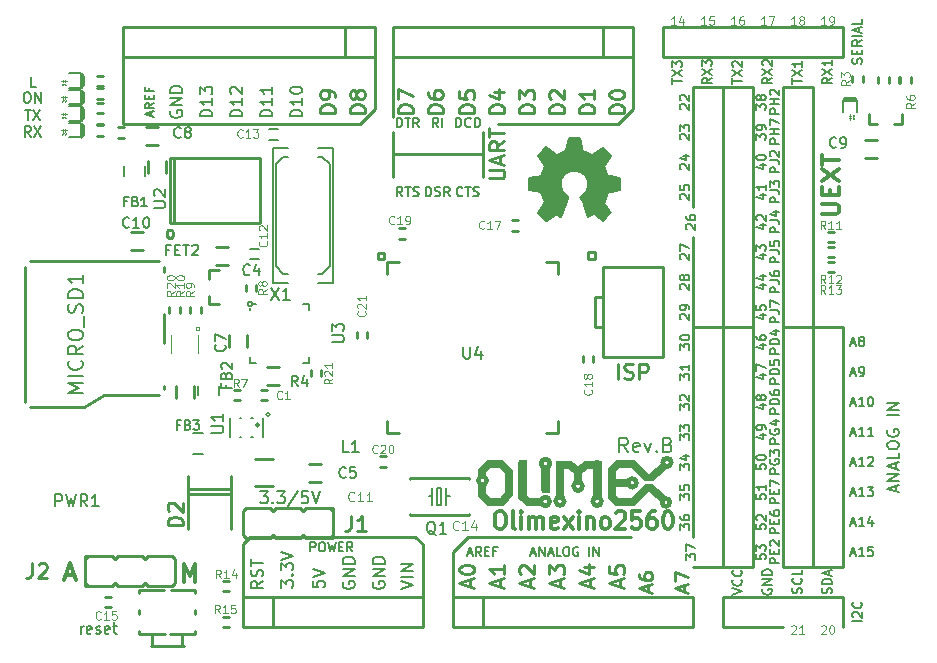
<source format=gbr>
G04 #@! TF.GenerationSoftware,KiCad,Pcbnew,5.1.0-unknown-9bfce26~82~ubuntu18.04.1*
G04 #@! TF.CreationDate,2019-03-14T11:14:55+02:00*
G04 #@! TF.ProjectId,OLIMEXINO-2560_Rev_B,4f4c494d-4558-4494-9e4f-2d323536305f,rev?*
G04 #@! TF.SameCoordinates,Original*
G04 #@! TF.FileFunction,Legend,Top*
G04 #@! TF.FilePolarity,Positive*
%FSLAX46Y46*%
G04 Gerber Fmt 4.6, Leading zero omitted, Abs format (unit mm)*
G04 Created by KiCad (PCBNEW 5.1.0-unknown-9bfce26~82~ubuntu18.04.1) date 2019-03-14 11:14:55*
%MOMM*%
%LPD*%
G04 APERTURE LIST*
%ADD10C,0.200000*%
%ADD11C,0.300000*%
%ADD12C,0.420000*%
%ADD13C,0.370000*%
%ADD14C,0.400000*%
%ADD15C,0.380000*%
%ADD16C,0.150000*%
%ADD17C,1.000000*%
%ADD18C,0.254000*%
%ADD19C,0.127000*%
%ADD20C,0.100000*%
%ADD21C,0.050000*%
%ADD22C,0.700000*%
%ADD23C,0.500000*%
%ADD24C,0.203200*%
%ADD25C,0.120000*%
%ADD26C,0.152400*%
G04 APERTURE END LIST*
D10*
X43421609Y-81240380D02*
X44040657Y-81240380D01*
X43707323Y-81621333D01*
X43850180Y-81621333D01*
X43945419Y-81668952D01*
X43993038Y-81716571D01*
X44040657Y-81811809D01*
X44040657Y-82049904D01*
X43993038Y-82145142D01*
X43945419Y-82192761D01*
X43850180Y-82240380D01*
X43564466Y-82240380D01*
X43469228Y-82192761D01*
X43421609Y-82145142D01*
X44469228Y-82145142D02*
X44516847Y-82192761D01*
X44469228Y-82240380D01*
X44421609Y-82192761D01*
X44469228Y-82145142D01*
X44469228Y-82240380D01*
X44850180Y-81240380D02*
X45469228Y-81240380D01*
X45135895Y-81621333D01*
X45278752Y-81621333D01*
X45373990Y-81668952D01*
X45421609Y-81716571D01*
X45469228Y-81811809D01*
X45469228Y-82049904D01*
X45421609Y-82145142D01*
X45373990Y-82192761D01*
X45278752Y-82240380D01*
X44993038Y-82240380D01*
X44897800Y-82192761D01*
X44850180Y-82145142D01*
X46612085Y-81192761D02*
X45754942Y-82478476D01*
X47421609Y-81240380D02*
X46945419Y-81240380D01*
X46897800Y-81716571D01*
X46945419Y-81668952D01*
X47040657Y-81621333D01*
X47278752Y-81621333D01*
X47373990Y-81668952D01*
X47421609Y-81716571D01*
X47469228Y-81811809D01*
X47469228Y-82049904D01*
X47421609Y-82145142D01*
X47373990Y-82192761D01*
X47278752Y-82240380D01*
X47040657Y-82240380D01*
X46945419Y-82192761D01*
X46897800Y-82145142D01*
X47754942Y-81240380D02*
X48088276Y-82240380D01*
X48421609Y-81240380D01*
D11*
X90936071Y-57752157D02*
X92150357Y-57752157D01*
X92293214Y-57680728D01*
X92364642Y-57609300D01*
X92436071Y-57466442D01*
X92436071Y-57180728D01*
X92364642Y-57037871D01*
X92293214Y-56966442D01*
X92150357Y-56895014D01*
X90936071Y-56895014D01*
X91650357Y-56180728D02*
X91650357Y-55680728D01*
X92436071Y-55466442D02*
X92436071Y-56180728D01*
X90936071Y-56180728D01*
X90936071Y-55466442D01*
X90936071Y-54966442D02*
X92436071Y-53966442D01*
X90936071Y-53966442D02*
X92436071Y-54966442D01*
X90936071Y-53609300D02*
X90936071Y-52752157D01*
X92436071Y-53180728D02*
X90936071Y-53180728D01*
D10*
X28212647Y-93314780D02*
X28212647Y-92648114D01*
X28212647Y-92838590D02*
X28255428Y-92743352D01*
X28298209Y-92695733D01*
X28383771Y-92648114D01*
X28469333Y-92648114D01*
X29111047Y-93267161D02*
X29025485Y-93314780D01*
X28854361Y-93314780D01*
X28768800Y-93267161D01*
X28726019Y-93171923D01*
X28726019Y-92790971D01*
X28768800Y-92695733D01*
X28854361Y-92648114D01*
X29025485Y-92648114D01*
X29111047Y-92695733D01*
X29153828Y-92790971D01*
X29153828Y-92886209D01*
X28726019Y-92981447D01*
X29496076Y-93267161D02*
X29581638Y-93314780D01*
X29752761Y-93314780D01*
X29838323Y-93267161D01*
X29881104Y-93171923D01*
X29881104Y-93124304D01*
X29838323Y-93029066D01*
X29752761Y-92981447D01*
X29624419Y-92981447D01*
X29538857Y-92933828D01*
X29496076Y-92838590D01*
X29496076Y-92790971D01*
X29538857Y-92695733D01*
X29624419Y-92648114D01*
X29752761Y-92648114D01*
X29838323Y-92695733D01*
X30608380Y-93267161D02*
X30522819Y-93314780D01*
X30351695Y-93314780D01*
X30266133Y-93267161D01*
X30223352Y-93171923D01*
X30223352Y-92790971D01*
X30266133Y-92695733D01*
X30351695Y-92648114D01*
X30522819Y-92648114D01*
X30608380Y-92695733D01*
X30651161Y-92790971D01*
X30651161Y-92886209D01*
X30223352Y-92981447D01*
X30907847Y-92648114D02*
X31250095Y-92648114D01*
X31036190Y-92314780D02*
X31036190Y-93171923D01*
X31078971Y-93267161D01*
X31164533Y-93314780D01*
X31250095Y-93314780D01*
D11*
X36914200Y-88867371D02*
X36914200Y-87367371D01*
X37414200Y-88438800D01*
X37914200Y-87367371D01*
X37914200Y-88867371D01*
X26935157Y-88337200D02*
X27649442Y-88337200D01*
X26792300Y-88765771D02*
X27292300Y-87265771D01*
X27792300Y-88765771D01*
D10*
X23572857Y-47449642D02*
X23744285Y-47449642D01*
X23830000Y-47492500D01*
X23915714Y-47578214D01*
X23958571Y-47749642D01*
X23958571Y-48049642D01*
X23915714Y-48221071D01*
X23830000Y-48306785D01*
X23744285Y-48349642D01*
X23572857Y-48349642D01*
X23487142Y-48306785D01*
X23401428Y-48221071D01*
X23358571Y-48049642D01*
X23358571Y-47749642D01*
X23401428Y-47578214D01*
X23487142Y-47492500D01*
X23572857Y-47449642D01*
X24344285Y-48349642D02*
X24344285Y-47449642D01*
X24858571Y-48349642D01*
X24858571Y-47449642D01*
X24408571Y-47016142D02*
X23980000Y-47016142D01*
X23980000Y-46116142D01*
X23444285Y-48910142D02*
X23958571Y-48910142D01*
X23701428Y-49810142D02*
X23701428Y-48910142D01*
X24172857Y-48910142D02*
X24772857Y-49810142D01*
X24772857Y-48910142D02*
X24172857Y-49810142D01*
X23980000Y-51207142D02*
X23680000Y-50778571D01*
X23465714Y-51207142D02*
X23465714Y-50307142D01*
X23808571Y-50307142D01*
X23894285Y-50350000D01*
X23937142Y-50392857D01*
X23980000Y-50478571D01*
X23980000Y-50607142D01*
X23937142Y-50692857D01*
X23894285Y-50735714D01*
X23808571Y-50778571D01*
X23465714Y-50778571D01*
X24280000Y-50307142D02*
X24880000Y-51207142D01*
X24880000Y-50307142D02*
X24280000Y-51207142D01*
X74498385Y-77898557D02*
X74098385Y-77327128D01*
X73812671Y-77898557D02*
X73812671Y-76698557D01*
X74269814Y-76698557D01*
X74384100Y-76755700D01*
X74441242Y-76812842D01*
X74498385Y-76927128D01*
X74498385Y-77098557D01*
X74441242Y-77212842D01*
X74384100Y-77269985D01*
X74269814Y-77327128D01*
X73812671Y-77327128D01*
X75469814Y-77841414D02*
X75355528Y-77898557D01*
X75126957Y-77898557D01*
X75012671Y-77841414D01*
X74955528Y-77727128D01*
X74955528Y-77269985D01*
X75012671Y-77155700D01*
X75126957Y-77098557D01*
X75355528Y-77098557D01*
X75469814Y-77155700D01*
X75526957Y-77269985D01*
X75526957Y-77384271D01*
X74955528Y-77498557D01*
X75926957Y-77098557D02*
X76212671Y-77898557D01*
X76498385Y-77098557D01*
X76955528Y-77784271D02*
X77012671Y-77841414D01*
X76955528Y-77898557D01*
X76898385Y-77841414D01*
X76955528Y-77784271D01*
X76955528Y-77898557D01*
X77926957Y-77269985D02*
X78098385Y-77327128D01*
X78155528Y-77384271D01*
X78212671Y-77498557D01*
X78212671Y-77669985D01*
X78155528Y-77784271D01*
X78098385Y-77841414D01*
X77984100Y-77898557D01*
X77526957Y-77898557D01*
X77526957Y-76698557D01*
X77926957Y-76698557D01*
X78041242Y-76755700D01*
X78098385Y-76812842D01*
X78155528Y-76927128D01*
X78155528Y-77041414D01*
X78098385Y-77155700D01*
X78041242Y-77212842D01*
X77926957Y-77269985D01*
X77526957Y-77269985D01*
D11*
X63577100Y-82922371D02*
X63843766Y-82922371D01*
X63977100Y-82993800D01*
X64110433Y-83136657D01*
X64177100Y-83422371D01*
X64177100Y-83922371D01*
X64110433Y-84208085D01*
X63977100Y-84350942D01*
X63843766Y-84422371D01*
X63577100Y-84422371D01*
X63443766Y-84350942D01*
X63310433Y-84208085D01*
X63243766Y-83922371D01*
X63243766Y-83422371D01*
X63310433Y-83136657D01*
X63443766Y-82993800D01*
X63577100Y-82922371D01*
X64977100Y-84422371D02*
X64843766Y-84350942D01*
X64777100Y-84208085D01*
X64777100Y-82922371D01*
X65510433Y-84422371D02*
X65510433Y-83422371D01*
X65510433Y-82922371D02*
X65443766Y-82993800D01*
X65510433Y-83065228D01*
X65577100Y-82993800D01*
X65510433Y-82922371D01*
X65510433Y-83065228D01*
X66177100Y-84422371D02*
X66177100Y-83422371D01*
X66177100Y-83565228D02*
X66243766Y-83493800D01*
X66377100Y-83422371D01*
X66577100Y-83422371D01*
X66710433Y-83493800D01*
X66777100Y-83636657D01*
X66777100Y-84422371D01*
X66777100Y-83636657D02*
X66843766Y-83493800D01*
X66977100Y-83422371D01*
X67177100Y-83422371D01*
X67310433Y-83493800D01*
X67377100Y-83636657D01*
X67377100Y-84422371D01*
X68577100Y-84350942D02*
X68443766Y-84422371D01*
X68177100Y-84422371D01*
X68043766Y-84350942D01*
X67977100Y-84208085D01*
X67977100Y-83636657D01*
X68043766Y-83493800D01*
X68177100Y-83422371D01*
X68443766Y-83422371D01*
X68577100Y-83493800D01*
X68643766Y-83636657D01*
X68643766Y-83779514D01*
X67977100Y-83922371D01*
X69110433Y-84422371D02*
X69843766Y-83422371D01*
X69110433Y-83422371D02*
X69843766Y-84422371D01*
X70377100Y-84422371D02*
X70377100Y-83422371D01*
X70377100Y-82922371D02*
X70310433Y-82993800D01*
X70377100Y-83065228D01*
X70443766Y-82993800D01*
X70377100Y-82922371D01*
X70377100Y-83065228D01*
X71043766Y-83422371D02*
X71043766Y-84422371D01*
X71043766Y-83565228D02*
X71110433Y-83493800D01*
X71243766Y-83422371D01*
X71443766Y-83422371D01*
X71577100Y-83493800D01*
X71643766Y-83636657D01*
X71643766Y-84422371D01*
X72510433Y-84422371D02*
X72377100Y-84350942D01*
X72310433Y-84279514D01*
X72243766Y-84136657D01*
X72243766Y-83708085D01*
X72310433Y-83565228D01*
X72377100Y-83493800D01*
X72510433Y-83422371D01*
X72710433Y-83422371D01*
X72843766Y-83493800D01*
X72910433Y-83565228D01*
X72977100Y-83708085D01*
X72977100Y-84136657D01*
X72910433Y-84279514D01*
X72843766Y-84350942D01*
X72710433Y-84422371D01*
X72510433Y-84422371D01*
X73510433Y-83065228D02*
X73577100Y-82993800D01*
X73710433Y-82922371D01*
X74043766Y-82922371D01*
X74177100Y-82993800D01*
X74243766Y-83065228D01*
X74310433Y-83208085D01*
X74310433Y-83350942D01*
X74243766Y-83565228D01*
X73443766Y-84422371D01*
X74310433Y-84422371D01*
X75577100Y-82922371D02*
X74910433Y-82922371D01*
X74843766Y-83636657D01*
X74910433Y-83565228D01*
X75043766Y-83493800D01*
X75377100Y-83493800D01*
X75510433Y-83565228D01*
X75577100Y-83636657D01*
X75643766Y-83779514D01*
X75643766Y-84136657D01*
X75577100Y-84279514D01*
X75510433Y-84350942D01*
X75377100Y-84422371D01*
X75043766Y-84422371D01*
X74910433Y-84350942D01*
X74843766Y-84279514D01*
X76843766Y-82922371D02*
X76577100Y-82922371D01*
X76443766Y-82993800D01*
X76377100Y-83065228D01*
X76243766Y-83279514D01*
X76177100Y-83565228D01*
X76177100Y-84136657D01*
X76243766Y-84279514D01*
X76310433Y-84350942D01*
X76443766Y-84422371D01*
X76710433Y-84422371D01*
X76843766Y-84350942D01*
X76910433Y-84279514D01*
X76977100Y-84136657D01*
X76977100Y-83779514D01*
X76910433Y-83636657D01*
X76843766Y-83565228D01*
X76710433Y-83493800D01*
X76443766Y-83493800D01*
X76310433Y-83565228D01*
X76243766Y-83636657D01*
X76177100Y-83779514D01*
X77843766Y-82922371D02*
X77977100Y-82922371D01*
X78110433Y-82993800D01*
X78177100Y-83065228D01*
X78243766Y-83208085D01*
X78310433Y-83493800D01*
X78310433Y-83850942D01*
X78243766Y-84136657D01*
X78177100Y-84279514D01*
X78110433Y-84350942D01*
X77977100Y-84422371D01*
X77843766Y-84422371D01*
X77710433Y-84350942D01*
X77643766Y-84279514D01*
X77577100Y-84136657D01*
X77510433Y-83850942D01*
X77510433Y-83493800D01*
X77577100Y-83208085D01*
X77643766Y-83065228D01*
X77710433Y-82993800D01*
X77843766Y-82922371D01*
D12*
X68767960Y-57787540D02*
X69319140Y-56365140D01*
D13*
X68422520Y-57602120D02*
X68740020Y-57807860D01*
D14*
X67632580Y-58150760D02*
X68412360Y-57619900D01*
D15*
X67056000Y-57612280D02*
X67619880Y-58150760D01*
D13*
X67071240Y-57612280D02*
X67604640Y-56779160D01*
X67246500Y-55852060D02*
X67604640Y-56735980D01*
X66268600Y-55610760D02*
X67218560Y-55829200D01*
D15*
X66278760Y-54833520D02*
X66273680Y-55620920D01*
D13*
X66266060Y-54820820D02*
X67284600Y-54640480D01*
X67315080Y-54604920D02*
X67663060Y-53738780D01*
X67086480Y-52837080D02*
X67642740Y-53687980D01*
D15*
X67076320Y-52814220D02*
X67576700Y-52280820D01*
D13*
X67624960Y-52255420D02*
X68453000Y-52908200D01*
X68513960Y-52898040D02*
X69359780Y-52491640D01*
X69618860Y-51457860D02*
X69413120Y-52471320D01*
X69611240Y-51445160D02*
X70396100Y-51445160D01*
X70378320Y-51465480D02*
X70591680Y-52484020D01*
X70591680Y-52484020D02*
X71493380Y-52933600D01*
X71506080Y-52928520D02*
X72410320Y-52294080D01*
X72410320Y-52296060D02*
X72964040Y-52842160D01*
X72964040Y-52844700D02*
X72346820Y-53634640D01*
X72346820Y-53634640D02*
X72687180Y-54571900D01*
X72687180Y-54571900D02*
X73769220Y-54800500D01*
X73769220Y-54800500D02*
X73769220Y-55636160D01*
X73769220Y-55636160D02*
X72755760Y-55806340D01*
X72755760Y-55806340D02*
X72349360Y-56718200D01*
X72400160Y-58166000D02*
X71564500Y-57599580D01*
X71564500Y-57599580D02*
X71226680Y-57785000D01*
X71226680Y-57785000D02*
X70652640Y-56344820D01*
X70662800Y-56342280D02*
G75*
G03X71033640Y-54477920I-746760J1117600D01*
G01*
X71043800Y-54493160D02*
G75*
G03X69118480Y-54295040I-1061720J-863600D01*
G01*
X69093080Y-54320440D02*
G75*
G03X69169280Y-56174640I965200J-889000D01*
G01*
X72349360Y-56718200D02*
X72969120Y-57604660D01*
X72415400Y-58158380D02*
X72969120Y-57612280D01*
D16*
X68849240Y-57967880D02*
X69499480Y-56299100D01*
X68465700Y-57764680D02*
X68811140Y-57985660D01*
X68453000Y-57754520D02*
X67627500Y-58318400D01*
X67619880Y-58326020D02*
X66898520Y-57632600D01*
X66890900Y-57630060D02*
X67487800Y-56766460D01*
X66128900Y-55722520D02*
X67200780Y-55918100D01*
X66128900Y-54729380D02*
X66128900Y-55714900D01*
X66126360Y-54726840D02*
X67297300Y-54523640D01*
X67195700Y-54528720D02*
X67530980Y-53695600D01*
X66934080Y-52844700D02*
X67528440Y-53698140D01*
X66913760Y-52809140D02*
X67586860Y-52095400D01*
X67599560Y-52092860D02*
X68569840Y-52809140D01*
X68534280Y-52740560D02*
X69438520Y-52362100D01*
X69522340Y-51346100D02*
X69321680Y-52372260D01*
X69532500Y-51338480D02*
X70497700Y-51338480D01*
X70497700Y-51338480D02*
X70723760Y-52509420D01*
X70713600Y-52428140D02*
X71518780Y-52765960D01*
X71399400Y-52814220D02*
X72410320Y-52141120D01*
X72415400Y-52138580D02*
X73108820Y-52829460D01*
X73113900Y-52837080D02*
X72410320Y-53827680D01*
X72499220Y-53718460D02*
X72864980Y-54587140D01*
X73802240Y-55488840D02*
X72694800Y-55712360D01*
X73886060Y-54747160D02*
X73883520Y-55704740D01*
X72748140Y-55935880D02*
X73870820Y-55725060D01*
X72852280Y-55902860D02*
X72471280Y-56883300D01*
X72819260Y-57538620D02*
X72334120Y-58069480D01*
X72423020Y-58313320D02*
X73106280Y-57622440D01*
X71536560Y-57698640D02*
X72412860Y-58318400D01*
X72400160Y-58003440D02*
X71579740Y-57475120D01*
X71716900Y-57670700D02*
X71188580Y-57998360D01*
X71188580Y-57998360D02*
X70802500Y-57017920D01*
X70797420Y-56319420D02*
X71325740Y-57701180D01*
X66421000Y-54917340D02*
X66421000Y-55567580D01*
X66278760Y-54973220D02*
X67393820Y-54726840D01*
X67807840Y-53705760D02*
X67421760Y-54703980D01*
X67812920Y-53710840D02*
X67210940Y-52801520D01*
X67569080Y-52357020D02*
X68453000Y-53078380D01*
X70840600Y-56377840D02*
X71018400Y-56255920D01*
X71018400Y-56255920D02*
X71394320Y-55544720D01*
X71394320Y-55544720D02*
X71394320Y-55026560D01*
X71399400Y-55039260D02*
X71165720Y-54366160D01*
X71165720Y-54366160D02*
X70655180Y-53936900D01*
X70655180Y-53936900D02*
X69839840Y-53776880D01*
X69839840Y-53769260D02*
X68968620Y-54198520D01*
X68968620Y-54198520D02*
X68549520Y-54930040D01*
X68544440Y-54935120D02*
X68676520Y-55758080D01*
X68681600Y-55788560D02*
X68775580Y-55958740D01*
X68681600Y-55788560D02*
X68775580Y-55958740D01*
X68905120Y-56009540D02*
X69164200Y-56347360D01*
X69273420Y-56123840D02*
X69499480Y-56299100D01*
X70774560Y-56126380D02*
X70520560Y-56291480D01*
X70637400Y-56581040D02*
X70515480Y-56296560D01*
X68458080Y-53075840D02*
X69441060Y-52583080D01*
X68788280Y-55989220D02*
X69095620Y-56255920D01*
D17*
X67772280Y-57419240D02*
X68625720Y-56398160D01*
X66735960Y-55214520D02*
X68153280Y-55153560D01*
X67721480Y-52928520D02*
X68783200Y-54035960D01*
X69982080Y-51953160D02*
X69987160Y-53467000D01*
X72247760Y-53009800D02*
X71135240Y-54076600D01*
X73238360Y-55194200D02*
X71770240Y-55280560D01*
X68447920Y-57246520D02*
X68813680Y-56484520D01*
X67782440Y-56347360D02*
X68346320Y-55867300D01*
X67533520Y-55702200D02*
X68239640Y-55575200D01*
X67858640Y-54457600D02*
X68300600Y-54617620D01*
X68033900Y-53977540D02*
X68491100Y-54267100D01*
X69032120Y-53200300D02*
X69207380Y-53558440D01*
X69466460Y-52941220D02*
X69634100Y-53550820D01*
X70731380Y-52956460D02*
X70510400Y-53642260D01*
X71318120Y-53207920D02*
X70899020Y-53794660D01*
X72186800Y-54076600D02*
X71531480Y-54442360D01*
X72428100Y-54770020D02*
X71706740Y-54917340D01*
X71592440Y-55928260D02*
X72202040Y-56034940D01*
X71272400Y-56347360D02*
X71889620Y-56675020D01*
X71158100Y-56484520D02*
X72339200Y-57497980D01*
X71158100Y-56393080D02*
X71490840Y-57124600D01*
D18*
X72390000Y-62230000D02*
X77470000Y-62230000D01*
X77470000Y-62230000D02*
X77470000Y-69850000D01*
X80010000Y-90170000D02*
X80010000Y-92710000D01*
X87630000Y-87630000D02*
X92710000Y-87630000D01*
X74930000Y-41910000D02*
X74930000Y-44450000D01*
X74930000Y-44450000D02*
X74930000Y-48895000D01*
X41910000Y-90170000D02*
X44450000Y-90170000D01*
X44450000Y-90170000D02*
X57150000Y-90170000D01*
X57150000Y-90170000D02*
X57150000Y-92710000D01*
X57150000Y-92710000D02*
X44450000Y-92710000D01*
X44450000Y-90170000D02*
X44450000Y-92710000D01*
X44450000Y-92710000D02*
X41910000Y-92710000D01*
X41910000Y-92710000D02*
X41910000Y-90170000D01*
X59690000Y-90170000D02*
X62230000Y-90170000D01*
X62230000Y-90170000D02*
X80010000Y-90170000D01*
X80010000Y-90170000D02*
X80010000Y-92710000D01*
X80010000Y-92710000D02*
X62230000Y-92710000D01*
X59690000Y-92710000D02*
X59690000Y-90170000D01*
X62230000Y-90170000D02*
X62230000Y-92710000D01*
X62230000Y-92710000D02*
X59690000Y-92710000D01*
X41910000Y-90170000D02*
X41910000Y-85725000D01*
X57150000Y-90170000D02*
X57150000Y-85725000D01*
X41910000Y-85725000D02*
X42545000Y-85090000D01*
X42545000Y-85090000D02*
X56515000Y-85090000D01*
X56515000Y-85090000D02*
X57150000Y-85725000D01*
X59690000Y-90170000D02*
X59690000Y-86360000D01*
X60960000Y-85090000D02*
X74803000Y-85090000D01*
X59690000Y-86360000D02*
X60960000Y-85090000D01*
X74930000Y-44450000D02*
X72390000Y-44450000D01*
X72390000Y-44450000D02*
X54610000Y-44450000D01*
X54610000Y-44450000D02*
X54610000Y-41910000D01*
X54610000Y-41910000D02*
X72390000Y-41910000D01*
X74930000Y-41910000D02*
X74930000Y-44450000D01*
X72390000Y-44450000D02*
X72390000Y-41910000D01*
X72390000Y-41910000D02*
X74930000Y-41910000D01*
X74930000Y-44450000D02*
X74930000Y-48895000D01*
X54610000Y-44450000D02*
X54610000Y-49530000D01*
X73660000Y-50165000D02*
X63500000Y-50165000D01*
X74930000Y-48895000D02*
X73660000Y-50165000D01*
X53092540Y-44450000D02*
X50552540Y-44450000D01*
X50552540Y-44450000D02*
X31750000Y-44450000D01*
X31750000Y-41910000D02*
X50552540Y-41910000D01*
X53092540Y-41910000D02*
X53092540Y-44450000D01*
X50552540Y-44450000D02*
X50552540Y-41910000D01*
X50552540Y-41910000D02*
X53092540Y-41910000D01*
X53092540Y-44450000D02*
X53086000Y-48895000D01*
X51820000Y-50165000D02*
X31750000Y-50165000D01*
X53092540Y-48895000D02*
X51820000Y-50165000D01*
X82550000Y-90170000D02*
X92710000Y-90170000D01*
X92710000Y-90170000D02*
X92710000Y-92710000D01*
X87630000Y-92710000D02*
X82550000Y-92710000D01*
X82550000Y-92710000D02*
X82550000Y-90170000D01*
X80010000Y-46990000D02*
X85090000Y-46990000D01*
X85090000Y-46990000D02*
X85090000Y-87630000D01*
X85090000Y-87630000D02*
X80010000Y-87630000D01*
X80010000Y-85090000D02*
X80010000Y-59690000D01*
X82550000Y-46990000D02*
X82550000Y-87630000D01*
X80010000Y-67310000D02*
X85090000Y-67310000D01*
X87630000Y-46990000D02*
X87630000Y-87630000D01*
X92710000Y-87630000D02*
X92710000Y-67310000D01*
X92710000Y-67310000D02*
X87630000Y-67310000D01*
X87630000Y-46990000D02*
X90170000Y-46990000D01*
X90170000Y-46990000D02*
X90170000Y-87630000D01*
X77470000Y-41910000D02*
X92710000Y-41910000D01*
X92710000Y-41910000D02*
X92710000Y-44450000D01*
X92710000Y-44450000D02*
X77470000Y-44450000D01*
X77470000Y-44450000D02*
X77470000Y-41910000D01*
X31750000Y-41910000D02*
X31750000Y-50165000D01*
X54610000Y-50800000D02*
X54610000Y-54610000D01*
X62230000Y-50800000D02*
X62230000Y-54610000D01*
X54610000Y-52705000D02*
X62230000Y-52705000D01*
X72390000Y-62230000D02*
X77470000Y-62230000D01*
X77470000Y-62230000D02*
X77470000Y-69850000D01*
X77470000Y-69850000D02*
X72390000Y-69850000D01*
X72390000Y-69850000D02*
X72390000Y-62230000D01*
X71755000Y-60960000D02*
X71755000Y-61595000D01*
X71755000Y-61595000D02*
X71120000Y-61595000D01*
X71120000Y-61595000D02*
X71120000Y-60960000D01*
X71120000Y-60960000D02*
X71755000Y-60960000D01*
X72390000Y-64770000D02*
X71755000Y-64770000D01*
X71755000Y-64770000D02*
X71755000Y-67310000D01*
X71755000Y-67310000D02*
X72390000Y-67310000D01*
X80010000Y-57150000D02*
X80010000Y-46990000D01*
D16*
X42721500Y-65381500D02*
G75*
G03X42721500Y-65381500I-200000J0D01*
G01*
X47521500Y-65381500D02*
X47021500Y-65381500D01*
X47521500Y-65881500D02*
X47521500Y-65381500D01*
X42821500Y-65381500D02*
X43021500Y-65381500D01*
X42521500Y-65881500D02*
X42521500Y-65681500D01*
X47521500Y-70381500D02*
X47021500Y-70381500D01*
X47521500Y-69881500D02*
X47521500Y-70381500D01*
X42521500Y-70381500D02*
X43021500Y-70381500D01*
X42521500Y-69881500D02*
X42521500Y-70381500D01*
D18*
X49593500Y-85153500D02*
X49593500Y-82613500D01*
X44513500Y-82867500D02*
X44259500Y-82613500D01*
X44767500Y-82613500D02*
X44513500Y-82867500D01*
X47307500Y-82613500D02*
X49085500Y-82613500D01*
X47053500Y-82867500D02*
X47307500Y-82613500D01*
X46799500Y-82613500D02*
X47053500Y-82867500D01*
X44767500Y-82613500D02*
X46799500Y-82613500D01*
X49085500Y-82613500D02*
X49593500Y-82613500D01*
X49339500Y-82613500D02*
X49593500Y-82867500D01*
X49593500Y-84899500D02*
X49339500Y-85153500D01*
X42227500Y-82613500D02*
X44259500Y-82613500D01*
X41973500Y-82867500D02*
X42227500Y-82613500D01*
X41973500Y-84899500D02*
X41973500Y-82867500D01*
X42227500Y-85153500D02*
X41973500Y-84899500D01*
X44259500Y-85153500D02*
X42227500Y-85153500D01*
X44513500Y-84899500D02*
X44259500Y-85153500D01*
X44767500Y-85153500D02*
X44513500Y-84899500D01*
X46799500Y-85153500D02*
X44767500Y-85153500D01*
X47053500Y-84899500D02*
X46799500Y-85153500D01*
X47307500Y-85153500D02*
X47053500Y-84899500D01*
X49339500Y-85153500D02*
X47307500Y-85153500D01*
X49593500Y-85153500D02*
X49339500Y-85153500D01*
X28575000Y-86741000D02*
X28575000Y-89281000D01*
X33655000Y-89027000D02*
X33909000Y-89281000D01*
X33401000Y-89281000D02*
X33655000Y-89027000D01*
X30861000Y-89281000D02*
X29083000Y-89281000D01*
X31115000Y-89027000D02*
X30861000Y-89281000D01*
X31369000Y-89281000D02*
X31115000Y-89027000D01*
X33401000Y-89281000D02*
X31369000Y-89281000D01*
X29083000Y-89281000D02*
X28575000Y-89281000D01*
X28829000Y-89281000D02*
X28575000Y-89027000D01*
X28575000Y-86995000D02*
X28829000Y-86741000D01*
X35941000Y-89281000D02*
X33909000Y-89281000D01*
X36195000Y-89027000D02*
X35941000Y-89281000D01*
X36195000Y-86995000D02*
X36195000Y-89027000D01*
X35941000Y-86741000D02*
X36195000Y-86995000D01*
X33909000Y-86741000D02*
X35941000Y-86741000D01*
X33655000Y-86995000D02*
X33909000Y-86741000D01*
X33401000Y-86741000D02*
X33655000Y-86995000D01*
X31369000Y-86741000D02*
X33401000Y-86741000D01*
X31115000Y-86995000D02*
X31369000Y-86741000D01*
X30861000Y-86741000D02*
X31115000Y-86995000D01*
X28829000Y-86741000D02*
X30861000Y-86741000D01*
X28575000Y-86741000D02*
X28829000Y-86741000D01*
X67613600Y-61787800D02*
X68613600Y-61787800D01*
X68613600Y-61787800D02*
X68613600Y-62787800D01*
X55113600Y-61787800D02*
X54113600Y-61787800D01*
X54113600Y-61787800D02*
X54113600Y-62787800D01*
X54113600Y-75287800D02*
X54113600Y-76287800D01*
X54113600Y-76287800D02*
X55113600Y-76287800D01*
X68613600Y-75287800D02*
X68613600Y-76287800D01*
X68613600Y-76287800D02*
X67613600Y-76287800D01*
X53363600Y-61037800D02*
X53863600Y-61037800D01*
X53863600Y-61037800D02*
X53863600Y-61537800D01*
X53863600Y-61537800D02*
X53363600Y-61537800D01*
X53363600Y-61537800D02*
X53363600Y-61037800D01*
D19*
X93929200Y-48133000D02*
X93929200Y-49149000D01*
X92710000Y-49149000D02*
X92710000Y-48133000D01*
D20*
X93345000Y-49790000D02*
X93345000Y-49270000D01*
X93235000Y-49620000D02*
X93455000Y-49620000D01*
X93235000Y-49620000D02*
X93335000Y-49510000D01*
X93455000Y-49620000D02*
X93355000Y-49520000D01*
X93235000Y-49430000D02*
X93455000Y-49430000D01*
D21*
X93590600Y-49352200D02*
X93700600Y-49482200D01*
X93699600Y-49483800D02*
X93689600Y-49403800D01*
X93699600Y-49483800D02*
X93619600Y-49483800D01*
X93699600Y-49699200D02*
X93619600Y-49699200D01*
X93699600Y-49699200D02*
X93689600Y-49619200D01*
X93569600Y-49559200D02*
X93679600Y-49689200D01*
D18*
X92773500Y-48120300D02*
X92900500Y-47967900D01*
X93865700Y-48120300D02*
X93738700Y-47980600D01*
X92900500Y-47967900D02*
X93726000Y-47967900D01*
X93827600Y-48133000D02*
X92786200Y-48133000D01*
D19*
X28194001Y-48463200D02*
X27178001Y-48463200D01*
X27178001Y-47244000D02*
X28194001Y-47244000D01*
D20*
X26537001Y-47879000D02*
X27057001Y-47879000D01*
X26707001Y-47769000D02*
X26707001Y-47989000D01*
X26707001Y-47769000D02*
X26817001Y-47869000D01*
X26707001Y-47989000D02*
X26807001Y-47889000D01*
X26897001Y-47769000D02*
X26897001Y-47989000D01*
D21*
X26974801Y-48124600D02*
X26844801Y-48234600D01*
X26843201Y-48233600D02*
X26923201Y-48223600D01*
X26843201Y-48233600D02*
X26843201Y-48153600D01*
X26627801Y-48233600D02*
X26627801Y-48153600D01*
X26627801Y-48233600D02*
X26707801Y-48223600D01*
X26767801Y-48103600D02*
X26637801Y-48213600D01*
D18*
X28206701Y-47307500D02*
X28359101Y-47434500D01*
X28206701Y-48399700D02*
X28346401Y-48272700D01*
X28359101Y-47434500D02*
X28359101Y-48260000D01*
X28194001Y-48361600D02*
X28194001Y-47320200D01*
D19*
X28194000Y-49860200D02*
X27178000Y-49860200D01*
X27178000Y-48641000D02*
X28194000Y-48641000D01*
D20*
X26537000Y-49276000D02*
X27057000Y-49276000D01*
X26707000Y-49166000D02*
X26707000Y-49386000D01*
X26707000Y-49166000D02*
X26817000Y-49266000D01*
X26707000Y-49386000D02*
X26807000Y-49286000D01*
X26897000Y-49166000D02*
X26897000Y-49386000D01*
D21*
X26974800Y-49521600D02*
X26844800Y-49631600D01*
X26843200Y-49630600D02*
X26923200Y-49620600D01*
X26843200Y-49630600D02*
X26843200Y-49550600D01*
X26627800Y-49630600D02*
X26627800Y-49550600D01*
X26627800Y-49630600D02*
X26707800Y-49620600D01*
X26767800Y-49500600D02*
X26637800Y-49610600D01*
D18*
X28206700Y-48704500D02*
X28359100Y-48831500D01*
X28206700Y-49796700D02*
X28346400Y-49669700D01*
X28359100Y-48831500D02*
X28359100Y-49657000D01*
X28194000Y-49758600D02*
X28194000Y-48717200D01*
D19*
X28194000Y-51257200D02*
X27178000Y-51257200D01*
X27178000Y-50038000D02*
X28194000Y-50038000D01*
D20*
X26537000Y-50673000D02*
X27057000Y-50673000D01*
X26707000Y-50563000D02*
X26707000Y-50783000D01*
X26707000Y-50563000D02*
X26817000Y-50663000D01*
X26707000Y-50783000D02*
X26807000Y-50683000D01*
X26897000Y-50563000D02*
X26897000Y-50783000D01*
D21*
X26974800Y-50918600D02*
X26844800Y-51028600D01*
X26843200Y-51027600D02*
X26923200Y-51017600D01*
X26843200Y-51027600D02*
X26843200Y-50947600D01*
X26627800Y-51027600D02*
X26627800Y-50947600D01*
X26627800Y-51027600D02*
X26707800Y-51017600D01*
X26767800Y-50897600D02*
X26637800Y-51007600D01*
D18*
X28206700Y-50101500D02*
X28359100Y-50228500D01*
X28206700Y-51193700D02*
X28346400Y-51066700D01*
X28359100Y-50228500D02*
X28359100Y-51054000D01*
X28194000Y-51155600D02*
X28194000Y-50114200D01*
D19*
X28194001Y-47066200D02*
X27178001Y-47066200D01*
X27178001Y-45847000D02*
X28194001Y-45847000D01*
D20*
X26537001Y-46482000D02*
X27057001Y-46482000D01*
X26707001Y-46372000D02*
X26707001Y-46592000D01*
X26707001Y-46372000D02*
X26817001Y-46472000D01*
X26707001Y-46592000D02*
X26807001Y-46492000D01*
X26897001Y-46372000D02*
X26897001Y-46592000D01*
D21*
X26974801Y-46727600D02*
X26844801Y-46837600D01*
X26843201Y-46836600D02*
X26923201Y-46826600D01*
X26843201Y-46836600D02*
X26843201Y-46756600D01*
X26627801Y-46836600D02*
X26627801Y-46756600D01*
X26627801Y-46836600D02*
X26707801Y-46826600D01*
X26767801Y-46706600D02*
X26637801Y-46816600D01*
D18*
X28206701Y-45910500D02*
X28359101Y-46037500D01*
X28206701Y-47002700D02*
X28346401Y-46875700D01*
X28359101Y-46037500D02*
X28359101Y-46863000D01*
X28194001Y-46964600D02*
X28194001Y-45923200D01*
X94424500Y-46291500D02*
X94424500Y-46545500D01*
X94424500Y-46291500D02*
X94424500Y-46037500D01*
X93535500Y-46291500D02*
X93535500Y-46037500D01*
X93535500Y-46291500D02*
X93535500Y-46545500D01*
X41465500Y-72644000D02*
X41719500Y-72644000D01*
X41465500Y-72644000D02*
X41211500Y-72644000D01*
X41465500Y-73533000D02*
X41211500Y-73533000D01*
X41465500Y-73533000D02*
X41719500Y-73533000D01*
X97485200Y-46380400D02*
X97485200Y-46634400D01*
X97485200Y-46380400D02*
X97485200Y-46126400D01*
X96596200Y-46380400D02*
X96596200Y-46126400D01*
X96596200Y-46380400D02*
X96596200Y-46634400D01*
X97599500Y-46367700D02*
X97599500Y-46113700D01*
X97599500Y-46367700D02*
X97599500Y-46621700D01*
X98488500Y-46367700D02*
X98488500Y-46621700D01*
X98488500Y-46367700D02*
X98488500Y-46113700D01*
X42176700Y-63982600D02*
X42176700Y-63728600D01*
X42176700Y-63982600D02*
X42176700Y-64236600D01*
X43065700Y-63982600D02*
X43065700Y-64236600D01*
X43065700Y-63982600D02*
X43065700Y-63728600D01*
X91694000Y-60134500D02*
X91440000Y-60134500D01*
X91694000Y-60134500D02*
X91948000Y-60134500D01*
X91694000Y-59245500D02*
X91948000Y-59245500D01*
X91694000Y-59245500D02*
X91440000Y-59245500D01*
X91694000Y-61404500D02*
X91440000Y-61404500D01*
X91694000Y-61404500D02*
X91948000Y-61404500D01*
X91694000Y-60515500D02*
X91948000Y-60515500D01*
X91694000Y-60515500D02*
X91440000Y-60515500D01*
X91694000Y-62661800D02*
X91440000Y-62661800D01*
X91694000Y-62661800D02*
X91948000Y-62661800D01*
X91694000Y-61772800D02*
X91948000Y-61772800D01*
X91694000Y-61772800D02*
X91440000Y-61772800D01*
X40513000Y-89700100D02*
X40259000Y-89700100D01*
X40513000Y-89700100D02*
X40767000Y-89700100D01*
X40513000Y-88811100D02*
X40767000Y-88811100D01*
X40513000Y-88811100D02*
X40259000Y-88811100D01*
X29857700Y-46926500D02*
X29603700Y-46926500D01*
X29857700Y-46926500D02*
X30111700Y-46926500D01*
X29857700Y-46037500D02*
X30111700Y-46037500D01*
X29857700Y-46037500D02*
X29603700Y-46037500D01*
X29857700Y-47993300D02*
X29603700Y-47993300D01*
X29857700Y-47993300D02*
X30111700Y-47993300D01*
X29857700Y-47104300D02*
X30111700Y-47104300D01*
X29857700Y-47104300D02*
X29603700Y-47104300D01*
X40513000Y-91859100D02*
X40767000Y-91859100D01*
X40513000Y-91859100D02*
X40259000Y-91859100D01*
X40513000Y-92748100D02*
X40259000Y-92748100D01*
X40513000Y-92748100D02*
X40767000Y-92748100D01*
X31648400Y-51282600D02*
X31394400Y-51282600D01*
X31648400Y-51282600D02*
X31902400Y-51282600D01*
X31648400Y-50393600D02*
X31902400Y-50393600D01*
X31648400Y-50393600D02*
X31394400Y-50393600D01*
X29845000Y-51117500D02*
X29591000Y-51117500D01*
X29845000Y-51117500D02*
X30099000Y-51117500D01*
X29845000Y-50228500D02*
X30099000Y-50228500D01*
X29845000Y-50228500D02*
X29591000Y-50228500D01*
X29832300Y-50114200D02*
X29578300Y-50114200D01*
X29832300Y-50114200D02*
X30086300Y-50114200D01*
X29832300Y-49225200D02*
X30086300Y-49225200D01*
X29832300Y-49225200D02*
X29578300Y-49225200D01*
X29857700Y-48310800D02*
X30111700Y-48310800D01*
X29857700Y-48310800D02*
X29603700Y-48310800D01*
X29857700Y-49199800D02*
X29603700Y-49199800D01*
X29857700Y-49199800D02*
X30111700Y-49199800D01*
X38379400Y-65913000D02*
X38379400Y-66167000D01*
X38379400Y-65913000D02*
X38379400Y-65659000D01*
X37490400Y-65913000D02*
X37490400Y-65659000D01*
X37490400Y-65913000D02*
X37490400Y-66167000D01*
X37490400Y-65913000D02*
X37490400Y-66167000D01*
X37490400Y-65913000D02*
X37490400Y-65659000D01*
X36601400Y-65913000D02*
X36601400Y-65659000D01*
X36601400Y-65913000D02*
X36601400Y-66167000D01*
X36601400Y-65913000D02*
X36601400Y-66167000D01*
X36601400Y-65913000D02*
X36601400Y-65659000D01*
X35712400Y-65913000D02*
X35712400Y-65659000D01*
X35712400Y-65913000D02*
X35712400Y-66167000D01*
X48577500Y-71247000D02*
X48577500Y-71501000D01*
X48577500Y-71247000D02*
X48577500Y-70993000D01*
X47688500Y-71247000D02*
X47688500Y-70993000D01*
X47688500Y-71247000D02*
X47688500Y-71501000D01*
X96596200Y-46380400D02*
X96596200Y-46634400D01*
X96596200Y-46380400D02*
X96596200Y-46126400D01*
X95707200Y-46380400D02*
X95707200Y-46126400D01*
X95707200Y-46380400D02*
X95707200Y-46634400D01*
X36258500Y-73342500D02*
X36258500Y-72326500D01*
X37782500Y-73342500D02*
X37782500Y-72326500D01*
D14*
X62554747Y-80314800D02*
G75*
G03X62554747Y-80314800I-337447J0D01*
G01*
D22*
X62204600Y-79540100D02*
X62712600Y-79032100D01*
X63804800Y-78955900D02*
X64439800Y-79565500D01*
X64414400Y-81521300D02*
X63855600Y-82105500D01*
X66040000Y-82118200D02*
X65582800Y-81661000D01*
X67025800Y-82118200D02*
X66040000Y-82118200D01*
D14*
X67904924Y-82092800D02*
G75*
G03X67904924Y-82092800I-366324J0D01*
G01*
D22*
X67538600Y-79400400D02*
X67538600Y-81000600D01*
D14*
X67924818Y-78867000D02*
G75*
G03X67924818Y-78867000I-373518J0D01*
G01*
X69130159Y-82067400D02*
G75*
G03X69130159Y-82067400I-359659J0D01*
G01*
D22*
X68757800Y-81559400D02*
X68757800Y-78968600D01*
X68757800Y-78968600D02*
X69596000Y-78968600D01*
X69596000Y-78968600D02*
X70205600Y-79476600D01*
X70307200Y-80264000D02*
X70307200Y-79552800D01*
X70383400Y-79476600D02*
X71018400Y-78968600D01*
D14*
X70678118Y-80797400D02*
G75*
G03X70678118Y-80797400I-370918J0D01*
G01*
D22*
X71018400Y-78968600D02*
X71907400Y-78968600D01*
D14*
X72283329Y-82080100D02*
G75*
G03X72283329Y-82080100I-363229J0D01*
G01*
X78078866Y-82169000D02*
G75*
G03X78078866Y-82169000I-329466J0D01*
G01*
D22*
X77419200Y-81813400D02*
X76581000Y-81000600D01*
D23*
X76073000Y-80899000D02*
X76606400Y-80899000D01*
D22*
X74930000Y-82118200D02*
X76073000Y-81000600D01*
X73609200Y-82118200D02*
X74930000Y-82118200D01*
X73177400Y-81686400D02*
X73609200Y-82118200D01*
X73177400Y-79451200D02*
X73177400Y-81686400D01*
X73177400Y-79425800D02*
X73660000Y-78917800D01*
X73708100Y-78943200D02*
X74930000Y-78943200D01*
X74930000Y-78943200D02*
X76022200Y-80010000D01*
D23*
X76047600Y-80124300D02*
X76606400Y-80124300D01*
D22*
X77470000Y-79133700D02*
X76606400Y-80027400D01*
D14*
X78197735Y-78778100D02*
G75*
G03X78197735Y-78778100I-359435J0D01*
G01*
D22*
X74396600Y-80518000D02*
X73177400Y-80518000D01*
D14*
X75264259Y-80518000D02*
G75*
G03X75264259Y-80518000I-359659J0D01*
G01*
D22*
X62776100Y-82130900D02*
X63817500Y-82130900D01*
X62217300Y-81572100D02*
X62217300Y-80810100D01*
X62204600Y-81559400D02*
X62788800Y-82130900D01*
X62204600Y-79590900D02*
X62204600Y-79832200D01*
X64427100Y-79552800D02*
X64427100Y-81483200D01*
X63804800Y-78943200D02*
X62801500Y-78943200D01*
X71920100Y-78955900D02*
X71920100Y-81559400D01*
X65582800Y-81673700D02*
X65582800Y-78943200D01*
D20*
X65582800Y-78600300D02*
X65303400Y-78600300D01*
X65278000Y-78600300D02*
X65278000Y-81749900D01*
X65290700Y-78600300D02*
X65278000Y-78600300D01*
X65303400Y-78600300D02*
X65290700Y-78600300D01*
X65417700Y-78689200D02*
X65354200Y-78676500D01*
X65900300Y-78600300D02*
X65900300Y-81635600D01*
X65595500Y-78600300D02*
X65900300Y-78600300D01*
X65722500Y-78676500D02*
X65836800Y-78676500D01*
X67221100Y-79286100D02*
X67221100Y-81305400D01*
X67856100Y-81305400D02*
X67856100Y-79286100D01*
X67830700Y-81305400D02*
X67856100Y-81305400D01*
X67221100Y-81305400D02*
X67830700Y-81305400D01*
X67360800Y-81241900D02*
X67297300Y-81241900D01*
X67703700Y-81241900D02*
X67792600Y-81241900D01*
X68440300Y-81648300D02*
X68440300Y-78663800D01*
X69684900Y-78651100D02*
X70269100Y-79133700D01*
X68440300Y-78651100D02*
X69684900Y-78651100D01*
X68592700Y-78714600D02*
X68516500Y-78714600D01*
X72250300Y-81673700D02*
X72250300Y-78663800D01*
X70929500Y-78651100D02*
X70307200Y-79146400D01*
X70954900Y-78651100D02*
X70929500Y-78651100D01*
X72250300Y-78651100D02*
X70954900Y-78651100D01*
X72250300Y-78663800D02*
X72250300Y-78651100D01*
X72097900Y-78727300D02*
X72199500Y-78727300D01*
X75044300Y-78613000D02*
X76301600Y-79857600D01*
X74993500Y-78613000D02*
X75044300Y-78613000D01*
X73621900Y-78613000D02*
X74993500Y-78613000D01*
D18*
X37875000Y-93290000D02*
X35725000Y-93290000D01*
X33175000Y-93290000D02*
X35315000Y-93290000D01*
X37875000Y-89590000D02*
X35815000Y-89590000D01*
X33175000Y-89590000D02*
X35245000Y-89590000D01*
X36775000Y-93290000D02*
X36775000Y-94300000D01*
X34275000Y-93290000D02*
X34275000Y-94280000D01*
X34125000Y-94300000D02*
X36935000Y-94300000D01*
X37874500Y-91300300D02*
X37874500Y-91617800D01*
X33175500Y-91287600D02*
X33175500Y-91605100D01*
X37874500Y-93284200D02*
X37874500Y-93030200D01*
X33175500Y-93284200D02*
X33175500Y-93017500D01*
X37874500Y-89595800D02*
X37874500Y-89875200D01*
X33175500Y-89595800D02*
X33175500Y-89862500D01*
X43688000Y-72644000D02*
X43942000Y-72644000D01*
X43688000Y-72644000D02*
X43434000Y-72644000D01*
X43688000Y-73533000D02*
X43434000Y-73533000D01*
X43688000Y-73533000D02*
X43942000Y-73533000D01*
X33909000Y-54292500D02*
X33909000Y-53276500D01*
X35433000Y-54292500D02*
X35433000Y-53276500D01*
X44450000Y-78486000D02*
X42926000Y-78486000D01*
X44450000Y-80772000D02*
X42926000Y-80772000D01*
X39624000Y-60515500D02*
X40640000Y-60515500D01*
X39624000Y-62039500D02*
X40640000Y-62039500D01*
X48577500Y-80454500D02*
X47561500Y-80454500D01*
X48577500Y-78930500D02*
X47561500Y-78930500D01*
X40716200Y-69011800D02*
X40716200Y-67995800D01*
X42240200Y-69011800D02*
X42240200Y-67995800D01*
X33718500Y-50355500D02*
X34734500Y-50355500D01*
X33718500Y-51879500D02*
X34734500Y-51879500D01*
X33515300Y-60833000D02*
X32499300Y-60833000D01*
X33515300Y-59309000D02*
X32499300Y-59309000D01*
D16*
X43276000Y-61587800D02*
X42576000Y-61587800D01*
X43276000Y-60687800D02*
X42576000Y-60687800D01*
X44876200Y-51453200D02*
X44176200Y-51453200D01*
X44876200Y-50553200D02*
X44176200Y-50553200D01*
D18*
X30480000Y-90170000D02*
X30734000Y-90170000D01*
X30480000Y-90170000D02*
X30226000Y-90170000D01*
X30480000Y-91059000D02*
X30226000Y-91059000D01*
X30480000Y-91059000D02*
X30734000Y-91059000D01*
X37266000Y-79919000D02*
X37266000Y-84419000D01*
X40966000Y-81039000D02*
X37266000Y-81039000D01*
X40966000Y-84419000D02*
X40966000Y-79919000D01*
X40966000Y-81479000D02*
X37266000Y-81479000D01*
D19*
X31877000Y-54533800D02*
X31877000Y-53695600D01*
X33655000Y-54533800D02*
X33655000Y-53695600D01*
X39878000Y-72275699D02*
X39878000Y-73113899D01*
X38100000Y-72275699D02*
X38100000Y-73113899D01*
X38531800Y-78105000D02*
X37693600Y-78105000D01*
X38531800Y-76327000D02*
X37693600Y-76327000D01*
D18*
X94904560Y-50142140D02*
X95615760Y-50142140D01*
X94904560Y-49303940D02*
X94904560Y-50142140D01*
X97749360Y-49303940D02*
X97749360Y-50142140D01*
X97038160Y-50142140D02*
X97749360Y-50142140D01*
X39052500Y-62522100D02*
X39052500Y-63233300D01*
X39890700Y-62522100D02*
X39052500Y-62522100D01*
X39890700Y-65366900D02*
X39052500Y-65366900D01*
X39052500Y-64655700D02*
X39052500Y-65366900D01*
X30167580Y-73037700D02*
X28460700Y-74129900D01*
X23492460Y-62212220D02*
X23492460Y-73698100D01*
X23921720Y-61770260D02*
X34858960Y-61770260D01*
X23921720Y-74129900D02*
X28440380Y-74129900D01*
X35288220Y-72308720D02*
X35288220Y-72608440D01*
X35288220Y-66210180D02*
X35288220Y-68658740D01*
X35288220Y-62202060D02*
X35288220Y-62671960D01*
X34858960Y-73037700D02*
X30167580Y-73037700D01*
D24*
X59121040Y-81661000D02*
X59121040Y-82359500D01*
X59121040Y-80962500D02*
X59121040Y-81661000D01*
X57972960Y-81661000D02*
X57972960Y-82359500D01*
X57972960Y-80962500D02*
X57972960Y-81661000D01*
X59121040Y-81661000D02*
X59446160Y-81661000D01*
X57972960Y-81661000D02*
X57673240Y-81661000D01*
X58745120Y-80962500D02*
X58348880Y-80962500D01*
X58745120Y-82359500D02*
X58745120Y-80962500D01*
X58348880Y-82359500D02*
X58745120Y-82359500D01*
X58348880Y-80962500D02*
X58348880Y-82359500D01*
D18*
X56047640Y-83108800D02*
X56047640Y-83258660D01*
X56047640Y-80063340D02*
X56047640Y-80213200D01*
X61046360Y-80063340D02*
X56047640Y-80063340D01*
X61046360Y-80213200D02*
X61046360Y-80063340D01*
X61046360Y-83258660D02*
X61046360Y-83108800D01*
X56047640Y-83258660D02*
X61046360Y-83258660D01*
X44958000Y-72199500D02*
X43942000Y-72199500D01*
X44958000Y-70675500D02*
X43942000Y-70675500D01*
D16*
X43310113Y-75603479D02*
G75*
G03X43310113Y-75603479I-158053J0D01*
G01*
D24*
X41706800Y-76660119D02*
X41800780Y-76660119D01*
X42654220Y-76660119D02*
X42748200Y-76660119D01*
X41706800Y-75042139D02*
X41800780Y-75042139D01*
X42654220Y-75042139D02*
X42748200Y-75042139D01*
X43649900Y-75042139D02*
X43649900Y-76662659D01*
X40805100Y-76662659D02*
X40805100Y-75042139D01*
D16*
X44199113Y-74714479D02*
G75*
G03X44199113Y-74714479I-158053J0D01*
G01*
D18*
X36131500Y-53022500D02*
X36131500Y-58483500D01*
X43370500Y-53022500D02*
X35750500Y-53022500D01*
X35750500Y-58483500D02*
X43370500Y-58483500D01*
X43370500Y-53022500D02*
X43370500Y-58483500D01*
X35750500Y-58483500D02*
X35750500Y-53022500D01*
D16*
X45339000Y-62801500D02*
X45720000Y-62801500D01*
X48641000Y-62801500D02*
X48260000Y-62801500D01*
X48641000Y-52895500D02*
X48260000Y-52895500D01*
X45339000Y-52895500D02*
X45720000Y-52895500D01*
X44450000Y-52133500D02*
X45720000Y-52133500D01*
X49530000Y-52133500D02*
X48260000Y-52133500D01*
X49530000Y-63563500D02*
X48260000Y-63563500D01*
X44450000Y-63563500D02*
X45720000Y-63563500D01*
X48641000Y-62801500D02*
X49276000Y-62166500D01*
X49276000Y-62166500D02*
X49276000Y-53530500D01*
X49276000Y-53530500D02*
X48641000Y-52895500D01*
X45339000Y-52895500D02*
X44704000Y-53530500D01*
X44704000Y-53530500D02*
X44704000Y-62166500D01*
X44704000Y-62166500D02*
X45339000Y-62801500D01*
X49530000Y-52133500D02*
X49530000Y-63563500D01*
X44450000Y-63563500D02*
X44450000Y-52133500D01*
D18*
X64998600Y-59169300D02*
X64744600Y-59169300D01*
X64998600Y-59169300D02*
X65252600Y-59169300D01*
X64998600Y-58280300D02*
X65252600Y-58280300D01*
X64998600Y-58280300D02*
X64744600Y-58280300D01*
X70713600Y-70053200D02*
X70713600Y-69799200D01*
X70713600Y-70053200D02*
X70713600Y-70307200D01*
X71602600Y-70053200D02*
X71602600Y-70307200D01*
X71602600Y-70053200D02*
X71602600Y-69799200D01*
X55397400Y-58940700D02*
X55651400Y-58940700D01*
X55397400Y-58940700D02*
X55143400Y-58940700D01*
X55397400Y-59829700D02*
X55143400Y-59829700D01*
X55397400Y-59829700D02*
X55651400Y-59829700D01*
X53784500Y-79133700D02*
X53530500Y-79133700D01*
X53784500Y-79133700D02*
X54038500Y-79133700D01*
X53784500Y-78244700D02*
X54038500Y-78244700D01*
X53784500Y-78244700D02*
X53530500Y-78244700D01*
X52463700Y-68021200D02*
X52463700Y-68275200D01*
X52463700Y-68021200D02*
X52463700Y-67767200D01*
X51574700Y-68021200D02*
X51574700Y-67767200D01*
X51574700Y-68021200D02*
X51574700Y-68275200D01*
X95631000Y-53022500D02*
X94615000Y-53022500D01*
X95631000Y-51498500D02*
X94615000Y-51498500D01*
D20*
X38219700Y-67583200D02*
X38219700Y-67333200D01*
X37969700Y-67583200D02*
X38219700Y-67583200D01*
X37969700Y-67333200D02*
X37969700Y-67583200D01*
X38219700Y-67333200D02*
X37969700Y-67333200D01*
X35819700Y-68033200D02*
X35819700Y-69533200D01*
X38169700Y-68033200D02*
X38169700Y-69533200D01*
D16*
X26054276Y-82495780D02*
X26054276Y-81495780D01*
X26435228Y-81495780D01*
X26530466Y-81543400D01*
X26578085Y-81591019D01*
X26625704Y-81686257D01*
X26625704Y-81829114D01*
X26578085Y-81924352D01*
X26530466Y-81971971D01*
X26435228Y-82019590D01*
X26054276Y-82019590D01*
X26959038Y-81495780D02*
X27197133Y-82495780D01*
X27387609Y-81781495D01*
X27578085Y-82495780D01*
X27816180Y-81495780D01*
X28768561Y-82495780D02*
X28435228Y-82019590D01*
X28197133Y-82495780D02*
X28197133Y-81495780D01*
X28578085Y-81495780D01*
X28673323Y-81543400D01*
X28720942Y-81591019D01*
X28768561Y-81686257D01*
X28768561Y-81829114D01*
X28720942Y-81924352D01*
X28673323Y-81971971D01*
X28578085Y-82019590D01*
X28197133Y-82019590D01*
X29720942Y-82495780D02*
X29149514Y-82495780D01*
X29435228Y-82495780D02*
X29435228Y-81495780D01*
X29339990Y-81638638D01*
X29244752Y-81733876D01*
X29149514Y-81781495D01*
X93408571Y-68713333D02*
X93789523Y-68713333D01*
X93332380Y-68941904D02*
X93599047Y-68141904D01*
X93865714Y-68941904D01*
X94246666Y-68484761D02*
X94170476Y-68446666D01*
X94132380Y-68408571D01*
X94094285Y-68332380D01*
X94094285Y-68294285D01*
X94132380Y-68218095D01*
X94170476Y-68180000D01*
X94246666Y-68141904D01*
X94399047Y-68141904D01*
X94475238Y-68180000D01*
X94513333Y-68218095D01*
X94551428Y-68294285D01*
X94551428Y-68332380D01*
X94513333Y-68408571D01*
X94475238Y-68446666D01*
X94399047Y-68484761D01*
X94246666Y-68484761D01*
X94170476Y-68522857D01*
X94132380Y-68560952D01*
X94094285Y-68637142D01*
X94094285Y-68789523D01*
X94132380Y-68865714D01*
X94170476Y-68903809D01*
X94246666Y-68941904D01*
X94399047Y-68941904D01*
X94475238Y-68903809D01*
X94513333Y-68865714D01*
X94551428Y-68789523D01*
X94551428Y-68637142D01*
X94513333Y-68560952D01*
X94475238Y-68522857D01*
X94399047Y-68484761D01*
D18*
X79311500Y-89716428D02*
X79311500Y-89172142D01*
X79638071Y-89825285D02*
X78495071Y-89444285D01*
X79638071Y-89063285D01*
X78495071Y-88791142D02*
X78495071Y-88029142D01*
X79638071Y-88519000D01*
D16*
X78936904Y-69227619D02*
X78936904Y-68732380D01*
X79241666Y-68999047D01*
X79241666Y-68884761D01*
X79279761Y-68808571D01*
X79317857Y-68770476D01*
X79394047Y-68732380D01*
X79584523Y-68732380D01*
X79660714Y-68770476D01*
X79698809Y-68808571D01*
X79736904Y-68884761D01*
X79736904Y-69113333D01*
X79698809Y-69189523D01*
X79660714Y-69227619D01*
X78936904Y-68237142D02*
X78936904Y-68160952D01*
X78975000Y-68084761D01*
X79013095Y-68046666D01*
X79089285Y-68008571D01*
X79241666Y-67970476D01*
X79432142Y-67970476D01*
X79584523Y-68008571D01*
X79660714Y-68046666D01*
X79698809Y-68084761D01*
X79736904Y-68160952D01*
X79736904Y-68237142D01*
X79698809Y-68313333D01*
X79660714Y-68351428D01*
X79584523Y-68389523D01*
X79432142Y-68427619D01*
X79241666Y-68427619D01*
X79089285Y-68389523D01*
X79013095Y-68351428D01*
X78975000Y-68313333D01*
X78936904Y-68237142D01*
X93408619Y-81413333D02*
X93789571Y-81413333D01*
X93332428Y-81641904D02*
X93599095Y-80841904D01*
X93865761Y-81641904D01*
X94551476Y-81641904D02*
X94094333Y-81641904D01*
X94322904Y-81641904D02*
X94322904Y-80841904D01*
X94246714Y-80956190D01*
X94170523Y-81032380D01*
X94094333Y-81070476D01*
X94818142Y-80841904D02*
X95313380Y-80841904D01*
X95046714Y-81146666D01*
X95161000Y-81146666D01*
X95237190Y-81184761D01*
X95275285Y-81222857D01*
X95313380Y-81299047D01*
X95313380Y-81489523D01*
X95275285Y-81565714D01*
X95237190Y-81603809D01*
X95161000Y-81641904D01*
X94932428Y-81641904D01*
X94856238Y-81603809D01*
X94818142Y-81565714D01*
X87356904Y-72110476D02*
X86556904Y-72110476D01*
X86556904Y-71805714D01*
X86595000Y-71729523D01*
X86633095Y-71691428D01*
X86709285Y-71653333D01*
X86823571Y-71653333D01*
X86899761Y-71691428D01*
X86937857Y-71729523D01*
X86975952Y-71805714D01*
X86975952Y-72110476D01*
X87356904Y-71310476D02*
X86556904Y-71310476D01*
X86556904Y-71120000D01*
X86595000Y-71005714D01*
X86671190Y-70929523D01*
X86747380Y-70891428D01*
X86899761Y-70853333D01*
X87014047Y-70853333D01*
X87166428Y-70891428D01*
X87242619Y-70929523D01*
X87318809Y-71005714D01*
X87356904Y-71120000D01*
X87356904Y-71310476D01*
X86556904Y-70129523D02*
X86556904Y-70510476D01*
X86937857Y-70548571D01*
X86899761Y-70510476D01*
X86861666Y-70434285D01*
X86861666Y-70243809D01*
X86899761Y-70167619D01*
X86937857Y-70129523D01*
X87014047Y-70091428D01*
X87204523Y-70091428D01*
X87280714Y-70129523D01*
X87318809Y-70167619D01*
X87356904Y-70243809D01*
X87356904Y-70434285D01*
X87318809Y-70510476D01*
X87280714Y-70548571D01*
X85413904Y-78930476D02*
X85413904Y-79311428D01*
X85794857Y-79349523D01*
X85756761Y-79311428D01*
X85718666Y-79235238D01*
X85718666Y-79044761D01*
X85756761Y-78968571D01*
X85794857Y-78930476D01*
X85871047Y-78892380D01*
X86061523Y-78892380D01*
X86137714Y-78930476D01*
X86175809Y-78968571D01*
X86213904Y-79044761D01*
X86213904Y-79235238D01*
X86175809Y-79311428D01*
X86137714Y-79349523D01*
X85413904Y-78397142D02*
X85413904Y-78320952D01*
X85452000Y-78244761D01*
X85490095Y-78206666D01*
X85566285Y-78168571D01*
X85718666Y-78130476D01*
X85909142Y-78130476D01*
X86061523Y-78168571D01*
X86137714Y-78206666D01*
X86175809Y-78244761D01*
X86213904Y-78320952D01*
X86213904Y-78397142D01*
X86175809Y-78473333D01*
X86137714Y-78511428D01*
X86061523Y-78549523D01*
X85909142Y-78587619D01*
X85718666Y-78587619D01*
X85566285Y-78549523D01*
X85490095Y-78511428D01*
X85452000Y-78473333D01*
X85413904Y-78397142D01*
X87356904Y-59315238D02*
X86556904Y-59315238D01*
X86556904Y-59010476D01*
X86595000Y-58934285D01*
X86633095Y-58896190D01*
X86709285Y-58858095D01*
X86823571Y-58858095D01*
X86899761Y-58896190D01*
X86937857Y-58934285D01*
X86975952Y-59010476D01*
X86975952Y-59315238D01*
X86556904Y-58286666D02*
X87128333Y-58286666D01*
X87242619Y-58324761D01*
X87318809Y-58400952D01*
X87356904Y-58515238D01*
X87356904Y-58591428D01*
X86823571Y-57562857D02*
X87356904Y-57562857D01*
X86518809Y-57753333D02*
X87090238Y-57943809D01*
X87090238Y-57448571D01*
X85413904Y-84010476D02*
X85413904Y-84391428D01*
X85794857Y-84429523D01*
X85756761Y-84391428D01*
X85718666Y-84315238D01*
X85718666Y-84124761D01*
X85756761Y-84048571D01*
X85794857Y-84010476D01*
X85871047Y-83972380D01*
X86061523Y-83972380D01*
X86137714Y-84010476D01*
X86175809Y-84048571D01*
X86213904Y-84124761D01*
X86213904Y-84315238D01*
X86175809Y-84391428D01*
X86137714Y-84429523D01*
X85490095Y-83667619D02*
X85452000Y-83629523D01*
X85413904Y-83553333D01*
X85413904Y-83362857D01*
X85452000Y-83286666D01*
X85490095Y-83248571D01*
X85566285Y-83210476D01*
X85642476Y-83210476D01*
X85756761Y-83248571D01*
X86213904Y-83705714D01*
X86213904Y-83210476D01*
X87356904Y-51809523D02*
X86556904Y-51809523D01*
X86556904Y-51504761D01*
X86595000Y-51428571D01*
X86633095Y-51390476D01*
X86709285Y-51352380D01*
X86823571Y-51352380D01*
X86899761Y-51390476D01*
X86937857Y-51428571D01*
X86975952Y-51504761D01*
X86975952Y-51809523D01*
X87356904Y-51009523D02*
X86556904Y-51009523D01*
X86937857Y-51009523D02*
X86937857Y-50552380D01*
X87356904Y-50552380D02*
X86556904Y-50552380D01*
X86556904Y-50247619D02*
X86556904Y-49714285D01*
X87356904Y-50057142D01*
X85680571Y-68808571D02*
X86213904Y-68808571D01*
X85375809Y-68999047D02*
X85947238Y-69189523D01*
X85947238Y-68694285D01*
X85413904Y-68046666D02*
X85413904Y-68199047D01*
X85452000Y-68275238D01*
X85490095Y-68313333D01*
X85604380Y-68389523D01*
X85756761Y-68427619D01*
X86061523Y-68427619D01*
X86137714Y-68389523D01*
X86175809Y-68351428D01*
X86213904Y-68275238D01*
X86213904Y-68122857D01*
X86175809Y-68046666D01*
X86137714Y-68008571D01*
X86061523Y-67970476D01*
X85871047Y-67970476D01*
X85794857Y-68008571D01*
X85756761Y-68046666D01*
X85718666Y-68122857D01*
X85718666Y-68275238D01*
X85756761Y-68351428D01*
X85794857Y-68389523D01*
X85871047Y-68427619D01*
X87356904Y-54235238D02*
X86556904Y-54235238D01*
X86556904Y-53930476D01*
X86595000Y-53854285D01*
X86633095Y-53816190D01*
X86709285Y-53778095D01*
X86823571Y-53778095D01*
X86899761Y-53816190D01*
X86937857Y-53854285D01*
X86975952Y-53930476D01*
X86975952Y-54235238D01*
X86556904Y-53206666D02*
X87128333Y-53206666D01*
X87242619Y-53244761D01*
X87318809Y-53320952D01*
X87356904Y-53435238D01*
X87356904Y-53511428D01*
X86633095Y-52863809D02*
X86595000Y-52825714D01*
X86556904Y-52749523D01*
X86556904Y-52559047D01*
X86595000Y-52482857D01*
X86633095Y-52444761D01*
X86709285Y-52406666D01*
X86785476Y-52406666D01*
X86899761Y-52444761D01*
X87356904Y-52901904D01*
X87356904Y-52406666D01*
X87356904Y-74650476D02*
X86556904Y-74650476D01*
X86556904Y-74345714D01*
X86595000Y-74269523D01*
X86633095Y-74231428D01*
X86709285Y-74193333D01*
X86823571Y-74193333D01*
X86899761Y-74231428D01*
X86937857Y-74269523D01*
X86975952Y-74345714D01*
X86975952Y-74650476D01*
X87356904Y-73850476D02*
X86556904Y-73850476D01*
X86556904Y-73660000D01*
X86595000Y-73545714D01*
X86671190Y-73469523D01*
X86747380Y-73431428D01*
X86899761Y-73393333D01*
X87014047Y-73393333D01*
X87166428Y-73431428D01*
X87242619Y-73469523D01*
X87318809Y-73545714D01*
X87356904Y-73660000D01*
X87356904Y-73850476D01*
X86556904Y-72707619D02*
X86556904Y-72860000D01*
X86595000Y-72936190D01*
X86633095Y-72974285D01*
X86747380Y-73050476D01*
X86899761Y-73088571D01*
X87204523Y-73088571D01*
X87280714Y-73050476D01*
X87318809Y-73012380D01*
X87356904Y-72936190D01*
X87356904Y-72783809D01*
X87318809Y-72707619D01*
X87280714Y-72669523D01*
X87204523Y-72631428D01*
X87014047Y-72631428D01*
X86937857Y-72669523D01*
X86899761Y-72707619D01*
X86861666Y-72783809D01*
X86861666Y-72936190D01*
X86899761Y-73012380D01*
X86937857Y-73050476D01*
X87014047Y-73088571D01*
X93408619Y-86493333D02*
X93789571Y-86493333D01*
X93332428Y-86721904D02*
X93599095Y-85921904D01*
X93865761Y-86721904D01*
X94551476Y-86721904D02*
X94094333Y-86721904D01*
X94322904Y-86721904D02*
X94322904Y-85921904D01*
X94246714Y-86036190D01*
X94170523Y-86112380D01*
X94094333Y-86150476D01*
X95275285Y-85921904D02*
X94894333Y-85921904D01*
X94856238Y-86302857D01*
X94894333Y-86264761D01*
X94970523Y-86226666D01*
X95161000Y-86226666D01*
X95237190Y-86264761D01*
X95275285Y-86302857D01*
X95313380Y-86379047D01*
X95313380Y-86569523D01*
X95275285Y-86645714D01*
X95237190Y-86683809D01*
X95161000Y-86721904D01*
X94970523Y-86721904D01*
X94894333Y-86683809D01*
X94856238Y-86645714D01*
X93408619Y-73793333D02*
X93789571Y-73793333D01*
X93332428Y-74021904D02*
X93599095Y-73221904D01*
X93865761Y-74021904D01*
X94551476Y-74021904D02*
X94094333Y-74021904D01*
X94322904Y-74021904D02*
X94322904Y-73221904D01*
X94246714Y-73336190D01*
X94170523Y-73412380D01*
X94094333Y-73450476D01*
X95046714Y-73221904D02*
X95122904Y-73221904D01*
X95199095Y-73260000D01*
X95237190Y-73298095D01*
X95275285Y-73374285D01*
X95313380Y-73526666D01*
X95313380Y-73717142D01*
X95275285Y-73869523D01*
X95237190Y-73945714D01*
X95199095Y-73983809D01*
X95122904Y-74021904D01*
X95046714Y-74021904D01*
X94970523Y-73983809D01*
X94932428Y-73945714D01*
X94894333Y-73869523D01*
X94856238Y-73717142D01*
X94856238Y-73526666D01*
X94894333Y-73374285D01*
X94932428Y-73298095D01*
X94970523Y-73260000D01*
X95046714Y-73221904D01*
X78936904Y-76847619D02*
X78936904Y-76352380D01*
X79241666Y-76619047D01*
X79241666Y-76504761D01*
X79279761Y-76428571D01*
X79317857Y-76390476D01*
X79394047Y-76352380D01*
X79584523Y-76352380D01*
X79660714Y-76390476D01*
X79698809Y-76428571D01*
X79736904Y-76504761D01*
X79736904Y-76733333D01*
X79698809Y-76809523D01*
X79660714Y-76847619D01*
X78936904Y-76085714D02*
X78936904Y-75590476D01*
X79241666Y-75857142D01*
X79241666Y-75742857D01*
X79279761Y-75666666D01*
X79317857Y-75628571D01*
X79394047Y-75590476D01*
X79584523Y-75590476D01*
X79660714Y-75628571D01*
X79698809Y-75666666D01*
X79736904Y-75742857D01*
X79736904Y-75971428D01*
X79698809Y-76047619D01*
X79660714Y-76085714D01*
X78936904Y-71767619D02*
X78936904Y-71272380D01*
X79241666Y-71539047D01*
X79241666Y-71424761D01*
X79279761Y-71348571D01*
X79317857Y-71310476D01*
X79394047Y-71272380D01*
X79584523Y-71272380D01*
X79660714Y-71310476D01*
X79698809Y-71348571D01*
X79736904Y-71424761D01*
X79736904Y-71653333D01*
X79698809Y-71729523D01*
X79660714Y-71767619D01*
X79736904Y-70510476D02*
X79736904Y-70967619D01*
X79736904Y-70739047D02*
X78936904Y-70739047D01*
X79051190Y-70815238D01*
X79127380Y-70891428D01*
X79165476Y-70967619D01*
X93408571Y-71253333D02*
X93789523Y-71253333D01*
X93332380Y-71481904D02*
X93599047Y-70681904D01*
X93865714Y-71481904D01*
X94170476Y-71481904D02*
X94322857Y-71481904D01*
X94399047Y-71443809D01*
X94437142Y-71405714D01*
X94513333Y-71291428D01*
X94551428Y-71139047D01*
X94551428Y-70834285D01*
X94513333Y-70758095D01*
X94475238Y-70720000D01*
X94399047Y-70681904D01*
X94246666Y-70681904D01*
X94170476Y-70720000D01*
X94132380Y-70758095D01*
X94094285Y-70834285D01*
X94094285Y-71024761D01*
X94132380Y-71100952D01*
X94170476Y-71139047D01*
X94246666Y-71177142D01*
X94399047Y-71177142D01*
X94475238Y-71139047D01*
X94513333Y-71100952D01*
X94551428Y-71024761D01*
D25*
X88366666Y-92647333D02*
X88400000Y-92614000D01*
X88466666Y-92580666D01*
X88633333Y-92580666D01*
X88700000Y-92614000D01*
X88733333Y-92647333D01*
X88766666Y-92714000D01*
X88766666Y-92780666D01*
X88733333Y-92880666D01*
X88333333Y-93280666D01*
X88766666Y-93280666D01*
X89433333Y-93280666D02*
X89033333Y-93280666D01*
X89233333Y-93280666D02*
X89233333Y-92580666D01*
X89166666Y-92680666D01*
X89100000Y-92747333D01*
X89033333Y-92780666D01*
X91306666Y-41718666D02*
X90906666Y-41718666D01*
X91106666Y-41718666D02*
X91106666Y-41018666D01*
X91040000Y-41118666D01*
X90973333Y-41185333D01*
X90906666Y-41218666D01*
X91640000Y-41718666D02*
X91773333Y-41718666D01*
X91840000Y-41685333D01*
X91873333Y-41652000D01*
X91940000Y-41552000D01*
X91973333Y-41418666D01*
X91973333Y-41152000D01*
X91940000Y-41085333D01*
X91906666Y-41052000D01*
X91840000Y-41018666D01*
X91706666Y-41018666D01*
X91640000Y-41052000D01*
X91606666Y-41085333D01*
X91573333Y-41152000D01*
X91573333Y-41318666D01*
X91606666Y-41385333D01*
X91640000Y-41418666D01*
X91706666Y-41452000D01*
X91840000Y-41452000D01*
X91906666Y-41418666D01*
X91940000Y-41385333D01*
X91973333Y-41318666D01*
D16*
X78936904Y-74307619D02*
X78936904Y-73812380D01*
X79241666Y-74079047D01*
X79241666Y-73964761D01*
X79279761Y-73888571D01*
X79317857Y-73850476D01*
X79394047Y-73812380D01*
X79584523Y-73812380D01*
X79660714Y-73850476D01*
X79698809Y-73888571D01*
X79736904Y-73964761D01*
X79736904Y-74193333D01*
X79698809Y-74269523D01*
X79660714Y-74307619D01*
X79013095Y-73507619D02*
X78975000Y-73469523D01*
X78936904Y-73393333D01*
X78936904Y-73202857D01*
X78975000Y-73126666D01*
X79013095Y-73088571D01*
X79089285Y-73050476D01*
X79165476Y-73050476D01*
X79279761Y-73088571D01*
X79736904Y-73545714D01*
X79736904Y-73050476D01*
X79444904Y-87007619D02*
X79444904Y-86512380D01*
X79749666Y-86779047D01*
X79749666Y-86664761D01*
X79787761Y-86588571D01*
X79825857Y-86550476D01*
X79902047Y-86512380D01*
X80092523Y-86512380D01*
X80168714Y-86550476D01*
X80206809Y-86588571D01*
X80244904Y-86664761D01*
X80244904Y-86893333D01*
X80206809Y-86969523D01*
X80168714Y-87007619D01*
X79444904Y-86245714D02*
X79444904Y-85712380D01*
X80244904Y-86055238D01*
D25*
X90906666Y-92647333D02*
X90940000Y-92614000D01*
X91006666Y-92580666D01*
X91173333Y-92580666D01*
X91240000Y-92614000D01*
X91273333Y-92647333D01*
X91306666Y-92714000D01*
X91306666Y-92780666D01*
X91273333Y-92880666D01*
X90873333Y-93280666D01*
X91306666Y-93280666D01*
X91740000Y-92580666D02*
X91806666Y-92580666D01*
X91873333Y-92614000D01*
X91906666Y-92647333D01*
X91940000Y-92714000D01*
X91973333Y-92847333D01*
X91973333Y-93014000D01*
X91940000Y-93147333D01*
X91906666Y-93214000D01*
X91873333Y-93247333D01*
X91806666Y-93280666D01*
X91740000Y-93280666D01*
X91673333Y-93247333D01*
X91640000Y-93214000D01*
X91606666Y-93147333D01*
X91573333Y-93014000D01*
X91573333Y-92847333D01*
X91606666Y-92714000D01*
X91640000Y-92647333D01*
X91673333Y-92614000D01*
X91740000Y-92580666D01*
D16*
X85413904Y-48907619D02*
X85413904Y-48412380D01*
X85718666Y-48679047D01*
X85718666Y-48564761D01*
X85756761Y-48488571D01*
X85794857Y-48450476D01*
X85871047Y-48412380D01*
X86061523Y-48412380D01*
X86137714Y-48450476D01*
X86175809Y-48488571D01*
X86213904Y-48564761D01*
X86213904Y-48793333D01*
X86175809Y-48869523D01*
X86137714Y-48907619D01*
X85756761Y-47955238D02*
X85718666Y-48031428D01*
X85680571Y-48069523D01*
X85604380Y-48107619D01*
X85566285Y-48107619D01*
X85490095Y-48069523D01*
X85452000Y-48031428D01*
X85413904Y-47955238D01*
X85413904Y-47802857D01*
X85452000Y-47726666D01*
X85490095Y-47688571D01*
X85566285Y-47650476D01*
X85604380Y-47650476D01*
X85680571Y-47688571D01*
X85718666Y-47726666D01*
X85756761Y-47802857D01*
X85756761Y-47955238D01*
X85794857Y-48031428D01*
X85832952Y-48069523D01*
X85909142Y-48107619D01*
X86061523Y-48107619D01*
X86137714Y-48069523D01*
X86175809Y-48031428D01*
X86213904Y-47955238D01*
X86213904Y-47802857D01*
X86175809Y-47726666D01*
X86137714Y-47688571D01*
X86061523Y-47650476D01*
X85909142Y-47650476D01*
X85832952Y-47688571D01*
X85794857Y-47726666D01*
X85756761Y-47802857D01*
X87356904Y-66935238D02*
X86556904Y-66935238D01*
X86556904Y-66630476D01*
X86595000Y-66554285D01*
X86633095Y-66516190D01*
X86709285Y-66478095D01*
X86823571Y-66478095D01*
X86899761Y-66516190D01*
X86937857Y-66554285D01*
X86975952Y-66630476D01*
X86975952Y-66935238D01*
X86556904Y-65906666D02*
X87128333Y-65906666D01*
X87242619Y-65944761D01*
X87318809Y-66020952D01*
X87356904Y-66135238D01*
X87356904Y-66211428D01*
X86556904Y-65601904D02*
X86556904Y-65068571D01*
X87356904Y-65411428D01*
D18*
X76263500Y-89716428D02*
X76263500Y-89172142D01*
X76590071Y-89825285D02*
X75447071Y-89444285D01*
X76590071Y-89063285D01*
X75447071Y-88192428D02*
X75447071Y-88410142D01*
X75501500Y-88519000D01*
X75555928Y-88573428D01*
X75719214Y-88682285D01*
X75936928Y-88736714D01*
X76372357Y-88736714D01*
X76481214Y-88682285D01*
X76535642Y-88627857D01*
X76590071Y-88519000D01*
X76590071Y-88301285D01*
X76535642Y-88192428D01*
X76481214Y-88138000D01*
X76372357Y-88083571D01*
X76100214Y-88083571D01*
X75991357Y-88138000D01*
X75936928Y-88192428D01*
X75882500Y-88301285D01*
X75882500Y-88519000D01*
X75936928Y-88627857D01*
X75991357Y-88682285D01*
X76100214Y-88736714D01*
D16*
X97194666Y-81231904D02*
X97194666Y-80755714D01*
X97480380Y-81327142D02*
X96480380Y-80993809D01*
X97480380Y-80660476D01*
X97480380Y-80327142D02*
X96480380Y-80327142D01*
X97480380Y-79755714D01*
X96480380Y-79755714D01*
X97194666Y-79327142D02*
X97194666Y-78850952D01*
X97480380Y-79422380D02*
X96480380Y-79089047D01*
X97480380Y-78755714D01*
X97480380Y-77946190D02*
X97480380Y-78422380D01*
X96480380Y-78422380D01*
X96480380Y-77422380D02*
X96480380Y-77231904D01*
X96528000Y-77136666D01*
X96623238Y-77041428D01*
X96813714Y-76993809D01*
X97147047Y-76993809D01*
X97337523Y-77041428D01*
X97432761Y-77136666D01*
X97480380Y-77231904D01*
X97480380Y-77422380D01*
X97432761Y-77517619D01*
X97337523Y-77612857D01*
X97147047Y-77660476D01*
X96813714Y-77660476D01*
X96623238Y-77612857D01*
X96528000Y-77517619D01*
X96480380Y-77422380D01*
X96528000Y-76041428D02*
X96480380Y-76136666D01*
X96480380Y-76279523D01*
X96528000Y-76422380D01*
X96623238Y-76517619D01*
X96718476Y-76565238D01*
X96908952Y-76612857D01*
X97051809Y-76612857D01*
X97242285Y-76565238D01*
X97337523Y-76517619D01*
X97432761Y-76422380D01*
X97480380Y-76279523D01*
X97480380Y-76184285D01*
X97432761Y-76041428D01*
X97385142Y-75993809D01*
X97051809Y-75993809D01*
X97051809Y-76184285D01*
X97480380Y-74803333D02*
X96480380Y-74803333D01*
X97480380Y-74327142D02*
X96480380Y-74327142D01*
X97480380Y-73755714D01*
X96480380Y-73755714D01*
X79013095Y-53949523D02*
X78975000Y-53911428D01*
X78936904Y-53835238D01*
X78936904Y-53644761D01*
X78975000Y-53568571D01*
X79013095Y-53530476D01*
X79089285Y-53492380D01*
X79165476Y-53492380D01*
X79279761Y-53530476D01*
X79736904Y-53987619D01*
X79736904Y-53492380D01*
X79203571Y-52806666D02*
X79736904Y-52806666D01*
X78898809Y-52997142D02*
X79470238Y-53187619D01*
X79470238Y-52692380D01*
X83381904Y-89966666D02*
X84181904Y-89700000D01*
X83381904Y-89433333D01*
X84105714Y-88709523D02*
X84143809Y-88747619D01*
X84181904Y-88861904D01*
X84181904Y-88938095D01*
X84143809Y-89052380D01*
X84067619Y-89128571D01*
X83991428Y-89166666D01*
X83839047Y-89204761D01*
X83724761Y-89204761D01*
X83572380Y-89166666D01*
X83496190Y-89128571D01*
X83420000Y-89052380D01*
X83381904Y-88938095D01*
X83381904Y-88861904D01*
X83420000Y-88747619D01*
X83458095Y-88709523D01*
X84105714Y-87909523D02*
X84143809Y-87947619D01*
X84181904Y-88061904D01*
X84181904Y-88138095D01*
X84143809Y-88252380D01*
X84067619Y-88328571D01*
X83991428Y-88366666D01*
X83839047Y-88404761D01*
X83724761Y-88404761D01*
X83572380Y-88366666D01*
X83496190Y-88328571D01*
X83420000Y-88252380D01*
X83381904Y-88138095D01*
X83381904Y-88061904D01*
X83420000Y-87947619D01*
X83458095Y-87909523D01*
D25*
X88766666Y-41718666D02*
X88366666Y-41718666D01*
X88566666Y-41718666D02*
X88566666Y-41018666D01*
X88500000Y-41118666D01*
X88433333Y-41185333D01*
X88366666Y-41218666D01*
X89166666Y-41318666D02*
X89100000Y-41285333D01*
X89066666Y-41252000D01*
X89033333Y-41185333D01*
X89033333Y-41152000D01*
X89066666Y-41085333D01*
X89100000Y-41052000D01*
X89166666Y-41018666D01*
X89300000Y-41018666D01*
X89366666Y-41052000D01*
X89400000Y-41085333D01*
X89433333Y-41152000D01*
X89433333Y-41185333D01*
X89400000Y-41252000D01*
X89366666Y-41285333D01*
X89300000Y-41318666D01*
X89166666Y-41318666D01*
X89100000Y-41352000D01*
X89066666Y-41385333D01*
X89033333Y-41452000D01*
X89033333Y-41585333D01*
X89066666Y-41652000D01*
X89100000Y-41685333D01*
X89166666Y-41718666D01*
X89300000Y-41718666D01*
X89366666Y-41685333D01*
X89400000Y-41652000D01*
X89433333Y-41585333D01*
X89433333Y-41452000D01*
X89400000Y-41385333D01*
X89366666Y-41352000D01*
X89300000Y-41318666D01*
D16*
X87356904Y-79730476D02*
X86556904Y-79730476D01*
X86556904Y-79425714D01*
X86595000Y-79349523D01*
X86633095Y-79311428D01*
X86709285Y-79273333D01*
X86823571Y-79273333D01*
X86899761Y-79311428D01*
X86937857Y-79349523D01*
X86975952Y-79425714D01*
X86975952Y-79730476D01*
X86595000Y-78511428D02*
X86556904Y-78587619D01*
X86556904Y-78701904D01*
X86595000Y-78816190D01*
X86671190Y-78892380D01*
X86747380Y-78930476D01*
X86899761Y-78968571D01*
X87014047Y-78968571D01*
X87166428Y-78930476D01*
X87242619Y-78892380D01*
X87318809Y-78816190D01*
X87356904Y-78701904D01*
X87356904Y-78625714D01*
X87318809Y-78511428D01*
X87280714Y-78473333D01*
X87014047Y-78473333D01*
X87014047Y-78625714D01*
X86556904Y-78206666D02*
X86556904Y-77711428D01*
X86861666Y-77978095D01*
X86861666Y-77863809D01*
X86899761Y-77787619D01*
X86937857Y-77749523D01*
X87014047Y-77711428D01*
X87204523Y-77711428D01*
X87280714Y-77749523D01*
X87318809Y-77787619D01*
X87356904Y-77863809D01*
X87356904Y-78092380D01*
X87318809Y-78168571D01*
X87280714Y-78206666D01*
X93408619Y-76333333D02*
X93789571Y-76333333D01*
X93332428Y-76561904D02*
X93599095Y-75761904D01*
X93865761Y-76561904D01*
X94551476Y-76561904D02*
X94094333Y-76561904D01*
X94322904Y-76561904D02*
X94322904Y-75761904D01*
X94246714Y-75876190D01*
X94170523Y-75952380D01*
X94094333Y-75990476D01*
X95313380Y-76561904D02*
X94856238Y-76561904D01*
X95084809Y-76561904D02*
X95084809Y-75761904D01*
X95008619Y-75876190D01*
X94932428Y-75952380D01*
X94856238Y-75990476D01*
X89223809Y-89852380D02*
X89261904Y-89738095D01*
X89261904Y-89547619D01*
X89223809Y-89471428D01*
X89185714Y-89433333D01*
X89109523Y-89395238D01*
X89033333Y-89395238D01*
X88957142Y-89433333D01*
X88919047Y-89471428D01*
X88880952Y-89547619D01*
X88842857Y-89700000D01*
X88804761Y-89776190D01*
X88766666Y-89814285D01*
X88690476Y-89852380D01*
X88614285Y-89852380D01*
X88538095Y-89814285D01*
X88500000Y-89776190D01*
X88461904Y-89700000D01*
X88461904Y-89509523D01*
X88500000Y-89395238D01*
X89185714Y-88595238D02*
X89223809Y-88633333D01*
X89261904Y-88747619D01*
X89261904Y-88823809D01*
X89223809Y-88938095D01*
X89147619Y-89014285D01*
X89071428Y-89052380D01*
X88919047Y-89090476D01*
X88804761Y-89090476D01*
X88652380Y-89052380D01*
X88576190Y-89014285D01*
X88500000Y-88938095D01*
X88461904Y-88823809D01*
X88461904Y-88747619D01*
X88500000Y-88633333D01*
X88538095Y-88595238D01*
X89261904Y-87871428D02*
X89261904Y-88252380D01*
X88461904Y-88252380D01*
X94341904Y-92220952D02*
X93541904Y-92220952D01*
X93618095Y-91878095D02*
X93580000Y-91840000D01*
X93541904Y-91763809D01*
X93541904Y-91573333D01*
X93580000Y-91497142D01*
X93618095Y-91459047D01*
X93694285Y-91420952D01*
X93770476Y-91420952D01*
X93884761Y-91459047D01*
X94341904Y-91916190D01*
X94341904Y-91420952D01*
X94265714Y-90620952D02*
X94303809Y-90659047D01*
X94341904Y-90773333D01*
X94341904Y-90849523D01*
X94303809Y-90963809D01*
X94227619Y-91040000D01*
X94151428Y-91078095D01*
X93999047Y-91116190D01*
X93884761Y-91116190D01*
X93732380Y-91078095D01*
X93656190Y-91040000D01*
X93580000Y-90963809D01*
X93541904Y-90849523D01*
X93541904Y-90773333D01*
X93580000Y-90659047D01*
X93618095Y-90620952D01*
X85680571Y-73888571D02*
X86213904Y-73888571D01*
X85375809Y-74079047D02*
X85947238Y-74269523D01*
X85947238Y-73774285D01*
X85756761Y-73355238D02*
X85718666Y-73431428D01*
X85680571Y-73469523D01*
X85604380Y-73507619D01*
X85566285Y-73507619D01*
X85490095Y-73469523D01*
X85452000Y-73431428D01*
X85413904Y-73355238D01*
X85413904Y-73202857D01*
X85452000Y-73126666D01*
X85490095Y-73088571D01*
X85566285Y-73050476D01*
X85604380Y-73050476D01*
X85680571Y-73088571D01*
X85718666Y-73126666D01*
X85756761Y-73202857D01*
X85756761Y-73355238D01*
X85794857Y-73431428D01*
X85832952Y-73469523D01*
X85909142Y-73507619D01*
X86061523Y-73507619D01*
X86137714Y-73469523D01*
X86175809Y-73431428D01*
X86213904Y-73355238D01*
X86213904Y-73202857D01*
X86175809Y-73126666D01*
X86137714Y-73088571D01*
X86061523Y-73050476D01*
X85909142Y-73050476D01*
X85832952Y-73088571D01*
X85794857Y-73126666D01*
X85756761Y-73202857D01*
X78936904Y-79387619D02*
X78936904Y-78892380D01*
X79241666Y-79159047D01*
X79241666Y-79044761D01*
X79279761Y-78968571D01*
X79317857Y-78930476D01*
X79394047Y-78892380D01*
X79584523Y-78892380D01*
X79660714Y-78930476D01*
X79698809Y-78968571D01*
X79736904Y-79044761D01*
X79736904Y-79273333D01*
X79698809Y-79349523D01*
X79660714Y-79387619D01*
X79203571Y-78206666D02*
X79736904Y-78206666D01*
X78898809Y-78397142D02*
X79470238Y-78587619D01*
X79470238Y-78092380D01*
X88461904Y-46710476D02*
X88461904Y-46253333D01*
X89261904Y-46481904D02*
X88461904Y-46481904D01*
X88461904Y-46062857D02*
X89261904Y-45529523D01*
X88461904Y-45529523D02*
X89261904Y-46062857D01*
X89261904Y-44805714D02*
X89261904Y-45262857D01*
X89261904Y-45034285D02*
X88461904Y-45034285D01*
X88576190Y-45110476D01*
X88652380Y-45186666D01*
X88690476Y-45262857D01*
X93408619Y-78873333D02*
X93789571Y-78873333D01*
X93332428Y-79101904D02*
X93599095Y-78301904D01*
X93865761Y-79101904D01*
X94551476Y-79101904D02*
X94094333Y-79101904D01*
X94322904Y-79101904D02*
X94322904Y-78301904D01*
X94246714Y-78416190D01*
X94170523Y-78492380D01*
X94094333Y-78530476D01*
X94856238Y-78378095D02*
X94894333Y-78340000D01*
X94970523Y-78301904D01*
X95161000Y-78301904D01*
X95237190Y-78340000D01*
X95275285Y-78378095D01*
X95313380Y-78454285D01*
X95313380Y-78530476D01*
X95275285Y-78644761D01*
X94818142Y-79101904D01*
X95313380Y-79101904D01*
X93408619Y-83953333D02*
X93789571Y-83953333D01*
X93332428Y-84181904D02*
X93599095Y-83381904D01*
X93865761Y-84181904D01*
X94551476Y-84181904D02*
X94094333Y-84181904D01*
X94322904Y-84181904D02*
X94322904Y-83381904D01*
X94246714Y-83496190D01*
X94170523Y-83572380D01*
X94094333Y-83610476D01*
X95237190Y-83648571D02*
X95237190Y-84181904D01*
X95046714Y-83343809D02*
X94856238Y-83915238D01*
X95351476Y-83915238D01*
X86721904Y-46234285D02*
X86340952Y-46500952D01*
X86721904Y-46691428D02*
X85921904Y-46691428D01*
X85921904Y-46386666D01*
X85960000Y-46310476D01*
X85998095Y-46272380D01*
X86074285Y-46234285D01*
X86188571Y-46234285D01*
X86264761Y-46272380D01*
X86302857Y-46310476D01*
X86340952Y-46386666D01*
X86340952Y-46691428D01*
X85921904Y-45967619D02*
X86721904Y-45434285D01*
X85921904Y-45434285D02*
X86721904Y-45967619D01*
X85998095Y-45167619D02*
X85960000Y-45129523D01*
X85921904Y-45053333D01*
X85921904Y-44862857D01*
X85960000Y-44786666D01*
X85998095Y-44748571D01*
X86074285Y-44710476D01*
X86150476Y-44710476D01*
X86264761Y-44748571D01*
X86721904Y-45205714D01*
X86721904Y-44710476D01*
X83381904Y-46710476D02*
X83381904Y-46253333D01*
X84181904Y-46481904D02*
X83381904Y-46481904D01*
X83381904Y-46062857D02*
X84181904Y-45529523D01*
X83381904Y-45529523D02*
X84181904Y-46062857D01*
X83458095Y-45262857D02*
X83420000Y-45224761D01*
X83381904Y-45148571D01*
X83381904Y-44958095D01*
X83420000Y-44881904D01*
X83458095Y-44843809D01*
X83534285Y-44805714D01*
X83610476Y-44805714D01*
X83724761Y-44843809D01*
X84181904Y-45300952D01*
X84181904Y-44805714D01*
X91801904Y-46234285D02*
X91420952Y-46500952D01*
X91801904Y-46691428D02*
X91001904Y-46691428D01*
X91001904Y-46386666D01*
X91040000Y-46310476D01*
X91078095Y-46272380D01*
X91154285Y-46234285D01*
X91268571Y-46234285D01*
X91344761Y-46272380D01*
X91382857Y-46310476D01*
X91420952Y-46386666D01*
X91420952Y-46691428D01*
X91001904Y-45967619D02*
X91801904Y-45434285D01*
X91001904Y-45434285D02*
X91801904Y-45967619D01*
X91801904Y-44710476D02*
X91801904Y-45167619D01*
X91801904Y-44939047D02*
X91001904Y-44939047D01*
X91116190Y-45015238D01*
X91192380Y-45091428D01*
X91230476Y-45167619D01*
X79013095Y-61569523D02*
X78975000Y-61531428D01*
X78936904Y-61455238D01*
X78936904Y-61264761D01*
X78975000Y-61188571D01*
X79013095Y-61150476D01*
X79089285Y-61112380D01*
X79165476Y-61112380D01*
X79279761Y-61150476D01*
X79736904Y-61607619D01*
X79736904Y-61112380D01*
X78936904Y-60845714D02*
X78936904Y-60312380D01*
X79736904Y-60655238D01*
D25*
X81146666Y-41718666D02*
X80746666Y-41718666D01*
X80946666Y-41718666D02*
X80946666Y-41018666D01*
X80880000Y-41118666D01*
X80813333Y-41185333D01*
X80746666Y-41218666D01*
X81780000Y-41018666D02*
X81446666Y-41018666D01*
X81413333Y-41352000D01*
X81446666Y-41318666D01*
X81513333Y-41285333D01*
X81680000Y-41285333D01*
X81746666Y-41318666D01*
X81780000Y-41352000D01*
X81813333Y-41418666D01*
X81813333Y-41585333D01*
X81780000Y-41652000D01*
X81746666Y-41685333D01*
X81680000Y-41718666D01*
X81513333Y-41718666D01*
X81446666Y-41685333D01*
X81413333Y-41652000D01*
D18*
X71694523Y-49197380D02*
X70424523Y-49197380D01*
X70424523Y-48895000D01*
X70485000Y-48713571D01*
X70605952Y-48592619D01*
X70726904Y-48532142D01*
X70968809Y-48471666D01*
X71150238Y-48471666D01*
X71392142Y-48532142D01*
X71513095Y-48592619D01*
X71634047Y-48713571D01*
X71694523Y-48895000D01*
X71694523Y-49197380D01*
X71694523Y-47262142D02*
X71694523Y-47987857D01*
X71694523Y-47625000D02*
X70424523Y-47625000D01*
X70605952Y-47745952D01*
X70726904Y-47866904D01*
X70787380Y-47987857D01*
X58867523Y-49197380D02*
X57597523Y-49197380D01*
X57597523Y-48895000D01*
X57658000Y-48713571D01*
X57778952Y-48592619D01*
X57899904Y-48532142D01*
X58141809Y-48471666D01*
X58323238Y-48471666D01*
X58565142Y-48532142D01*
X58686095Y-48592619D01*
X58807047Y-48713571D01*
X58867523Y-48895000D01*
X58867523Y-49197380D01*
X57597523Y-47383095D02*
X57597523Y-47625000D01*
X57658000Y-47745952D01*
X57718476Y-47806428D01*
X57899904Y-47927380D01*
X58141809Y-47987857D01*
X58625619Y-47987857D01*
X58746571Y-47927380D01*
X58807047Y-47866904D01*
X58867523Y-47745952D01*
X58867523Y-47504047D01*
X58807047Y-47383095D01*
X58746571Y-47322619D01*
X58625619Y-47262142D01*
X58323238Y-47262142D01*
X58202285Y-47322619D01*
X58141809Y-47383095D01*
X58081333Y-47504047D01*
X58081333Y-47745952D01*
X58141809Y-47866904D01*
X58202285Y-47927380D01*
X58323238Y-47987857D01*
X56327523Y-49197380D02*
X55057523Y-49197380D01*
X55057523Y-48895000D01*
X55118000Y-48713571D01*
X55238952Y-48592619D01*
X55359904Y-48532142D01*
X55601809Y-48471666D01*
X55783238Y-48471666D01*
X56025142Y-48532142D01*
X56146095Y-48592619D01*
X56267047Y-48713571D01*
X56327523Y-48895000D01*
X56327523Y-49197380D01*
X55057523Y-48048333D02*
X55057523Y-47201666D01*
X56327523Y-47745952D01*
D16*
X58477142Y-50399904D02*
X58210476Y-50018952D01*
X58020000Y-50399904D02*
X58020000Y-49599904D01*
X58324761Y-49599904D01*
X58400952Y-49638000D01*
X58439047Y-49676095D01*
X58477142Y-49752285D01*
X58477142Y-49866571D01*
X58439047Y-49942761D01*
X58400952Y-49980857D01*
X58324761Y-50018952D01*
X58020000Y-50018952D01*
X58820000Y-50399904D02*
X58820000Y-49599904D01*
X55441904Y-56241904D02*
X55175238Y-55860952D01*
X54984761Y-56241904D02*
X54984761Y-55441904D01*
X55289523Y-55441904D01*
X55365714Y-55480000D01*
X55403809Y-55518095D01*
X55441904Y-55594285D01*
X55441904Y-55708571D01*
X55403809Y-55784761D01*
X55365714Y-55822857D01*
X55289523Y-55860952D01*
X54984761Y-55860952D01*
X55670476Y-55441904D02*
X56127619Y-55441904D01*
X55899047Y-56241904D02*
X55899047Y-55441904D01*
X56356190Y-56203809D02*
X56470476Y-56241904D01*
X56660952Y-56241904D01*
X56737142Y-56203809D01*
X56775238Y-56165714D01*
X56813333Y-56089523D01*
X56813333Y-56013333D01*
X56775238Y-55937142D01*
X56737142Y-55899047D01*
X56660952Y-55860952D01*
X56508571Y-55822857D01*
X56432380Y-55784761D01*
X56394285Y-55746666D01*
X56356190Y-55670476D01*
X56356190Y-55594285D01*
X56394285Y-55518095D01*
X56432380Y-55480000D01*
X56508571Y-55441904D01*
X56699047Y-55441904D01*
X56813333Y-55480000D01*
D24*
X47828079Y-88839523D02*
X47828079Y-89323333D01*
X48311888Y-89371714D01*
X48263507Y-89323333D01*
X48215126Y-89226571D01*
X48215126Y-88984666D01*
X48263507Y-88887904D01*
X48311888Y-88839523D01*
X48408650Y-88791142D01*
X48650555Y-88791142D01*
X48747317Y-88839523D01*
X48795698Y-88887904D01*
X48844079Y-88984666D01*
X48844079Y-89226571D01*
X48795698Y-89323333D01*
X48747317Y-89371714D01*
X47828079Y-88500857D02*
X48844079Y-88162190D01*
X47828079Y-87823523D01*
X50419000Y-88912095D02*
X50370619Y-89008857D01*
X50370619Y-89154000D01*
X50419000Y-89299142D01*
X50515761Y-89395904D01*
X50612523Y-89444285D01*
X50806047Y-89492666D01*
X50951190Y-89492666D01*
X51144714Y-89444285D01*
X51241476Y-89395904D01*
X51338238Y-89299142D01*
X51386619Y-89154000D01*
X51386619Y-89057238D01*
X51338238Y-88912095D01*
X51289857Y-88863714D01*
X50951190Y-88863714D01*
X50951190Y-89057238D01*
X51386619Y-88428285D02*
X50370619Y-88428285D01*
X51386619Y-87847714D01*
X50370619Y-87847714D01*
X51386619Y-87363904D02*
X50370619Y-87363904D01*
X50370619Y-87122000D01*
X50419000Y-86976857D01*
X50515761Y-86880095D01*
X50612523Y-86831714D01*
X50806047Y-86783333D01*
X50951190Y-86783333D01*
X51144714Y-86831714D01*
X51241476Y-86880095D01*
X51338238Y-86976857D01*
X51386619Y-87122000D01*
X51386619Y-87363904D01*
X52959000Y-88912095D02*
X52910619Y-89008857D01*
X52910619Y-89154000D01*
X52959000Y-89299142D01*
X53055761Y-89395904D01*
X53152523Y-89444285D01*
X53346047Y-89492666D01*
X53491190Y-89492666D01*
X53684714Y-89444285D01*
X53781476Y-89395904D01*
X53878238Y-89299142D01*
X53926619Y-89154000D01*
X53926619Y-89057238D01*
X53878238Y-88912095D01*
X53829857Y-88863714D01*
X53491190Y-88863714D01*
X53491190Y-89057238D01*
X53926619Y-88428285D02*
X52910619Y-88428285D01*
X53926619Y-87847714D01*
X52910619Y-87847714D01*
X53926619Y-87363904D02*
X52910619Y-87363904D01*
X52910619Y-87122000D01*
X52959000Y-86976857D01*
X53055761Y-86880095D01*
X53152523Y-86831714D01*
X53346047Y-86783333D01*
X53491190Y-86783333D01*
X53684714Y-86831714D01*
X53781476Y-86880095D01*
X53878238Y-86976857D01*
X53926619Y-87122000D01*
X53926619Y-87363904D01*
X55282979Y-89504761D02*
X56298979Y-89166095D01*
X55282979Y-88827428D01*
X56298979Y-88488761D02*
X55282979Y-88488761D01*
X56298979Y-88004952D02*
X55282979Y-88004952D01*
X56298979Y-87424380D01*
X55282979Y-87424380D01*
D26*
X47648222Y-86323714D02*
X47648222Y-85561714D01*
X47938508Y-85561714D01*
X48011080Y-85598000D01*
X48047365Y-85634285D01*
X48083651Y-85706857D01*
X48083651Y-85815714D01*
X48047365Y-85888285D01*
X48011080Y-85924571D01*
X47938508Y-85960857D01*
X47648222Y-85960857D01*
X48555365Y-85561714D02*
X48700508Y-85561714D01*
X48773080Y-85598000D01*
X48845651Y-85670571D01*
X48881937Y-85815714D01*
X48881937Y-86069714D01*
X48845651Y-86214857D01*
X48773080Y-86287428D01*
X48700508Y-86323714D01*
X48555365Y-86323714D01*
X48482794Y-86287428D01*
X48410222Y-86214857D01*
X48373937Y-86069714D01*
X48373937Y-85815714D01*
X48410222Y-85670571D01*
X48482794Y-85598000D01*
X48555365Y-85561714D01*
X49135937Y-85561714D02*
X49317365Y-86323714D01*
X49462508Y-85779428D01*
X49607651Y-86323714D01*
X49789080Y-85561714D01*
X50079365Y-85924571D02*
X50333365Y-85924571D01*
X50442222Y-86323714D02*
X50079365Y-86323714D01*
X50079365Y-85561714D01*
X50442222Y-85561714D01*
X51204222Y-86323714D02*
X50950222Y-85960857D01*
X50768794Y-86323714D02*
X50768794Y-85561714D01*
X51059080Y-85561714D01*
X51131651Y-85598000D01*
X51167937Y-85634285D01*
X51204222Y-85706857D01*
X51204222Y-85815714D01*
X51167937Y-85888285D01*
X51131651Y-85924571D01*
X51059080Y-85960857D01*
X50768794Y-85960857D01*
D18*
X61171666Y-89299142D02*
X61171666Y-88694380D01*
X61534523Y-89420095D02*
X60264523Y-88996761D01*
X61534523Y-88573428D01*
X60264523Y-87908190D02*
X60264523Y-87787238D01*
X60325000Y-87666285D01*
X60385476Y-87605809D01*
X60506428Y-87545333D01*
X60748333Y-87484857D01*
X61050714Y-87484857D01*
X61292619Y-87545333D01*
X61413571Y-87605809D01*
X61474047Y-87666285D01*
X61534523Y-87787238D01*
X61534523Y-87908190D01*
X61474047Y-88029142D01*
X61413571Y-88089619D01*
X61292619Y-88150095D01*
X61050714Y-88210571D01*
X60748333Y-88210571D01*
X60506428Y-88150095D01*
X60385476Y-88089619D01*
X60325000Y-88029142D01*
X60264523Y-87908190D01*
X63711666Y-89299142D02*
X63711666Y-88694380D01*
X64074523Y-89420095D02*
X62804523Y-88996761D01*
X64074523Y-88573428D01*
X64074523Y-87484857D02*
X64074523Y-88210571D01*
X64074523Y-87847714D02*
X62804523Y-87847714D01*
X62985952Y-87968666D01*
X63106904Y-88089619D01*
X63167380Y-88210571D01*
X66251666Y-89299142D02*
X66251666Y-88694380D01*
X66614523Y-89420095D02*
X65344523Y-88996761D01*
X66614523Y-88573428D01*
X65465476Y-88210571D02*
X65405000Y-88150095D01*
X65344523Y-88029142D01*
X65344523Y-87726761D01*
X65405000Y-87605809D01*
X65465476Y-87545333D01*
X65586428Y-87484857D01*
X65707380Y-87484857D01*
X65888809Y-87545333D01*
X66614523Y-88271047D01*
X66614523Y-87484857D01*
X68791666Y-89299142D02*
X68791666Y-88694380D01*
X69154523Y-89420095D02*
X67884523Y-88996761D01*
X69154523Y-88573428D01*
X67884523Y-88271047D02*
X67884523Y-87484857D01*
X68368333Y-87908190D01*
X68368333Y-87726761D01*
X68428809Y-87605809D01*
X68489285Y-87545333D01*
X68610238Y-87484857D01*
X68912619Y-87484857D01*
X69033571Y-87545333D01*
X69094047Y-87605809D01*
X69154523Y-87726761D01*
X69154523Y-88089619D01*
X69094047Y-88210571D01*
X69033571Y-88271047D01*
X71331666Y-89299142D02*
X71331666Y-88694380D01*
X71694523Y-89420095D02*
X70424523Y-88996761D01*
X71694523Y-88573428D01*
X70847857Y-87605809D02*
X71694523Y-87605809D01*
X70364047Y-87908190D02*
X71271190Y-88210571D01*
X71271190Y-87424380D01*
X73871666Y-89299142D02*
X73871666Y-88694380D01*
X74234523Y-89420095D02*
X72964523Y-88996761D01*
X74234523Y-88573428D01*
X72964523Y-87545333D02*
X72964523Y-88150095D01*
X73569285Y-88210571D01*
X73508809Y-88150095D01*
X73448333Y-88029142D01*
X73448333Y-87726761D01*
X73508809Y-87605809D01*
X73569285Y-87545333D01*
X73690238Y-87484857D01*
X73992619Y-87484857D01*
X74113571Y-87545333D01*
X74174047Y-87605809D01*
X74234523Y-87726761D01*
X74234523Y-88029142D01*
X74174047Y-88150095D01*
X74113571Y-88210571D01*
D26*
X66348428Y-86487000D02*
X66711285Y-86487000D01*
X66275857Y-86704714D02*
X66529857Y-85942714D01*
X66783857Y-86704714D01*
X67037857Y-86704714D02*
X67037857Y-85942714D01*
X67473285Y-86704714D01*
X67473285Y-85942714D01*
X67799857Y-86487000D02*
X68162714Y-86487000D01*
X67727285Y-86704714D02*
X67981285Y-85942714D01*
X68235285Y-86704714D01*
X68852142Y-86704714D02*
X68489285Y-86704714D01*
X68489285Y-85942714D01*
X69251285Y-85942714D02*
X69396428Y-85942714D01*
X69469000Y-85979000D01*
X69541571Y-86051571D01*
X69577857Y-86196714D01*
X69577857Y-86450714D01*
X69541571Y-86595857D01*
X69469000Y-86668428D01*
X69396428Y-86704714D01*
X69251285Y-86704714D01*
X69178714Y-86668428D01*
X69106142Y-86595857D01*
X69069857Y-86450714D01*
X69069857Y-86196714D01*
X69106142Y-86051571D01*
X69178714Y-85979000D01*
X69251285Y-85942714D01*
X70303571Y-85979000D02*
X70231000Y-85942714D01*
X70122142Y-85942714D01*
X70013285Y-85979000D01*
X69940714Y-86051571D01*
X69904428Y-86124142D01*
X69868142Y-86269285D01*
X69868142Y-86378142D01*
X69904428Y-86523285D01*
X69940714Y-86595857D01*
X70013285Y-86668428D01*
X70122142Y-86704714D01*
X70194714Y-86704714D01*
X70303571Y-86668428D01*
X70339857Y-86632142D01*
X70339857Y-86378142D01*
X70194714Y-86378142D01*
X71247000Y-86704714D02*
X71247000Y-85942714D01*
X71609857Y-86704714D02*
X71609857Y-85942714D01*
X72045285Y-86704714D01*
X72045285Y-85942714D01*
D18*
X74234523Y-49197380D02*
X72964523Y-49197380D01*
X72964523Y-48895000D01*
X73025000Y-48713571D01*
X73145952Y-48592619D01*
X73266904Y-48532142D01*
X73508809Y-48471666D01*
X73690238Y-48471666D01*
X73932142Y-48532142D01*
X74053095Y-48592619D01*
X74174047Y-48713571D01*
X74234523Y-48895000D01*
X74234523Y-49197380D01*
X72964523Y-47685476D02*
X72964523Y-47564523D01*
X73025000Y-47443571D01*
X73085476Y-47383095D01*
X73206428Y-47322619D01*
X73448333Y-47262142D01*
X73750714Y-47262142D01*
X73992619Y-47322619D01*
X74113571Y-47383095D01*
X74174047Y-47443571D01*
X74234523Y-47564523D01*
X74234523Y-47685476D01*
X74174047Y-47806428D01*
X74113571Y-47866904D01*
X73992619Y-47927380D01*
X73750714Y-47987857D01*
X73448333Y-47987857D01*
X73206428Y-47927380D01*
X73085476Y-47866904D01*
X73025000Y-47806428D01*
X72964523Y-47685476D01*
X69154523Y-49197380D02*
X67884523Y-49197380D01*
X67884523Y-48895000D01*
X67945000Y-48713571D01*
X68065952Y-48592619D01*
X68186904Y-48532142D01*
X68428809Y-48471666D01*
X68610238Y-48471666D01*
X68852142Y-48532142D01*
X68973095Y-48592619D01*
X69094047Y-48713571D01*
X69154523Y-48895000D01*
X69154523Y-49197380D01*
X68005476Y-47987857D02*
X67945000Y-47927380D01*
X67884523Y-47806428D01*
X67884523Y-47504047D01*
X67945000Y-47383095D01*
X68005476Y-47322619D01*
X68126428Y-47262142D01*
X68247380Y-47262142D01*
X68428809Y-47322619D01*
X69154523Y-48048333D01*
X69154523Y-47262142D01*
X66614523Y-49197380D02*
X65344523Y-49197380D01*
X65344523Y-48895000D01*
X65405000Y-48713571D01*
X65525952Y-48592619D01*
X65646904Y-48532142D01*
X65888809Y-48471666D01*
X66070238Y-48471666D01*
X66312142Y-48532142D01*
X66433095Y-48592619D01*
X66554047Y-48713571D01*
X66614523Y-48895000D01*
X66614523Y-49197380D01*
X65344523Y-48048333D02*
X65344523Y-47262142D01*
X65828333Y-47685476D01*
X65828333Y-47504047D01*
X65888809Y-47383095D01*
X65949285Y-47322619D01*
X66070238Y-47262142D01*
X66372619Y-47262142D01*
X66493571Y-47322619D01*
X66554047Y-47383095D01*
X66614523Y-47504047D01*
X66614523Y-47866904D01*
X66554047Y-47987857D01*
X66493571Y-48048333D01*
X64074523Y-49197380D02*
X62804523Y-49197380D01*
X62804523Y-48895000D01*
X62865000Y-48713571D01*
X62985952Y-48592619D01*
X63106904Y-48532142D01*
X63348809Y-48471666D01*
X63530238Y-48471666D01*
X63772142Y-48532142D01*
X63893095Y-48592619D01*
X64014047Y-48713571D01*
X64074523Y-48895000D01*
X64074523Y-49197380D01*
X63227857Y-47383095D02*
X64074523Y-47383095D01*
X62744047Y-47685476D02*
X63651190Y-47987857D01*
X63651190Y-47201666D01*
X61534523Y-49197380D02*
X60264523Y-49197380D01*
X60264523Y-48895000D01*
X60325000Y-48713571D01*
X60445952Y-48592619D01*
X60566904Y-48532142D01*
X60808809Y-48471666D01*
X60990238Y-48471666D01*
X61232142Y-48532142D01*
X61353095Y-48592619D01*
X61474047Y-48713571D01*
X61534523Y-48895000D01*
X61534523Y-49197380D01*
X60264523Y-47322619D02*
X60264523Y-47927380D01*
X60869285Y-47987857D01*
X60808809Y-47927380D01*
X60748333Y-47806428D01*
X60748333Y-47504047D01*
X60808809Y-47383095D01*
X60869285Y-47322619D01*
X60990238Y-47262142D01*
X61292619Y-47262142D01*
X61413571Y-47322619D01*
X61474047Y-47383095D01*
X61534523Y-47504047D01*
X61534523Y-47806428D01*
X61474047Y-47927380D01*
X61413571Y-47987857D01*
X52267523Y-49197380D02*
X50997523Y-49197380D01*
X50997523Y-48895000D01*
X51058000Y-48713571D01*
X51178952Y-48592619D01*
X51299904Y-48532142D01*
X51541809Y-48471666D01*
X51723238Y-48471666D01*
X51965142Y-48532142D01*
X52086095Y-48592619D01*
X52207047Y-48713571D01*
X52267523Y-48895000D01*
X52267523Y-49197380D01*
X51541809Y-47745952D02*
X51481333Y-47866904D01*
X51420857Y-47927380D01*
X51299904Y-47987857D01*
X51239428Y-47987857D01*
X51118476Y-47927380D01*
X51058000Y-47866904D01*
X50997523Y-47745952D01*
X50997523Y-47504047D01*
X51058000Y-47383095D01*
X51118476Y-47322619D01*
X51239428Y-47262142D01*
X51299904Y-47262142D01*
X51420857Y-47322619D01*
X51481333Y-47383095D01*
X51541809Y-47504047D01*
X51541809Y-47745952D01*
X51602285Y-47866904D01*
X51662761Y-47927380D01*
X51783714Y-47987857D01*
X52025619Y-47987857D01*
X52146571Y-47927380D01*
X52207047Y-47866904D01*
X52267523Y-47745952D01*
X52267523Y-47504047D01*
X52207047Y-47383095D01*
X52146571Y-47322619D01*
X52025619Y-47262142D01*
X51783714Y-47262142D01*
X51662761Y-47322619D01*
X51602285Y-47383095D01*
X51541809Y-47504047D01*
X49730063Y-49197380D02*
X48460063Y-49197380D01*
X48460063Y-48895000D01*
X48520540Y-48713571D01*
X48641492Y-48592619D01*
X48762444Y-48532142D01*
X49004349Y-48471666D01*
X49185778Y-48471666D01*
X49427682Y-48532142D01*
X49548635Y-48592619D01*
X49669587Y-48713571D01*
X49730063Y-48895000D01*
X49730063Y-49197380D01*
X49730063Y-47866904D02*
X49730063Y-47625000D01*
X49669587Y-47504047D01*
X49609111Y-47443571D01*
X49427682Y-47322619D01*
X49185778Y-47262142D01*
X48701968Y-47262142D01*
X48581016Y-47322619D01*
X48520540Y-47383095D01*
X48460063Y-47504047D01*
X48460063Y-47745952D01*
X48520540Y-47866904D01*
X48581016Y-47927380D01*
X48701968Y-47987857D01*
X49004349Y-47987857D01*
X49125301Y-47927380D01*
X49185778Y-47866904D01*
X49246254Y-47745952D01*
X49246254Y-47504047D01*
X49185778Y-47383095D01*
X49125301Y-47322619D01*
X49004349Y-47262142D01*
D24*
X46948159Y-49493714D02*
X45932159Y-49493714D01*
X45932159Y-49251809D01*
X45980540Y-49106666D01*
X46077301Y-49009904D01*
X46174063Y-48961523D01*
X46367587Y-48913142D01*
X46512730Y-48913142D01*
X46706254Y-48961523D01*
X46803016Y-49009904D01*
X46899778Y-49106666D01*
X46948159Y-49251809D01*
X46948159Y-49493714D01*
X46948159Y-47945523D02*
X46948159Y-48526095D01*
X46948159Y-48235809D02*
X45932159Y-48235809D01*
X46077301Y-48332571D01*
X46174063Y-48429333D01*
X46222444Y-48526095D01*
X45932159Y-47316571D02*
X45932159Y-47219809D01*
X45980540Y-47123047D01*
X46028920Y-47074666D01*
X46125682Y-47026285D01*
X46319206Y-46977904D01*
X46561111Y-46977904D01*
X46754635Y-47026285D01*
X46851397Y-47074666D01*
X46899778Y-47123047D01*
X46948159Y-47219809D01*
X46948159Y-47316571D01*
X46899778Y-47413333D01*
X46851397Y-47461714D01*
X46754635Y-47510095D01*
X46561111Y-47558476D01*
X46319206Y-47558476D01*
X46125682Y-47510095D01*
X46028920Y-47461714D01*
X45980540Y-47413333D01*
X45932159Y-47316571D01*
X44408159Y-49493714D02*
X43392159Y-49493714D01*
X43392159Y-49251809D01*
X43440540Y-49106666D01*
X43537301Y-49009904D01*
X43634063Y-48961523D01*
X43827587Y-48913142D01*
X43972730Y-48913142D01*
X44166254Y-48961523D01*
X44263016Y-49009904D01*
X44359778Y-49106666D01*
X44408159Y-49251809D01*
X44408159Y-49493714D01*
X44408159Y-47945523D02*
X44408159Y-48526095D01*
X44408159Y-48235809D02*
X43392159Y-48235809D01*
X43537301Y-48332571D01*
X43634063Y-48429333D01*
X43682444Y-48526095D01*
X44408159Y-46977904D02*
X44408159Y-47558476D01*
X44408159Y-47268190D02*
X43392159Y-47268190D01*
X43537301Y-47364952D01*
X43634063Y-47461714D01*
X43682444Y-47558476D01*
X41868159Y-49493714D02*
X40852159Y-49493714D01*
X40852159Y-49251809D01*
X40900540Y-49106666D01*
X40997301Y-49009904D01*
X41094063Y-48961523D01*
X41287587Y-48913142D01*
X41432730Y-48913142D01*
X41626254Y-48961523D01*
X41723016Y-49009904D01*
X41819778Y-49106666D01*
X41868159Y-49251809D01*
X41868159Y-49493714D01*
X41868159Y-47945523D02*
X41868159Y-48526095D01*
X41868159Y-48235809D02*
X40852159Y-48235809D01*
X40997301Y-48332571D01*
X41094063Y-48429333D01*
X41142444Y-48526095D01*
X40948920Y-47558476D02*
X40900540Y-47510095D01*
X40852159Y-47413333D01*
X40852159Y-47171428D01*
X40900540Y-47074666D01*
X40948920Y-47026285D01*
X41045682Y-46977904D01*
X41142444Y-46977904D01*
X41287587Y-47026285D01*
X41868159Y-47606857D01*
X41868159Y-46977904D01*
X39328159Y-49493714D02*
X38312159Y-49493714D01*
X38312159Y-49251809D01*
X38360540Y-49106666D01*
X38457301Y-49009904D01*
X38554063Y-48961523D01*
X38747587Y-48913142D01*
X38892730Y-48913142D01*
X39086254Y-48961523D01*
X39183016Y-49009904D01*
X39279778Y-49106666D01*
X39328159Y-49251809D01*
X39328159Y-49493714D01*
X39328159Y-47945523D02*
X39328159Y-48526095D01*
X39328159Y-48235809D02*
X38312159Y-48235809D01*
X38457301Y-48332571D01*
X38554063Y-48429333D01*
X38602444Y-48526095D01*
X38312159Y-47606857D02*
X38312159Y-46977904D01*
X38699206Y-47316571D01*
X38699206Y-47171428D01*
X38747587Y-47074666D01*
X38795968Y-47026285D01*
X38892730Y-46977904D01*
X39134635Y-46977904D01*
X39231397Y-47026285D01*
X39279778Y-47074666D01*
X39328159Y-47171428D01*
X39328159Y-47461714D01*
X39279778Y-47558476D01*
X39231397Y-47606857D01*
X35820540Y-49034095D02*
X35772159Y-49130857D01*
X35772159Y-49276000D01*
X35820540Y-49421142D01*
X35917301Y-49517904D01*
X36014063Y-49566285D01*
X36207587Y-49614666D01*
X36352730Y-49614666D01*
X36546254Y-49566285D01*
X36643016Y-49517904D01*
X36739778Y-49421142D01*
X36788159Y-49276000D01*
X36788159Y-49179238D01*
X36739778Y-49034095D01*
X36691397Y-48985714D01*
X36352730Y-48985714D01*
X36352730Y-49179238D01*
X36788159Y-48550285D02*
X35772159Y-48550285D01*
X36788159Y-47969714D01*
X35772159Y-47969714D01*
X36788159Y-47485904D02*
X35772159Y-47485904D01*
X35772159Y-47244000D01*
X35820540Y-47098857D01*
X35917301Y-47002095D01*
X36014063Y-46953714D01*
X36207587Y-46905333D01*
X36352730Y-46905333D01*
X36546254Y-46953714D01*
X36643016Y-47002095D01*
X36739778Y-47098857D01*
X36788159Y-47244000D01*
X36788159Y-47485904D01*
D26*
X34169540Y-49493714D02*
X34169540Y-49130857D01*
X34387254Y-49566285D02*
X33625254Y-49312285D01*
X34387254Y-49058285D01*
X34387254Y-48368857D02*
X34024397Y-48622857D01*
X34387254Y-48804285D02*
X33625254Y-48804285D01*
X33625254Y-48514000D01*
X33661540Y-48441428D01*
X33697825Y-48405142D01*
X33770397Y-48368857D01*
X33879254Y-48368857D01*
X33951825Y-48405142D01*
X33988111Y-48441428D01*
X34024397Y-48514000D01*
X34024397Y-48804285D01*
X33988111Y-48042285D02*
X33988111Y-47788285D01*
X34387254Y-47679428D02*
X34387254Y-48042285D01*
X33625254Y-48042285D01*
X33625254Y-47679428D01*
X33988111Y-47098857D02*
X33988111Y-47352857D01*
X34387254Y-47352857D02*
X33625254Y-47352857D01*
X33625254Y-46990000D01*
D18*
X76263500Y-89716428D02*
X76263500Y-89172142D01*
X76590071Y-89825285D02*
X75447071Y-89444285D01*
X76590071Y-89063285D01*
X75447071Y-88192428D02*
X75447071Y-88410142D01*
X75501500Y-88519000D01*
X75555928Y-88573428D01*
X75719214Y-88682285D01*
X75936928Y-88736714D01*
X76372357Y-88736714D01*
X76481214Y-88682285D01*
X76535642Y-88627857D01*
X76590071Y-88519000D01*
X76590071Y-88301285D01*
X76535642Y-88192428D01*
X76481214Y-88138000D01*
X76372357Y-88083571D01*
X76100214Y-88083571D01*
X75991357Y-88138000D01*
X75936928Y-88192428D01*
X75882500Y-88301285D01*
X75882500Y-88519000D01*
X75936928Y-88627857D01*
X75991357Y-88682285D01*
X76100214Y-88736714D01*
X79311500Y-89716428D02*
X79311500Y-89172142D01*
X79638071Y-89825285D02*
X78495071Y-89444285D01*
X79638071Y-89063285D01*
X78495071Y-88791142D02*
X78495071Y-88029142D01*
X79638071Y-88519000D01*
D16*
X79013095Y-48869523D02*
X78975000Y-48831428D01*
X78936904Y-48755238D01*
X78936904Y-48564761D01*
X78975000Y-48488571D01*
X79013095Y-48450476D01*
X79089285Y-48412380D01*
X79165476Y-48412380D01*
X79279761Y-48450476D01*
X79736904Y-48907619D01*
X79736904Y-48412380D01*
X79013095Y-48107619D02*
X78975000Y-48069523D01*
X78936904Y-47993333D01*
X78936904Y-47802857D01*
X78975000Y-47726666D01*
X79013095Y-47688571D01*
X79089285Y-47650476D01*
X79165476Y-47650476D01*
X79279761Y-47688571D01*
X79736904Y-48145714D01*
X79736904Y-47650476D01*
X79013095Y-51409523D02*
X78975000Y-51371428D01*
X78936904Y-51295238D01*
X78936904Y-51104761D01*
X78975000Y-51028571D01*
X79013095Y-50990476D01*
X79089285Y-50952380D01*
X79165476Y-50952380D01*
X79279761Y-50990476D01*
X79736904Y-51447619D01*
X79736904Y-50952380D01*
X78936904Y-50685714D02*
X78936904Y-50190476D01*
X79241666Y-50457142D01*
X79241666Y-50342857D01*
X79279761Y-50266666D01*
X79317857Y-50228571D01*
X79394047Y-50190476D01*
X79584523Y-50190476D01*
X79660714Y-50228571D01*
X79698809Y-50266666D01*
X79736904Y-50342857D01*
X79736904Y-50571428D01*
X79698809Y-50647619D01*
X79660714Y-50685714D01*
X79013095Y-56489523D02*
X78975000Y-56451428D01*
X78936904Y-56375238D01*
X78936904Y-56184761D01*
X78975000Y-56108571D01*
X79013095Y-56070476D01*
X79089285Y-56032380D01*
X79165476Y-56032380D01*
X79279761Y-56070476D01*
X79736904Y-56527619D01*
X79736904Y-56032380D01*
X78936904Y-55308571D02*
X78936904Y-55689523D01*
X79317857Y-55727619D01*
X79279761Y-55689523D01*
X79241666Y-55613333D01*
X79241666Y-55422857D01*
X79279761Y-55346666D01*
X79317857Y-55308571D01*
X79394047Y-55270476D01*
X79584523Y-55270476D01*
X79660714Y-55308571D01*
X79698809Y-55346666D01*
X79736904Y-55422857D01*
X79736904Y-55613333D01*
X79698809Y-55689523D01*
X79660714Y-55727619D01*
X79521095Y-59029523D02*
X79483000Y-58991428D01*
X79444904Y-58915238D01*
X79444904Y-58724761D01*
X79483000Y-58648571D01*
X79521095Y-58610476D01*
X79597285Y-58572380D01*
X79673476Y-58572380D01*
X79787761Y-58610476D01*
X80244904Y-59067619D01*
X80244904Y-58572380D01*
X79444904Y-57886666D02*
X79444904Y-58039047D01*
X79483000Y-58115238D01*
X79521095Y-58153333D01*
X79635380Y-58229523D01*
X79787761Y-58267619D01*
X80092523Y-58267619D01*
X80168714Y-58229523D01*
X80206809Y-58191428D01*
X80244904Y-58115238D01*
X80244904Y-57962857D01*
X80206809Y-57886666D01*
X80168714Y-57848571D01*
X80092523Y-57810476D01*
X79902047Y-57810476D01*
X79825857Y-57848571D01*
X79787761Y-57886666D01*
X79749666Y-57962857D01*
X79749666Y-58115238D01*
X79787761Y-58191428D01*
X79825857Y-58229523D01*
X79902047Y-58267619D01*
X79013095Y-64109523D02*
X78975000Y-64071428D01*
X78936904Y-63995238D01*
X78936904Y-63804761D01*
X78975000Y-63728571D01*
X79013095Y-63690476D01*
X79089285Y-63652380D01*
X79165476Y-63652380D01*
X79279761Y-63690476D01*
X79736904Y-64147619D01*
X79736904Y-63652380D01*
X79279761Y-63195238D02*
X79241666Y-63271428D01*
X79203571Y-63309523D01*
X79127380Y-63347619D01*
X79089285Y-63347619D01*
X79013095Y-63309523D01*
X78975000Y-63271428D01*
X78936904Y-63195238D01*
X78936904Y-63042857D01*
X78975000Y-62966666D01*
X79013095Y-62928571D01*
X79089285Y-62890476D01*
X79127380Y-62890476D01*
X79203571Y-62928571D01*
X79241666Y-62966666D01*
X79279761Y-63042857D01*
X79279761Y-63195238D01*
X79317857Y-63271428D01*
X79355952Y-63309523D01*
X79432142Y-63347619D01*
X79584523Y-63347619D01*
X79660714Y-63309523D01*
X79698809Y-63271428D01*
X79736904Y-63195238D01*
X79736904Y-63042857D01*
X79698809Y-62966666D01*
X79660714Y-62928571D01*
X79584523Y-62890476D01*
X79432142Y-62890476D01*
X79355952Y-62928571D01*
X79317857Y-62966666D01*
X79279761Y-63042857D01*
X79013095Y-66649523D02*
X78975000Y-66611428D01*
X78936904Y-66535238D01*
X78936904Y-66344761D01*
X78975000Y-66268571D01*
X79013095Y-66230476D01*
X79089285Y-66192380D01*
X79165476Y-66192380D01*
X79279761Y-66230476D01*
X79736904Y-66687619D01*
X79736904Y-66192380D01*
X79736904Y-65811428D02*
X79736904Y-65659047D01*
X79698809Y-65582857D01*
X79660714Y-65544761D01*
X79546428Y-65468571D01*
X79394047Y-65430476D01*
X79089285Y-65430476D01*
X79013095Y-65468571D01*
X78975000Y-65506666D01*
X78936904Y-65582857D01*
X78936904Y-65735238D01*
X78975000Y-65811428D01*
X79013095Y-65849523D01*
X79089285Y-65887619D01*
X79279761Y-65887619D01*
X79355952Y-65849523D01*
X79394047Y-65811428D01*
X79432142Y-65735238D01*
X79432142Y-65582857D01*
X79394047Y-65506666D01*
X79355952Y-65468571D01*
X79279761Y-65430476D01*
X78936904Y-81927619D02*
X78936904Y-81432380D01*
X79241666Y-81699047D01*
X79241666Y-81584761D01*
X79279761Y-81508571D01*
X79317857Y-81470476D01*
X79394047Y-81432380D01*
X79584523Y-81432380D01*
X79660714Y-81470476D01*
X79698809Y-81508571D01*
X79736904Y-81584761D01*
X79736904Y-81813333D01*
X79698809Y-81889523D01*
X79660714Y-81927619D01*
X78936904Y-80708571D02*
X78936904Y-81089523D01*
X79317857Y-81127619D01*
X79279761Y-81089523D01*
X79241666Y-81013333D01*
X79241666Y-80822857D01*
X79279761Y-80746666D01*
X79317857Y-80708571D01*
X79394047Y-80670476D01*
X79584523Y-80670476D01*
X79660714Y-80708571D01*
X79698809Y-80746666D01*
X79736904Y-80822857D01*
X79736904Y-81013333D01*
X79698809Y-81089523D01*
X79660714Y-81127619D01*
X78936904Y-84467619D02*
X78936904Y-83972380D01*
X79241666Y-84239047D01*
X79241666Y-84124761D01*
X79279761Y-84048571D01*
X79317857Y-84010476D01*
X79394047Y-83972380D01*
X79584523Y-83972380D01*
X79660714Y-84010476D01*
X79698809Y-84048571D01*
X79736904Y-84124761D01*
X79736904Y-84353333D01*
X79698809Y-84429523D01*
X79660714Y-84467619D01*
X78936904Y-83286666D02*
X78936904Y-83439047D01*
X78975000Y-83515238D01*
X79013095Y-83553333D01*
X79127380Y-83629523D01*
X79279761Y-83667619D01*
X79584523Y-83667619D01*
X79660714Y-83629523D01*
X79698809Y-83591428D01*
X79736904Y-83515238D01*
X79736904Y-83362857D01*
X79698809Y-83286666D01*
X79660714Y-83248571D01*
X79584523Y-83210476D01*
X79394047Y-83210476D01*
X79317857Y-83248571D01*
X79279761Y-83286666D01*
X79241666Y-83362857D01*
X79241666Y-83515238D01*
X79279761Y-83591428D01*
X79317857Y-83629523D01*
X79394047Y-83667619D01*
X87356904Y-49269523D02*
X86556904Y-49269523D01*
X86556904Y-48964761D01*
X86595000Y-48888571D01*
X86633095Y-48850476D01*
X86709285Y-48812380D01*
X86823571Y-48812380D01*
X86899761Y-48850476D01*
X86937857Y-48888571D01*
X86975952Y-48964761D01*
X86975952Y-49269523D01*
X87356904Y-48469523D02*
X86556904Y-48469523D01*
X86937857Y-48469523D02*
X86937857Y-48012380D01*
X87356904Y-48012380D02*
X86556904Y-48012380D01*
X86633095Y-47669523D02*
X86595000Y-47631428D01*
X86556904Y-47555238D01*
X86556904Y-47364761D01*
X86595000Y-47288571D01*
X86633095Y-47250476D01*
X86709285Y-47212380D01*
X86785476Y-47212380D01*
X86899761Y-47250476D01*
X87356904Y-47707619D01*
X87356904Y-47212380D01*
X85413904Y-51447619D02*
X85413904Y-50952380D01*
X85718666Y-51219047D01*
X85718666Y-51104761D01*
X85756761Y-51028571D01*
X85794857Y-50990476D01*
X85871047Y-50952380D01*
X86061523Y-50952380D01*
X86137714Y-50990476D01*
X86175809Y-51028571D01*
X86213904Y-51104761D01*
X86213904Y-51333333D01*
X86175809Y-51409523D01*
X86137714Y-51447619D01*
X86213904Y-50571428D02*
X86213904Y-50419047D01*
X86175809Y-50342857D01*
X86137714Y-50304761D01*
X86023428Y-50228571D01*
X85871047Y-50190476D01*
X85566285Y-50190476D01*
X85490095Y-50228571D01*
X85452000Y-50266666D01*
X85413904Y-50342857D01*
X85413904Y-50495238D01*
X85452000Y-50571428D01*
X85490095Y-50609523D01*
X85566285Y-50647619D01*
X85756761Y-50647619D01*
X85832952Y-50609523D01*
X85871047Y-50571428D01*
X85909142Y-50495238D01*
X85909142Y-50342857D01*
X85871047Y-50266666D01*
X85832952Y-50228571D01*
X85756761Y-50190476D01*
X85680571Y-53568571D02*
X86213904Y-53568571D01*
X85375809Y-53759047D02*
X85947238Y-53949523D01*
X85947238Y-53454285D01*
X85413904Y-52997142D02*
X85413904Y-52920952D01*
X85452000Y-52844761D01*
X85490095Y-52806666D01*
X85566285Y-52768571D01*
X85718666Y-52730476D01*
X85909142Y-52730476D01*
X86061523Y-52768571D01*
X86137714Y-52806666D01*
X86175809Y-52844761D01*
X86213904Y-52920952D01*
X86213904Y-52997142D01*
X86175809Y-53073333D01*
X86137714Y-53111428D01*
X86061523Y-53149523D01*
X85909142Y-53187619D01*
X85718666Y-53187619D01*
X85566285Y-53149523D01*
X85490095Y-53111428D01*
X85452000Y-53073333D01*
X85413904Y-52997142D01*
X85680571Y-56108571D02*
X86213904Y-56108571D01*
X85375809Y-56299047D02*
X85947238Y-56489523D01*
X85947238Y-55994285D01*
X86213904Y-55270476D02*
X86213904Y-55727619D01*
X86213904Y-55499047D02*
X85413904Y-55499047D01*
X85528190Y-55575238D01*
X85604380Y-55651428D01*
X85642476Y-55727619D01*
X85680571Y-58648571D02*
X86213904Y-58648571D01*
X85375809Y-58839047D02*
X85947238Y-59029523D01*
X85947238Y-58534285D01*
X85490095Y-58267619D02*
X85452000Y-58229523D01*
X85413904Y-58153333D01*
X85413904Y-57962857D01*
X85452000Y-57886666D01*
X85490095Y-57848571D01*
X85566285Y-57810476D01*
X85642476Y-57810476D01*
X85756761Y-57848571D01*
X86213904Y-58305714D01*
X86213904Y-57810476D01*
X85680571Y-61188571D02*
X86213904Y-61188571D01*
X85375809Y-61379047D02*
X85947238Y-61569523D01*
X85947238Y-61074285D01*
X85413904Y-60845714D02*
X85413904Y-60350476D01*
X85718666Y-60617142D01*
X85718666Y-60502857D01*
X85756761Y-60426666D01*
X85794857Y-60388571D01*
X85871047Y-60350476D01*
X86061523Y-60350476D01*
X86137714Y-60388571D01*
X86175809Y-60426666D01*
X86213904Y-60502857D01*
X86213904Y-60731428D01*
X86175809Y-60807619D01*
X86137714Y-60845714D01*
X85680571Y-63728571D02*
X86213904Y-63728571D01*
X85375809Y-63919047D02*
X85947238Y-64109523D01*
X85947238Y-63614285D01*
X85680571Y-62966666D02*
X86213904Y-62966666D01*
X85375809Y-63157142D02*
X85947238Y-63347619D01*
X85947238Y-62852380D01*
X85680571Y-66268571D02*
X86213904Y-66268571D01*
X85375809Y-66459047D02*
X85947238Y-66649523D01*
X85947238Y-66154285D01*
X85413904Y-65468571D02*
X85413904Y-65849523D01*
X85794857Y-65887619D01*
X85756761Y-65849523D01*
X85718666Y-65773333D01*
X85718666Y-65582857D01*
X85756761Y-65506666D01*
X85794857Y-65468571D01*
X85871047Y-65430476D01*
X86061523Y-65430476D01*
X86137714Y-65468571D01*
X86175809Y-65506666D01*
X86213904Y-65582857D01*
X86213904Y-65773333D01*
X86175809Y-65849523D01*
X86137714Y-65887619D01*
X85680571Y-71348571D02*
X86213904Y-71348571D01*
X85375809Y-71539047D02*
X85947238Y-71729523D01*
X85947238Y-71234285D01*
X85413904Y-71005714D02*
X85413904Y-70472380D01*
X86213904Y-70815238D01*
X85680571Y-76428571D02*
X86213904Y-76428571D01*
X85375809Y-76619047D02*
X85947238Y-76809523D01*
X85947238Y-76314285D01*
X86213904Y-75971428D02*
X86213904Y-75819047D01*
X86175809Y-75742857D01*
X86137714Y-75704761D01*
X86023428Y-75628571D01*
X85871047Y-75590476D01*
X85566285Y-75590476D01*
X85490095Y-75628571D01*
X85452000Y-75666666D01*
X85413904Y-75742857D01*
X85413904Y-75895238D01*
X85452000Y-75971428D01*
X85490095Y-76009523D01*
X85566285Y-76047619D01*
X85756761Y-76047619D01*
X85832952Y-76009523D01*
X85871047Y-75971428D01*
X85909142Y-75895238D01*
X85909142Y-75742857D01*
X85871047Y-75666666D01*
X85832952Y-75628571D01*
X85756761Y-75590476D01*
X85413904Y-81470476D02*
X85413904Y-81851428D01*
X85794857Y-81889523D01*
X85756761Y-81851428D01*
X85718666Y-81775238D01*
X85718666Y-81584761D01*
X85756761Y-81508571D01*
X85794857Y-81470476D01*
X85871047Y-81432380D01*
X86061523Y-81432380D01*
X86137714Y-81470476D01*
X86175809Y-81508571D01*
X86213904Y-81584761D01*
X86213904Y-81775238D01*
X86175809Y-81851428D01*
X86137714Y-81889523D01*
X86213904Y-80670476D02*
X86213904Y-81127619D01*
X86213904Y-80899047D02*
X85413904Y-80899047D01*
X85528190Y-80975238D01*
X85604380Y-81051428D01*
X85642476Y-81127619D01*
X85413904Y-86550476D02*
X85413904Y-86931428D01*
X85794857Y-86969523D01*
X85756761Y-86931428D01*
X85718666Y-86855238D01*
X85718666Y-86664761D01*
X85756761Y-86588571D01*
X85794857Y-86550476D01*
X85871047Y-86512380D01*
X86061523Y-86512380D01*
X86137714Y-86550476D01*
X86175809Y-86588571D01*
X86213904Y-86664761D01*
X86213904Y-86855238D01*
X86175809Y-86931428D01*
X86137714Y-86969523D01*
X85413904Y-86245714D02*
X85413904Y-85750476D01*
X85718666Y-86017142D01*
X85718666Y-85902857D01*
X85756761Y-85826666D01*
X85794857Y-85788571D01*
X85871047Y-85750476D01*
X86061523Y-85750476D01*
X86137714Y-85788571D01*
X86175809Y-85826666D01*
X86213904Y-85902857D01*
X86213904Y-86131428D01*
X86175809Y-86207619D01*
X86137714Y-86245714D01*
X87356904Y-84772380D02*
X86556904Y-84772380D01*
X86556904Y-84467619D01*
X86595000Y-84391428D01*
X86633095Y-84353333D01*
X86709285Y-84315238D01*
X86823571Y-84315238D01*
X86899761Y-84353333D01*
X86937857Y-84391428D01*
X86975952Y-84467619D01*
X86975952Y-84772380D01*
X86937857Y-83972380D02*
X86937857Y-83705714D01*
X87356904Y-83591428D02*
X87356904Y-83972380D01*
X86556904Y-83972380D01*
X86556904Y-83591428D01*
X86556904Y-82905714D02*
X86556904Y-83058095D01*
X86595000Y-83134285D01*
X86633095Y-83172380D01*
X86747380Y-83248571D01*
X86899761Y-83286666D01*
X87204523Y-83286666D01*
X87280714Y-83248571D01*
X87318809Y-83210476D01*
X87356904Y-83134285D01*
X87356904Y-82981904D01*
X87318809Y-82905714D01*
X87280714Y-82867619D01*
X87204523Y-82829523D01*
X87014047Y-82829523D01*
X86937857Y-82867619D01*
X86899761Y-82905714D01*
X86861666Y-82981904D01*
X86861666Y-83134285D01*
X86899761Y-83210476D01*
X86937857Y-83248571D01*
X87014047Y-83286666D01*
X87356904Y-87312380D02*
X86556904Y-87312380D01*
X86556904Y-87007619D01*
X86595000Y-86931428D01*
X86633095Y-86893333D01*
X86709285Y-86855238D01*
X86823571Y-86855238D01*
X86899761Y-86893333D01*
X86937857Y-86931428D01*
X86975952Y-87007619D01*
X86975952Y-87312380D01*
X86937857Y-86512380D02*
X86937857Y-86245714D01*
X87356904Y-86131428D02*
X87356904Y-86512380D01*
X86556904Y-86512380D01*
X86556904Y-86131428D01*
X86633095Y-85826666D02*
X86595000Y-85788571D01*
X86556904Y-85712380D01*
X86556904Y-85521904D01*
X86595000Y-85445714D01*
X86633095Y-85407619D01*
X86709285Y-85369523D01*
X86785476Y-85369523D01*
X86899761Y-85407619D01*
X87356904Y-85864761D01*
X87356904Y-85369523D01*
X87356904Y-56775238D02*
X86556904Y-56775238D01*
X86556904Y-56470476D01*
X86595000Y-56394285D01*
X86633095Y-56356190D01*
X86709285Y-56318095D01*
X86823571Y-56318095D01*
X86899761Y-56356190D01*
X86937857Y-56394285D01*
X86975952Y-56470476D01*
X86975952Y-56775238D01*
X86556904Y-55746666D02*
X87128333Y-55746666D01*
X87242619Y-55784761D01*
X87318809Y-55860952D01*
X87356904Y-55975238D01*
X87356904Y-56051428D01*
X86556904Y-55441904D02*
X86556904Y-54946666D01*
X86861666Y-55213333D01*
X86861666Y-55099047D01*
X86899761Y-55022857D01*
X86937857Y-54984761D01*
X87014047Y-54946666D01*
X87204523Y-54946666D01*
X87280714Y-54984761D01*
X87318809Y-55022857D01*
X87356904Y-55099047D01*
X87356904Y-55327619D01*
X87318809Y-55403809D01*
X87280714Y-55441904D01*
X87356904Y-61855238D02*
X86556904Y-61855238D01*
X86556904Y-61550476D01*
X86595000Y-61474285D01*
X86633095Y-61436190D01*
X86709285Y-61398095D01*
X86823571Y-61398095D01*
X86899761Y-61436190D01*
X86937857Y-61474285D01*
X86975952Y-61550476D01*
X86975952Y-61855238D01*
X86556904Y-60826666D02*
X87128333Y-60826666D01*
X87242619Y-60864761D01*
X87318809Y-60940952D01*
X87356904Y-61055238D01*
X87356904Y-61131428D01*
X86556904Y-60064761D02*
X86556904Y-60445714D01*
X86937857Y-60483809D01*
X86899761Y-60445714D01*
X86861666Y-60369523D01*
X86861666Y-60179047D01*
X86899761Y-60102857D01*
X86937857Y-60064761D01*
X87014047Y-60026666D01*
X87204523Y-60026666D01*
X87280714Y-60064761D01*
X87318809Y-60102857D01*
X87356904Y-60179047D01*
X87356904Y-60369523D01*
X87318809Y-60445714D01*
X87280714Y-60483809D01*
X87356904Y-64395238D02*
X86556904Y-64395238D01*
X86556904Y-64090476D01*
X86595000Y-64014285D01*
X86633095Y-63976190D01*
X86709285Y-63938095D01*
X86823571Y-63938095D01*
X86899761Y-63976190D01*
X86937857Y-64014285D01*
X86975952Y-64090476D01*
X86975952Y-64395238D01*
X86556904Y-63366666D02*
X87128333Y-63366666D01*
X87242619Y-63404761D01*
X87318809Y-63480952D01*
X87356904Y-63595238D01*
X87356904Y-63671428D01*
X86556904Y-62642857D02*
X86556904Y-62795238D01*
X86595000Y-62871428D01*
X86633095Y-62909523D01*
X86747380Y-62985714D01*
X86899761Y-63023809D01*
X87204523Y-63023809D01*
X87280714Y-62985714D01*
X87318809Y-62947619D01*
X87356904Y-62871428D01*
X87356904Y-62719047D01*
X87318809Y-62642857D01*
X87280714Y-62604761D01*
X87204523Y-62566666D01*
X87014047Y-62566666D01*
X86937857Y-62604761D01*
X86899761Y-62642857D01*
X86861666Y-62719047D01*
X86861666Y-62871428D01*
X86899761Y-62947619D01*
X86937857Y-62985714D01*
X87014047Y-63023809D01*
X87356904Y-69570476D02*
X86556904Y-69570476D01*
X86556904Y-69265714D01*
X86595000Y-69189523D01*
X86633095Y-69151428D01*
X86709285Y-69113333D01*
X86823571Y-69113333D01*
X86899761Y-69151428D01*
X86937857Y-69189523D01*
X86975952Y-69265714D01*
X86975952Y-69570476D01*
X87356904Y-68770476D02*
X86556904Y-68770476D01*
X86556904Y-68580000D01*
X86595000Y-68465714D01*
X86671190Y-68389523D01*
X86747380Y-68351428D01*
X86899761Y-68313333D01*
X87014047Y-68313333D01*
X87166428Y-68351428D01*
X87242619Y-68389523D01*
X87318809Y-68465714D01*
X87356904Y-68580000D01*
X87356904Y-68770476D01*
X86823571Y-67627619D02*
X87356904Y-67627619D01*
X86518809Y-67818095D02*
X87090238Y-68008571D01*
X87090238Y-67513333D01*
X87356904Y-77190476D02*
X86556904Y-77190476D01*
X86556904Y-76885714D01*
X86595000Y-76809523D01*
X86633095Y-76771428D01*
X86709285Y-76733333D01*
X86823571Y-76733333D01*
X86899761Y-76771428D01*
X86937857Y-76809523D01*
X86975952Y-76885714D01*
X86975952Y-77190476D01*
X86595000Y-75971428D02*
X86556904Y-76047619D01*
X86556904Y-76161904D01*
X86595000Y-76276190D01*
X86671190Y-76352380D01*
X86747380Y-76390476D01*
X86899761Y-76428571D01*
X87014047Y-76428571D01*
X87166428Y-76390476D01*
X87242619Y-76352380D01*
X87318809Y-76276190D01*
X87356904Y-76161904D01*
X87356904Y-76085714D01*
X87318809Y-75971428D01*
X87280714Y-75933333D01*
X87014047Y-75933333D01*
X87014047Y-76085714D01*
X86823571Y-75247619D02*
X87356904Y-75247619D01*
X86518809Y-75438095D02*
X87090238Y-75628571D01*
X87090238Y-75133333D01*
X87356904Y-82232380D02*
X86556904Y-82232380D01*
X86556904Y-81927619D01*
X86595000Y-81851428D01*
X86633095Y-81813333D01*
X86709285Y-81775238D01*
X86823571Y-81775238D01*
X86899761Y-81813333D01*
X86937857Y-81851428D01*
X86975952Y-81927619D01*
X86975952Y-82232380D01*
X86937857Y-81432380D02*
X86937857Y-81165714D01*
X87356904Y-81051428D02*
X87356904Y-81432380D01*
X86556904Y-81432380D01*
X86556904Y-81051428D01*
X86556904Y-80784761D02*
X86556904Y-80251428D01*
X87356904Y-80594285D01*
X78301904Y-46710476D02*
X78301904Y-46253333D01*
X79101904Y-46481904D02*
X78301904Y-46481904D01*
X78301904Y-46062857D02*
X79101904Y-45529523D01*
X78301904Y-45529523D02*
X79101904Y-46062857D01*
X78301904Y-45300952D02*
X78301904Y-44805714D01*
X78606666Y-45072380D01*
X78606666Y-44958095D01*
X78644761Y-44881904D01*
X78682857Y-44843809D01*
X78759047Y-44805714D01*
X78949523Y-44805714D01*
X79025714Y-44843809D01*
X79063809Y-44881904D01*
X79101904Y-44958095D01*
X79101904Y-45186666D01*
X79063809Y-45262857D01*
X79025714Y-45300952D01*
D25*
X78606666Y-41718666D02*
X78206666Y-41718666D01*
X78406666Y-41718666D02*
X78406666Y-41018666D01*
X78340000Y-41118666D01*
X78273333Y-41185333D01*
X78206666Y-41218666D01*
X79206666Y-41252000D02*
X79206666Y-41718666D01*
X79040000Y-40985333D02*
X78873333Y-41485333D01*
X79306666Y-41485333D01*
X83686666Y-41718666D02*
X83286666Y-41718666D01*
X83486666Y-41718666D02*
X83486666Y-41018666D01*
X83420000Y-41118666D01*
X83353333Y-41185333D01*
X83286666Y-41218666D01*
X84286666Y-41018666D02*
X84153333Y-41018666D01*
X84086666Y-41052000D01*
X84053333Y-41085333D01*
X83986666Y-41185333D01*
X83953333Y-41318666D01*
X83953333Y-41585333D01*
X83986666Y-41652000D01*
X84020000Y-41685333D01*
X84086666Y-41718666D01*
X84220000Y-41718666D01*
X84286666Y-41685333D01*
X84320000Y-41652000D01*
X84353333Y-41585333D01*
X84353333Y-41418666D01*
X84320000Y-41352000D01*
X84286666Y-41318666D01*
X84220000Y-41285333D01*
X84086666Y-41285333D01*
X84020000Y-41318666D01*
X83986666Y-41352000D01*
X83953333Y-41418666D01*
X86226666Y-41718666D02*
X85826666Y-41718666D01*
X86026666Y-41718666D02*
X86026666Y-41018666D01*
X85960000Y-41118666D01*
X85893333Y-41185333D01*
X85826666Y-41218666D01*
X86460000Y-41018666D02*
X86926666Y-41018666D01*
X86626666Y-41718666D01*
D16*
X81641904Y-46234285D02*
X81260952Y-46500952D01*
X81641904Y-46691428D02*
X80841904Y-46691428D01*
X80841904Y-46386666D01*
X80880000Y-46310476D01*
X80918095Y-46272380D01*
X80994285Y-46234285D01*
X81108571Y-46234285D01*
X81184761Y-46272380D01*
X81222857Y-46310476D01*
X81260952Y-46386666D01*
X81260952Y-46691428D01*
X80841904Y-45967619D02*
X81641904Y-45434285D01*
X80841904Y-45434285D02*
X81641904Y-45967619D01*
X80841904Y-45205714D02*
X80841904Y-44710476D01*
X81146666Y-44977142D01*
X81146666Y-44862857D01*
X81184761Y-44786666D01*
X81222857Y-44748571D01*
X81299047Y-44710476D01*
X81489523Y-44710476D01*
X81565714Y-44748571D01*
X81603809Y-44786666D01*
X81641904Y-44862857D01*
X81641904Y-45091428D01*
X81603809Y-45167619D01*
X81565714Y-45205714D01*
X97194666Y-81231904D02*
X97194666Y-80755714D01*
X97480380Y-81327142D02*
X96480380Y-80993809D01*
X97480380Y-80660476D01*
X97480380Y-80327142D02*
X96480380Y-80327142D01*
X97480380Y-79755714D01*
X96480380Y-79755714D01*
X97194666Y-79327142D02*
X97194666Y-78850952D01*
X97480380Y-79422380D02*
X96480380Y-79089047D01*
X97480380Y-78755714D01*
X97480380Y-77946190D02*
X97480380Y-78422380D01*
X96480380Y-78422380D01*
X96480380Y-77422380D02*
X96480380Y-77231904D01*
X96528000Y-77136666D01*
X96623238Y-77041428D01*
X96813714Y-76993809D01*
X97147047Y-76993809D01*
X97337523Y-77041428D01*
X97432761Y-77136666D01*
X97480380Y-77231904D01*
X97480380Y-77422380D01*
X97432761Y-77517619D01*
X97337523Y-77612857D01*
X97147047Y-77660476D01*
X96813714Y-77660476D01*
X96623238Y-77612857D01*
X96528000Y-77517619D01*
X96480380Y-77422380D01*
X96528000Y-76041428D02*
X96480380Y-76136666D01*
X96480380Y-76279523D01*
X96528000Y-76422380D01*
X96623238Y-76517619D01*
X96718476Y-76565238D01*
X96908952Y-76612857D01*
X97051809Y-76612857D01*
X97242285Y-76565238D01*
X97337523Y-76517619D01*
X97432761Y-76422380D01*
X97480380Y-76279523D01*
X97480380Y-76184285D01*
X97432761Y-76041428D01*
X97385142Y-75993809D01*
X97051809Y-75993809D01*
X97051809Y-76184285D01*
X97480380Y-74803333D02*
X96480380Y-74803333D01*
X97480380Y-74327142D02*
X96480380Y-74327142D01*
X97480380Y-73755714D01*
X96480380Y-73755714D01*
X91763809Y-89871428D02*
X91801904Y-89757142D01*
X91801904Y-89566666D01*
X91763809Y-89490476D01*
X91725714Y-89452380D01*
X91649523Y-89414285D01*
X91573333Y-89414285D01*
X91497142Y-89452380D01*
X91459047Y-89490476D01*
X91420952Y-89566666D01*
X91382857Y-89719047D01*
X91344761Y-89795238D01*
X91306666Y-89833333D01*
X91230476Y-89871428D01*
X91154285Y-89871428D01*
X91078095Y-89833333D01*
X91040000Y-89795238D01*
X91001904Y-89719047D01*
X91001904Y-89528571D01*
X91040000Y-89414285D01*
X91801904Y-89071428D02*
X91001904Y-89071428D01*
X91001904Y-88880952D01*
X91040000Y-88766666D01*
X91116190Y-88690476D01*
X91192380Y-88652380D01*
X91344761Y-88614285D01*
X91459047Y-88614285D01*
X91611428Y-88652380D01*
X91687619Y-88690476D01*
X91763809Y-88766666D01*
X91801904Y-88880952D01*
X91801904Y-89071428D01*
X91573333Y-88309523D02*
X91573333Y-87928571D01*
X91801904Y-88385714D02*
X91001904Y-88119047D01*
X91801904Y-87852380D01*
X85960000Y-89509523D02*
X85921904Y-89585714D01*
X85921904Y-89700000D01*
X85960000Y-89814285D01*
X86036190Y-89890476D01*
X86112380Y-89928571D01*
X86264761Y-89966666D01*
X86379047Y-89966666D01*
X86531428Y-89928571D01*
X86607619Y-89890476D01*
X86683809Y-89814285D01*
X86721904Y-89700000D01*
X86721904Y-89623809D01*
X86683809Y-89509523D01*
X86645714Y-89471428D01*
X86379047Y-89471428D01*
X86379047Y-89623809D01*
X86721904Y-89128571D02*
X85921904Y-89128571D01*
X86721904Y-88671428D01*
X85921904Y-88671428D01*
X86721904Y-88290476D02*
X85921904Y-88290476D01*
X85921904Y-88100000D01*
X85960000Y-87985714D01*
X86036190Y-87909523D01*
X86112380Y-87871428D01*
X86264761Y-87833333D01*
X86379047Y-87833333D01*
X86531428Y-87871428D01*
X86607619Y-87909523D01*
X86683809Y-87985714D01*
X86721904Y-88100000D01*
X86721904Y-88290476D01*
D24*
X45163619Y-89383809D02*
X45163619Y-88754857D01*
X45550666Y-89093523D01*
X45550666Y-88948380D01*
X45599047Y-88851619D01*
X45647428Y-88803238D01*
X45744190Y-88754857D01*
X45986095Y-88754857D01*
X46082857Y-88803238D01*
X46131238Y-88851619D01*
X46179619Y-88948380D01*
X46179619Y-89238666D01*
X46131238Y-89335428D01*
X46082857Y-89383809D01*
X46082857Y-88319428D02*
X46131238Y-88271047D01*
X46179619Y-88319428D01*
X46131238Y-88367809D01*
X46082857Y-88319428D01*
X46179619Y-88319428D01*
X45163619Y-87932380D02*
X45163619Y-87303428D01*
X45550666Y-87642095D01*
X45550666Y-87496952D01*
X45599047Y-87400190D01*
X45647428Y-87351809D01*
X45744190Y-87303428D01*
X45986095Y-87303428D01*
X46082857Y-87351809D01*
X46131238Y-87400190D01*
X46179619Y-87496952D01*
X46179619Y-87787238D01*
X46131238Y-87884000D01*
X46082857Y-87932380D01*
X45163619Y-87013142D02*
X46179619Y-86674476D01*
X45163619Y-86335809D01*
X43639619Y-88821380D02*
X43155809Y-89160047D01*
X43639619Y-89401952D02*
X42623619Y-89401952D01*
X42623619Y-89014904D01*
X42672000Y-88918142D01*
X42720380Y-88869761D01*
X42817142Y-88821380D01*
X42962285Y-88821380D01*
X43059047Y-88869761D01*
X43107428Y-88918142D01*
X43155809Y-89014904D01*
X43155809Y-89401952D01*
X43591238Y-88434333D02*
X43639619Y-88289190D01*
X43639619Y-88047285D01*
X43591238Y-87950523D01*
X43542857Y-87902142D01*
X43446095Y-87853761D01*
X43349333Y-87853761D01*
X43252571Y-87902142D01*
X43204190Y-87950523D01*
X43155809Y-88047285D01*
X43107428Y-88240809D01*
X43059047Y-88337571D01*
X43010666Y-88385952D01*
X42913904Y-88434333D01*
X42817142Y-88434333D01*
X42720380Y-88385952D01*
X42672000Y-88337571D01*
X42623619Y-88240809D01*
X42623619Y-87998904D01*
X42672000Y-87853761D01*
X42623619Y-87563476D02*
X42623619Y-86982904D01*
X43639619Y-87273190D02*
X42623619Y-87273190D01*
D16*
X94303809Y-45027619D02*
X94341904Y-44913333D01*
X94341904Y-44722857D01*
X94303809Y-44646666D01*
X94265714Y-44608571D01*
X94189523Y-44570476D01*
X94113333Y-44570476D01*
X94037142Y-44608571D01*
X93999047Y-44646666D01*
X93960952Y-44722857D01*
X93922857Y-44875238D01*
X93884761Y-44951428D01*
X93846666Y-44989523D01*
X93770476Y-45027619D01*
X93694285Y-45027619D01*
X93618095Y-44989523D01*
X93580000Y-44951428D01*
X93541904Y-44875238D01*
X93541904Y-44684761D01*
X93580000Y-44570476D01*
X93922857Y-44227619D02*
X93922857Y-43960952D01*
X94341904Y-43846666D02*
X94341904Y-44227619D01*
X93541904Y-44227619D01*
X93541904Y-43846666D01*
X94341904Y-43046666D02*
X93960952Y-43313333D01*
X94341904Y-43503809D02*
X93541904Y-43503809D01*
X93541904Y-43199047D01*
X93580000Y-43122857D01*
X93618095Y-43084761D01*
X93694285Y-43046666D01*
X93808571Y-43046666D01*
X93884761Y-43084761D01*
X93922857Y-43122857D01*
X93960952Y-43199047D01*
X93960952Y-43503809D01*
X94341904Y-42703809D02*
X93541904Y-42703809D01*
X94113333Y-42360952D02*
X94113333Y-41980000D01*
X94341904Y-42437142D02*
X93541904Y-42170476D01*
X94341904Y-41903809D01*
X94341904Y-41256190D02*
X94341904Y-41637142D01*
X93541904Y-41637142D01*
X54965714Y-50399904D02*
X54965714Y-49599904D01*
X55156190Y-49599904D01*
X55270476Y-49638000D01*
X55346666Y-49714190D01*
X55384761Y-49790380D01*
X55422857Y-49942761D01*
X55422857Y-50057047D01*
X55384761Y-50209428D01*
X55346666Y-50285619D01*
X55270476Y-50361809D01*
X55156190Y-50399904D01*
X54965714Y-50399904D01*
X55651428Y-49599904D02*
X56108571Y-49599904D01*
X55880000Y-50399904D02*
X55880000Y-49599904D01*
X56832380Y-50399904D02*
X56565714Y-50018952D01*
X56375238Y-50399904D02*
X56375238Y-49599904D01*
X56680000Y-49599904D01*
X56756190Y-49638000D01*
X56794285Y-49676095D01*
X56832380Y-49752285D01*
X56832380Y-49866571D01*
X56794285Y-49942761D01*
X56756190Y-49980857D01*
X56680000Y-50018952D01*
X56375238Y-50018952D01*
X59950476Y-50399904D02*
X59950476Y-49599904D01*
X60140952Y-49599904D01*
X60255238Y-49638000D01*
X60331428Y-49714190D01*
X60369523Y-49790380D01*
X60407619Y-49942761D01*
X60407619Y-50057047D01*
X60369523Y-50209428D01*
X60331428Y-50285619D01*
X60255238Y-50361809D01*
X60140952Y-50399904D01*
X59950476Y-50399904D01*
X61207619Y-50323714D02*
X61169523Y-50361809D01*
X61055238Y-50399904D01*
X60979047Y-50399904D01*
X60864761Y-50361809D01*
X60788571Y-50285619D01*
X60750476Y-50209428D01*
X60712380Y-50057047D01*
X60712380Y-49942761D01*
X60750476Y-49790380D01*
X60788571Y-49714190D01*
X60864761Y-49638000D01*
X60979047Y-49599904D01*
X61055238Y-49599904D01*
X61169523Y-49638000D01*
X61207619Y-49676095D01*
X61550476Y-50399904D02*
X61550476Y-49599904D01*
X61740952Y-49599904D01*
X61855238Y-49638000D01*
X61931428Y-49714190D01*
X61969523Y-49790380D01*
X62007619Y-49942761D01*
X62007619Y-50057047D01*
X61969523Y-50209428D01*
X61931428Y-50285619D01*
X61855238Y-50361809D01*
X61740952Y-50399904D01*
X61550476Y-50399904D01*
X57429523Y-56241904D02*
X57429523Y-55441904D01*
X57620000Y-55441904D01*
X57734285Y-55480000D01*
X57810476Y-55556190D01*
X57848571Y-55632380D01*
X57886666Y-55784761D01*
X57886666Y-55899047D01*
X57848571Y-56051428D01*
X57810476Y-56127619D01*
X57734285Y-56203809D01*
X57620000Y-56241904D01*
X57429523Y-56241904D01*
X58191428Y-56203809D02*
X58305714Y-56241904D01*
X58496190Y-56241904D01*
X58572380Y-56203809D01*
X58610476Y-56165714D01*
X58648571Y-56089523D01*
X58648571Y-56013333D01*
X58610476Y-55937142D01*
X58572380Y-55899047D01*
X58496190Y-55860952D01*
X58343809Y-55822857D01*
X58267619Y-55784761D01*
X58229523Y-55746666D01*
X58191428Y-55670476D01*
X58191428Y-55594285D01*
X58229523Y-55518095D01*
X58267619Y-55480000D01*
X58343809Y-55441904D01*
X58534285Y-55441904D01*
X58648571Y-55480000D01*
X59448571Y-56241904D02*
X59181904Y-55860952D01*
X58991428Y-56241904D02*
X58991428Y-55441904D01*
X59296190Y-55441904D01*
X59372380Y-55480000D01*
X59410476Y-55518095D01*
X59448571Y-55594285D01*
X59448571Y-55708571D01*
X59410476Y-55784761D01*
X59372380Y-55822857D01*
X59296190Y-55860952D01*
X58991428Y-55860952D01*
X60521904Y-56165714D02*
X60483809Y-56203809D01*
X60369523Y-56241904D01*
X60293333Y-56241904D01*
X60179047Y-56203809D01*
X60102857Y-56127619D01*
X60064761Y-56051428D01*
X60026666Y-55899047D01*
X60026666Y-55784761D01*
X60064761Y-55632380D01*
X60102857Y-55556190D01*
X60179047Y-55480000D01*
X60293333Y-55441904D01*
X60369523Y-55441904D01*
X60483809Y-55480000D01*
X60521904Y-55518095D01*
X60750476Y-55441904D02*
X61207619Y-55441904D01*
X60979047Y-56241904D02*
X60979047Y-55441904D01*
X61436190Y-56203809D02*
X61550476Y-56241904D01*
X61740952Y-56241904D01*
X61817142Y-56203809D01*
X61855238Y-56165714D01*
X61893333Y-56089523D01*
X61893333Y-56013333D01*
X61855238Y-55937142D01*
X61817142Y-55899047D01*
X61740952Y-55860952D01*
X61588571Y-55822857D01*
X61512380Y-55784761D01*
X61474285Y-55746666D01*
X61436190Y-55670476D01*
X61436190Y-55594285D01*
X61474285Y-55518095D01*
X61512380Y-55480000D01*
X61588571Y-55441904D01*
X61779047Y-55441904D01*
X61893333Y-55480000D01*
D18*
X62804523Y-54730952D02*
X63832619Y-54730952D01*
X63953571Y-54670476D01*
X64014047Y-54610000D01*
X64074523Y-54489047D01*
X64074523Y-54247142D01*
X64014047Y-54126190D01*
X63953571Y-54065714D01*
X63832619Y-54005238D01*
X62804523Y-54005238D01*
X63711666Y-53460952D02*
X63711666Y-52856190D01*
X64074523Y-53581904D02*
X62804523Y-53158571D01*
X64074523Y-52735238D01*
X64074523Y-51586190D02*
X63469761Y-52009523D01*
X64074523Y-52311904D02*
X62804523Y-52311904D01*
X62804523Y-51828095D01*
X62865000Y-51707142D01*
X62925476Y-51646666D01*
X63046428Y-51586190D01*
X63227857Y-51586190D01*
X63348809Y-51646666D01*
X63409285Y-51707142D01*
X63469761Y-51828095D01*
X63469761Y-52311904D01*
X62804523Y-51223333D02*
X62804523Y-50497619D01*
X64074523Y-50860476D02*
X62804523Y-50860476D01*
X73690238Y-71694523D02*
X73690238Y-70424523D01*
X74234523Y-71634047D02*
X74415952Y-71694523D01*
X74718333Y-71694523D01*
X74839285Y-71634047D01*
X74899761Y-71573571D01*
X74960238Y-71452619D01*
X74960238Y-71331666D01*
X74899761Y-71210714D01*
X74839285Y-71150238D01*
X74718333Y-71089761D01*
X74476428Y-71029285D01*
X74355476Y-70968809D01*
X74295000Y-70908333D01*
X74234523Y-70787380D01*
X74234523Y-70666428D01*
X74295000Y-70545476D01*
X74355476Y-70485000D01*
X74476428Y-70424523D01*
X74778809Y-70424523D01*
X74960238Y-70485000D01*
X75504523Y-71694523D02*
X75504523Y-70424523D01*
X75988333Y-70424523D01*
X76109285Y-70485000D01*
X76169761Y-70545476D01*
X76230238Y-70666428D01*
X76230238Y-70847857D01*
X76169761Y-70968809D01*
X76109285Y-71029285D01*
X75988333Y-71089761D01*
X75504523Y-71089761D01*
D26*
X60996285Y-86487000D02*
X61359142Y-86487000D01*
X60923714Y-86704714D02*
X61177714Y-85942714D01*
X61431714Y-86704714D01*
X62121142Y-86704714D02*
X61867142Y-86341857D01*
X61685714Y-86704714D02*
X61685714Y-85942714D01*
X61976000Y-85942714D01*
X62048571Y-85979000D01*
X62084857Y-86015285D01*
X62121142Y-86087857D01*
X62121142Y-86196714D01*
X62084857Y-86269285D01*
X62048571Y-86305571D01*
X61976000Y-86341857D01*
X61685714Y-86341857D01*
X62447714Y-86305571D02*
X62701714Y-86305571D01*
X62810571Y-86704714D02*
X62447714Y-86704714D01*
X62447714Y-85942714D01*
X62810571Y-85942714D01*
X63391142Y-86305571D02*
X63137142Y-86305571D01*
X63137142Y-86704714D02*
X63137142Y-85942714D01*
X63500000Y-85942714D01*
D16*
X49475140Y-68592604D02*
X50284664Y-68592604D01*
X50379902Y-68544985D01*
X50427521Y-68497366D01*
X50475140Y-68402128D01*
X50475140Y-68211652D01*
X50427521Y-68116414D01*
X50379902Y-68068795D01*
X50284664Y-68021176D01*
X49475140Y-68021176D01*
X49475140Y-67640223D02*
X49475140Y-67021176D01*
X49856093Y-67354509D01*
X49856093Y-67211652D01*
X49903712Y-67116414D01*
X49951331Y-67068795D01*
X50046569Y-67021176D01*
X50284664Y-67021176D01*
X50379902Y-67068795D01*
X50427521Y-67116414D01*
X50475140Y-67211652D01*
X50475140Y-67497366D01*
X50427521Y-67592604D01*
X50379902Y-67640223D01*
D18*
X51075166Y-83315023D02*
X51075166Y-84222166D01*
X51014690Y-84403595D01*
X50893738Y-84524547D01*
X50712309Y-84585023D01*
X50591357Y-84585023D01*
X52345166Y-84585023D02*
X51619452Y-84585023D01*
X51982309Y-84585023D02*
X51982309Y-83315023D01*
X51861357Y-83496452D01*
X51740404Y-83617404D01*
X51619452Y-83677880D01*
X24087666Y-87315523D02*
X24087666Y-88222666D01*
X24027190Y-88404095D01*
X23906238Y-88525047D01*
X23724809Y-88585523D01*
X23603857Y-88585523D01*
X24631952Y-87436476D02*
X24692428Y-87376000D01*
X24813380Y-87315523D01*
X25115761Y-87315523D01*
X25236714Y-87376000D01*
X25297190Y-87436476D01*
X25357666Y-87557428D01*
X25357666Y-87678380D01*
X25297190Y-87859809D01*
X24571476Y-88585523D01*
X25357666Y-88585523D01*
D16*
X60601695Y-68990180D02*
X60601695Y-69799704D01*
X60649314Y-69894942D01*
X60696933Y-69942561D01*
X60792171Y-69990180D01*
X60982647Y-69990180D01*
X61077885Y-69942561D01*
X61125504Y-69894942D01*
X61173123Y-69799704D01*
X61173123Y-68990180D01*
X62077885Y-69323514D02*
X62077885Y-69990180D01*
X61839790Y-68942561D02*
X61601695Y-69656847D01*
X62220742Y-69656847D01*
D20*
X93296666Y-46408166D02*
X92963333Y-46641500D01*
X93296666Y-46808166D02*
X92596666Y-46808166D01*
X92596666Y-46541500D01*
X92630000Y-46474833D01*
X92663333Y-46441500D01*
X92730000Y-46408166D01*
X92830000Y-46408166D01*
X92896666Y-46441500D01*
X92930000Y-46474833D01*
X92963333Y-46541500D01*
X92963333Y-46808166D01*
X92596666Y-46174833D02*
X92596666Y-45741500D01*
X92863333Y-45974833D01*
X92863333Y-45874833D01*
X92896666Y-45808166D01*
X92930000Y-45774833D01*
X92996666Y-45741500D01*
X93163333Y-45741500D01*
X93230000Y-45774833D01*
X93263333Y-45808166D01*
X93296666Y-45874833D01*
X93296666Y-46074833D01*
X93263333Y-46141500D01*
X93230000Y-46174833D01*
X41564733Y-72401866D02*
X41331400Y-72068533D01*
X41164733Y-72401866D02*
X41164733Y-71701866D01*
X41431400Y-71701866D01*
X41498066Y-71735200D01*
X41531400Y-71768533D01*
X41564733Y-71835200D01*
X41564733Y-71935200D01*
X41531400Y-72001866D01*
X41498066Y-72035200D01*
X41431400Y-72068533D01*
X41164733Y-72068533D01*
X41798066Y-71701866D02*
X42264733Y-71701866D01*
X41964733Y-72401866D01*
X98817866Y-48338566D02*
X98484533Y-48571900D01*
X98817866Y-48738566D02*
X98117866Y-48738566D01*
X98117866Y-48471900D01*
X98151200Y-48405233D01*
X98184533Y-48371900D01*
X98251200Y-48338566D01*
X98351200Y-48338566D01*
X98417866Y-48371900D01*
X98451200Y-48405233D01*
X98484533Y-48471900D01*
X98484533Y-48738566D01*
X98117866Y-47738566D02*
X98117866Y-47871900D01*
X98151200Y-47938566D01*
X98184533Y-47971900D01*
X98284533Y-48038566D01*
X98417866Y-48071900D01*
X98684533Y-48071900D01*
X98751200Y-48038566D01*
X98784533Y-48005233D01*
X98817866Y-47938566D01*
X98817866Y-47805233D01*
X98784533Y-47738566D01*
X98751200Y-47705233D01*
X98684533Y-47671900D01*
X98517866Y-47671900D01*
X98451200Y-47705233D01*
X98417866Y-47738566D01*
X98384533Y-47805233D01*
X98384533Y-47938566D01*
X98417866Y-48005233D01*
X98451200Y-48038566D01*
X98517866Y-48071900D01*
X43937866Y-64099266D02*
X43604533Y-64332600D01*
X43937866Y-64499266D02*
X43237866Y-64499266D01*
X43237866Y-64232600D01*
X43271200Y-64165933D01*
X43304533Y-64132600D01*
X43371200Y-64099266D01*
X43471200Y-64099266D01*
X43537866Y-64132600D01*
X43571200Y-64165933D01*
X43604533Y-64232600D01*
X43604533Y-64499266D01*
X43537866Y-63699266D02*
X43504533Y-63765933D01*
X43471200Y-63799266D01*
X43404533Y-63832600D01*
X43371200Y-63832600D01*
X43304533Y-63799266D01*
X43271200Y-63765933D01*
X43237866Y-63699266D01*
X43237866Y-63565933D01*
X43271200Y-63499266D01*
X43304533Y-63465933D01*
X43371200Y-63432600D01*
X43404533Y-63432600D01*
X43471200Y-63465933D01*
X43504533Y-63499266D01*
X43537866Y-63565933D01*
X43537866Y-63699266D01*
X43571200Y-63765933D01*
X43604533Y-63799266D01*
X43671200Y-63832600D01*
X43804533Y-63832600D01*
X43871200Y-63799266D01*
X43904533Y-63765933D01*
X43937866Y-63699266D01*
X43937866Y-63565933D01*
X43904533Y-63499266D01*
X43871200Y-63465933D01*
X43804533Y-63432600D01*
X43671200Y-63432600D01*
X43604533Y-63465933D01*
X43571200Y-63499266D01*
X43537866Y-63565933D01*
X91244000Y-59006666D02*
X91010666Y-58673333D01*
X90844000Y-59006666D02*
X90844000Y-58306666D01*
X91110666Y-58306666D01*
X91177333Y-58340000D01*
X91210666Y-58373333D01*
X91244000Y-58440000D01*
X91244000Y-58540000D01*
X91210666Y-58606666D01*
X91177333Y-58640000D01*
X91110666Y-58673333D01*
X90844000Y-58673333D01*
X91910666Y-59006666D02*
X91510666Y-59006666D01*
X91710666Y-59006666D02*
X91710666Y-58306666D01*
X91644000Y-58406666D01*
X91577333Y-58473333D01*
X91510666Y-58506666D01*
X92577333Y-59006666D02*
X92177333Y-59006666D01*
X92377333Y-59006666D02*
X92377333Y-58306666D01*
X92310666Y-58406666D01*
X92244000Y-58473333D01*
X92177333Y-58506666D01*
X91256700Y-63613466D02*
X91023366Y-63280133D01*
X90856700Y-63613466D02*
X90856700Y-62913466D01*
X91123366Y-62913466D01*
X91190033Y-62946800D01*
X91223366Y-62980133D01*
X91256700Y-63046800D01*
X91256700Y-63146800D01*
X91223366Y-63213466D01*
X91190033Y-63246800D01*
X91123366Y-63280133D01*
X90856700Y-63280133D01*
X91923366Y-63613466D02*
X91523366Y-63613466D01*
X91723366Y-63613466D02*
X91723366Y-62913466D01*
X91656700Y-63013466D01*
X91590033Y-63080133D01*
X91523366Y-63113466D01*
X92190033Y-62980133D02*
X92223366Y-62946800D01*
X92290033Y-62913466D01*
X92456700Y-62913466D01*
X92523366Y-62946800D01*
X92556700Y-62980133D01*
X92590033Y-63046800D01*
X92590033Y-63113466D01*
X92556700Y-63213466D01*
X92156700Y-63613466D01*
X92590033Y-63613466D01*
X91256700Y-64502466D02*
X91023366Y-64169133D01*
X90856700Y-64502466D02*
X90856700Y-63802466D01*
X91123366Y-63802466D01*
X91190033Y-63835800D01*
X91223366Y-63869133D01*
X91256700Y-63935800D01*
X91256700Y-64035800D01*
X91223366Y-64102466D01*
X91190033Y-64135800D01*
X91123366Y-64169133D01*
X90856700Y-64169133D01*
X91923366Y-64502466D02*
X91523366Y-64502466D01*
X91723366Y-64502466D02*
X91723366Y-63802466D01*
X91656700Y-63902466D01*
X91590033Y-63969133D01*
X91523366Y-64002466D01*
X92156700Y-63802466D02*
X92590033Y-63802466D01*
X92356700Y-64069133D01*
X92456700Y-64069133D01*
X92523366Y-64102466D01*
X92556700Y-64135800D01*
X92590033Y-64202466D01*
X92590033Y-64369133D01*
X92556700Y-64435800D01*
X92523366Y-64469133D01*
X92456700Y-64502466D01*
X92256700Y-64502466D01*
X92190033Y-64469133D01*
X92156700Y-64435800D01*
X40063000Y-88572266D02*
X39829666Y-88238933D01*
X39663000Y-88572266D02*
X39663000Y-87872266D01*
X39929666Y-87872266D01*
X39996333Y-87905600D01*
X40029666Y-87938933D01*
X40063000Y-88005600D01*
X40063000Y-88105600D01*
X40029666Y-88172266D01*
X39996333Y-88205600D01*
X39929666Y-88238933D01*
X39663000Y-88238933D01*
X40729666Y-88572266D02*
X40329666Y-88572266D01*
X40529666Y-88572266D02*
X40529666Y-87872266D01*
X40463000Y-87972266D01*
X40396333Y-88038933D01*
X40329666Y-88072266D01*
X41329666Y-88105600D02*
X41329666Y-88572266D01*
X41163000Y-87838933D02*
X40996333Y-88338933D01*
X41429666Y-88338933D01*
X39974100Y-91540766D02*
X39740766Y-91207433D01*
X39574100Y-91540766D02*
X39574100Y-90840766D01*
X39840766Y-90840766D01*
X39907433Y-90874100D01*
X39940766Y-90907433D01*
X39974100Y-90974100D01*
X39974100Y-91074100D01*
X39940766Y-91140766D01*
X39907433Y-91174100D01*
X39840766Y-91207433D01*
X39574100Y-91207433D01*
X40640766Y-91540766D02*
X40240766Y-91540766D01*
X40440766Y-91540766D02*
X40440766Y-90840766D01*
X40374100Y-90940766D01*
X40307433Y-91007433D01*
X40240766Y-91040766D01*
X41274100Y-90840766D02*
X40940766Y-90840766D01*
X40907433Y-91174100D01*
X40940766Y-91140766D01*
X41007433Y-91107433D01*
X41174100Y-91107433D01*
X41240766Y-91140766D01*
X41274100Y-91174100D01*
X41307433Y-91240766D01*
X41307433Y-91407433D01*
X41274100Y-91474100D01*
X41240766Y-91507433D01*
X41174100Y-91540766D01*
X41007433Y-91540766D01*
X40940766Y-91507433D01*
X40907433Y-91474100D01*
X37807066Y-64264366D02*
X37473733Y-64497700D01*
X37807066Y-64664366D02*
X37107066Y-64664366D01*
X37107066Y-64397700D01*
X37140400Y-64331033D01*
X37173733Y-64297700D01*
X37240400Y-64264366D01*
X37340400Y-64264366D01*
X37407066Y-64297700D01*
X37440400Y-64331033D01*
X37473733Y-64397700D01*
X37473733Y-64664366D01*
X37807066Y-63931033D02*
X37807066Y-63797700D01*
X37773733Y-63731033D01*
X37740400Y-63697700D01*
X37640400Y-63631033D01*
X37507066Y-63597700D01*
X37240400Y-63597700D01*
X37173733Y-63631033D01*
X37140400Y-63664366D01*
X37107066Y-63731033D01*
X37107066Y-63864366D01*
X37140400Y-63931033D01*
X37173733Y-63964366D01*
X37240400Y-63997700D01*
X37407066Y-63997700D01*
X37473733Y-63964366D01*
X37507066Y-63931033D01*
X37540400Y-63864366D01*
X37540400Y-63731033D01*
X37507066Y-63664366D01*
X37473733Y-63631033D01*
X37407066Y-63597700D01*
X36981566Y-64267500D02*
X36648233Y-64500833D01*
X36981566Y-64667500D02*
X36281566Y-64667500D01*
X36281566Y-64400833D01*
X36314900Y-64334166D01*
X36348233Y-64300833D01*
X36414900Y-64267500D01*
X36514900Y-64267500D01*
X36581566Y-64300833D01*
X36614900Y-64334166D01*
X36648233Y-64400833D01*
X36648233Y-64667500D01*
X36981566Y-63600833D02*
X36981566Y-64000833D01*
X36981566Y-63800833D02*
X36281566Y-63800833D01*
X36381566Y-63867500D01*
X36448233Y-63934166D01*
X36481566Y-64000833D01*
X36281566Y-63167500D02*
X36281566Y-63100833D01*
X36314900Y-63034166D01*
X36348233Y-63000833D01*
X36414900Y-62967500D01*
X36548233Y-62934166D01*
X36714900Y-62934166D01*
X36848233Y-62967500D01*
X36914900Y-63000833D01*
X36948233Y-63034166D01*
X36981566Y-63100833D01*
X36981566Y-63167500D01*
X36948233Y-63234166D01*
X36914900Y-63267500D01*
X36848233Y-63300833D01*
X36714900Y-63334166D01*
X36548233Y-63334166D01*
X36414900Y-63300833D01*
X36348233Y-63267500D01*
X36314900Y-63234166D01*
X36281566Y-63167500D01*
X36168766Y-64267500D02*
X35835433Y-64500833D01*
X36168766Y-64667500D02*
X35468766Y-64667500D01*
X35468766Y-64400833D01*
X35502100Y-64334166D01*
X35535433Y-64300833D01*
X35602100Y-64267500D01*
X35702100Y-64267500D01*
X35768766Y-64300833D01*
X35802100Y-64334166D01*
X35835433Y-64400833D01*
X35835433Y-64667500D01*
X35535433Y-64000833D02*
X35502100Y-63967500D01*
X35468766Y-63900833D01*
X35468766Y-63734166D01*
X35502100Y-63667500D01*
X35535433Y-63634166D01*
X35602100Y-63600833D01*
X35668766Y-63600833D01*
X35768766Y-63634166D01*
X36168766Y-64034166D01*
X36168766Y-63600833D01*
X35468766Y-63167500D02*
X35468766Y-63100833D01*
X35502100Y-63034166D01*
X35535433Y-63000833D01*
X35602100Y-62967500D01*
X35735433Y-62934166D01*
X35902100Y-62934166D01*
X36035433Y-62967500D01*
X36102100Y-63000833D01*
X36135433Y-63034166D01*
X36168766Y-63100833D01*
X36168766Y-63167500D01*
X36135433Y-63234166D01*
X36102100Y-63267500D01*
X36035433Y-63300833D01*
X35902100Y-63334166D01*
X35735433Y-63334166D01*
X35602100Y-63300833D01*
X35535433Y-63267500D01*
X35502100Y-63234166D01*
X35468766Y-63167500D01*
X49516466Y-71697000D02*
X49183133Y-71930333D01*
X49516466Y-72097000D02*
X48816466Y-72097000D01*
X48816466Y-71830333D01*
X48849800Y-71763666D01*
X48883133Y-71730333D01*
X48949800Y-71697000D01*
X49049800Y-71697000D01*
X49116466Y-71730333D01*
X49149800Y-71763666D01*
X49183133Y-71830333D01*
X49183133Y-72097000D01*
X48883133Y-71430333D02*
X48849800Y-71397000D01*
X48816466Y-71330333D01*
X48816466Y-71163666D01*
X48849800Y-71097000D01*
X48883133Y-71063666D01*
X48949800Y-71030333D01*
X49016466Y-71030333D01*
X49116466Y-71063666D01*
X49516466Y-71463666D01*
X49516466Y-71030333D01*
X49516466Y-70363666D02*
X49516466Y-70763666D01*
X49516466Y-70563666D02*
X48816466Y-70563666D01*
X48916466Y-70630333D01*
X48983133Y-70697000D01*
X49016466Y-70763666D01*
D16*
X50874633Y-77896980D02*
X50398442Y-77896980D01*
X50398442Y-76896980D01*
X51731776Y-77896980D02*
X51160347Y-77896980D01*
X51446061Y-77896980D02*
X51446061Y-76896980D01*
X51350823Y-77039838D01*
X51255585Y-77135076D01*
X51160347Y-77182695D01*
D20*
X45235033Y-73363900D02*
X45201700Y-73397233D01*
X45101700Y-73430566D01*
X45035033Y-73430566D01*
X44935033Y-73397233D01*
X44868366Y-73330566D01*
X44835033Y-73263900D01*
X44801700Y-73130566D01*
X44801700Y-73030566D01*
X44835033Y-72897233D01*
X44868366Y-72830566D01*
X44935033Y-72763900D01*
X45035033Y-72730566D01*
X45101700Y-72730566D01*
X45201700Y-72763900D01*
X45235033Y-72797233D01*
X45901700Y-73430566D02*
X45501700Y-73430566D01*
X45701700Y-73430566D02*
X45701700Y-72730566D01*
X45635033Y-72830566D01*
X45568366Y-72897233D01*
X45501700Y-72930566D01*
D16*
X42522000Y-62830828D02*
X42479142Y-62873685D01*
X42350571Y-62916542D01*
X42264857Y-62916542D01*
X42136285Y-62873685D01*
X42050571Y-62787971D01*
X42007714Y-62702257D01*
X41964857Y-62530828D01*
X41964857Y-62402257D01*
X42007714Y-62230828D01*
X42050571Y-62145114D01*
X42136285Y-62059400D01*
X42264857Y-62016542D01*
X42350571Y-62016542D01*
X42479142Y-62059400D01*
X42522000Y-62102257D01*
X43293428Y-62316542D02*
X43293428Y-62916542D01*
X43079142Y-61973685D02*
X42864857Y-62616542D01*
X43422000Y-62616542D01*
X50650000Y-80013928D02*
X50607142Y-80056785D01*
X50478571Y-80099642D01*
X50392857Y-80099642D01*
X50264285Y-80056785D01*
X50178571Y-79971071D01*
X50135714Y-79885357D01*
X50092857Y-79713928D01*
X50092857Y-79585357D01*
X50135714Y-79413928D01*
X50178571Y-79328214D01*
X50264285Y-79242500D01*
X50392857Y-79199642D01*
X50478571Y-79199642D01*
X50607142Y-79242500D01*
X50650000Y-79285357D01*
X51464285Y-79199642D02*
X51035714Y-79199642D01*
X50992857Y-79628214D01*
X51035714Y-79585357D01*
X51121428Y-79542500D01*
X51335714Y-79542500D01*
X51421428Y-79585357D01*
X51464285Y-79628214D01*
X51507142Y-79713928D01*
X51507142Y-79928214D01*
X51464285Y-80013928D01*
X51421428Y-80056785D01*
X51335714Y-80099642D01*
X51121428Y-80099642D01*
X51035714Y-80056785D01*
X50992857Y-80013928D01*
X40377228Y-68831600D02*
X40420085Y-68874457D01*
X40462942Y-69003028D01*
X40462942Y-69088742D01*
X40420085Y-69217314D01*
X40334371Y-69303028D01*
X40248657Y-69345885D01*
X40077228Y-69388742D01*
X39948657Y-69388742D01*
X39777228Y-69345885D01*
X39691514Y-69303028D01*
X39605800Y-69217314D01*
X39562942Y-69088742D01*
X39562942Y-69003028D01*
X39605800Y-68874457D01*
X39648657Y-68831600D01*
X39562942Y-68531600D02*
X39562942Y-67931600D01*
X40462942Y-68317314D01*
X36654600Y-51223028D02*
X36611742Y-51265885D01*
X36483171Y-51308742D01*
X36397457Y-51308742D01*
X36268885Y-51265885D01*
X36183171Y-51180171D01*
X36140314Y-51094457D01*
X36097457Y-50923028D01*
X36097457Y-50794457D01*
X36140314Y-50623028D01*
X36183171Y-50537314D01*
X36268885Y-50451600D01*
X36397457Y-50408742D01*
X36483171Y-50408742D01*
X36611742Y-50451600D01*
X36654600Y-50494457D01*
X37168885Y-50794457D02*
X37083171Y-50751600D01*
X37040314Y-50708742D01*
X36997457Y-50623028D01*
X36997457Y-50580171D01*
X37040314Y-50494457D01*
X37083171Y-50451600D01*
X37168885Y-50408742D01*
X37340314Y-50408742D01*
X37426028Y-50451600D01*
X37468885Y-50494457D01*
X37511742Y-50580171D01*
X37511742Y-50623028D01*
X37468885Y-50708742D01*
X37426028Y-50751600D01*
X37340314Y-50794457D01*
X37168885Y-50794457D01*
X37083171Y-50837314D01*
X37040314Y-50880171D01*
X36997457Y-50965885D01*
X36997457Y-51137314D01*
X37040314Y-51223028D01*
X37083171Y-51265885D01*
X37168885Y-51308742D01*
X37340314Y-51308742D01*
X37426028Y-51265885D01*
X37468885Y-51223028D01*
X37511742Y-51137314D01*
X37511742Y-50965885D01*
X37468885Y-50880171D01*
X37426028Y-50837314D01*
X37340314Y-50794457D01*
X32301728Y-58843028D02*
X32258871Y-58885885D01*
X32130300Y-58928742D01*
X32044585Y-58928742D01*
X31916014Y-58885885D01*
X31830300Y-58800171D01*
X31787442Y-58714457D01*
X31744585Y-58543028D01*
X31744585Y-58414457D01*
X31787442Y-58243028D01*
X31830300Y-58157314D01*
X31916014Y-58071600D01*
X32044585Y-58028742D01*
X32130300Y-58028742D01*
X32258871Y-58071600D01*
X32301728Y-58114457D01*
X33158871Y-58928742D02*
X32644585Y-58928742D01*
X32901728Y-58928742D02*
X32901728Y-58028742D01*
X32816014Y-58157314D01*
X32730300Y-58243028D01*
X32644585Y-58285885D01*
X33716014Y-58028742D02*
X33801728Y-58028742D01*
X33887442Y-58071600D01*
X33930300Y-58114457D01*
X33973157Y-58200171D01*
X34016014Y-58371600D01*
X34016014Y-58585885D01*
X33973157Y-58757314D01*
X33930300Y-58843028D01*
X33887442Y-58885885D01*
X33801728Y-58928742D01*
X33716014Y-58928742D01*
X33630300Y-58885885D01*
X33587442Y-58843028D01*
X33544585Y-58757314D01*
X33501728Y-58585885D01*
X33501728Y-58371600D01*
X33544585Y-58200171D01*
X33587442Y-58114457D01*
X33630300Y-58071600D01*
X33716014Y-58028742D01*
D20*
X51352514Y-82010214D02*
X51314419Y-82048309D01*
X51200133Y-82086404D01*
X51123942Y-82086404D01*
X51009657Y-82048309D01*
X50933466Y-81972119D01*
X50895371Y-81895928D01*
X50857276Y-81743547D01*
X50857276Y-81629261D01*
X50895371Y-81476880D01*
X50933466Y-81400690D01*
X51009657Y-81324500D01*
X51123942Y-81286404D01*
X51200133Y-81286404D01*
X51314419Y-81324500D01*
X51352514Y-81362595D01*
X52114419Y-82086404D02*
X51657276Y-82086404D01*
X51885847Y-82086404D02*
X51885847Y-81286404D01*
X51809657Y-81400690D01*
X51733466Y-81476880D01*
X51657276Y-81514976D01*
X52876323Y-82086404D02*
X52419180Y-82086404D01*
X52647752Y-82086404D02*
X52647752Y-81286404D01*
X52571561Y-81400690D01*
X52495371Y-81476880D01*
X52419180Y-81514976D01*
X43938000Y-60051100D02*
X43971333Y-60084433D01*
X44004666Y-60184433D01*
X44004666Y-60251100D01*
X43971333Y-60351100D01*
X43904666Y-60417766D01*
X43838000Y-60451100D01*
X43704666Y-60484433D01*
X43604666Y-60484433D01*
X43471333Y-60451100D01*
X43404666Y-60417766D01*
X43338000Y-60351100D01*
X43304666Y-60251100D01*
X43304666Y-60184433D01*
X43338000Y-60084433D01*
X43371333Y-60051100D01*
X44004666Y-59384433D02*
X44004666Y-59784433D01*
X44004666Y-59584433D02*
X43304666Y-59584433D01*
X43404666Y-59651100D01*
X43471333Y-59717766D01*
X43504666Y-59784433D01*
X43371333Y-59117766D02*
X43338000Y-59084433D01*
X43304666Y-59017766D01*
X43304666Y-58851100D01*
X43338000Y-58784433D01*
X43371333Y-58751100D01*
X43438000Y-58717766D01*
X43504666Y-58717766D01*
X43604666Y-58751100D01*
X44004666Y-59151100D01*
X44004666Y-58717766D01*
X41904500Y-51215100D02*
X41871166Y-51248433D01*
X41771166Y-51281766D01*
X41704500Y-51281766D01*
X41604500Y-51248433D01*
X41537833Y-51181766D01*
X41504500Y-51115100D01*
X41471166Y-50981766D01*
X41471166Y-50881766D01*
X41504500Y-50748433D01*
X41537833Y-50681766D01*
X41604500Y-50615100D01*
X41704500Y-50581766D01*
X41771166Y-50581766D01*
X41871166Y-50615100D01*
X41904500Y-50648433D01*
X42571166Y-51281766D02*
X42171166Y-51281766D01*
X42371166Y-51281766D02*
X42371166Y-50581766D01*
X42304500Y-50681766D01*
X42237833Y-50748433D01*
X42171166Y-50781766D01*
X42804500Y-50581766D02*
X43237833Y-50581766D01*
X43004500Y-50848433D01*
X43104500Y-50848433D01*
X43171166Y-50881766D01*
X43204500Y-50915100D01*
X43237833Y-50981766D01*
X43237833Y-51148433D01*
X43204500Y-51215100D01*
X43171166Y-51248433D01*
X43104500Y-51281766D01*
X42904500Y-51281766D01*
X42837833Y-51248433D01*
X42804500Y-51215100D01*
X60204414Y-84448614D02*
X60166319Y-84486709D01*
X60052033Y-84524804D01*
X59975842Y-84524804D01*
X59861557Y-84486709D01*
X59785366Y-84410519D01*
X59747271Y-84334328D01*
X59709176Y-84181947D01*
X59709176Y-84067661D01*
X59747271Y-83915280D01*
X59785366Y-83839090D01*
X59861557Y-83762900D01*
X59975842Y-83724804D01*
X60052033Y-83724804D01*
X60166319Y-83762900D01*
X60204414Y-83800995D01*
X60966319Y-84524804D02*
X60509176Y-84524804D01*
X60737747Y-84524804D02*
X60737747Y-83724804D01*
X60661557Y-83839090D01*
X60585366Y-83915280D01*
X60509176Y-83953376D01*
X61652033Y-83991471D02*
X61652033Y-84524804D01*
X61461557Y-83686709D02*
X61271080Y-84258138D01*
X61766319Y-84258138D01*
X29903000Y-92020200D02*
X29869666Y-92053533D01*
X29769666Y-92086866D01*
X29703000Y-92086866D01*
X29603000Y-92053533D01*
X29536333Y-91986866D01*
X29503000Y-91920200D01*
X29469666Y-91786866D01*
X29469666Y-91686866D01*
X29503000Y-91553533D01*
X29536333Y-91486866D01*
X29603000Y-91420200D01*
X29703000Y-91386866D01*
X29769666Y-91386866D01*
X29869666Y-91420200D01*
X29903000Y-91453533D01*
X30569666Y-92086866D02*
X30169666Y-92086866D01*
X30369666Y-92086866D02*
X30369666Y-91386866D01*
X30303000Y-91486866D01*
X30236333Y-91553533D01*
X30169666Y-91586866D01*
X31203000Y-91386866D02*
X30869666Y-91386866D01*
X30836333Y-91720200D01*
X30869666Y-91686866D01*
X30936333Y-91653533D01*
X31103000Y-91653533D01*
X31169666Y-91686866D01*
X31203000Y-91720200D01*
X31236333Y-91786866D01*
X31236333Y-91953533D01*
X31203000Y-92020200D01*
X31169666Y-92053533D01*
X31103000Y-92086866D01*
X30936333Y-92086866D01*
X30869666Y-92053533D01*
X30836333Y-92020200D01*
D18*
X36833023Y-84122380D02*
X35563023Y-84122380D01*
X35563023Y-83820000D01*
X35623500Y-83638571D01*
X35744452Y-83517619D01*
X35865404Y-83457142D01*
X36107309Y-83396666D01*
X36288738Y-83396666D01*
X36530642Y-83457142D01*
X36651595Y-83517619D01*
X36772547Y-83638571D01*
X36833023Y-83820000D01*
X36833023Y-84122380D01*
X35683976Y-82912857D02*
X35623500Y-82852380D01*
X35563023Y-82731428D01*
X35563023Y-82429047D01*
X35623500Y-82308095D01*
X35683976Y-82247619D01*
X35804928Y-82187142D01*
X35925880Y-82187142D01*
X36107309Y-82247619D01*
X36833023Y-82973333D01*
X36833023Y-82187142D01*
D16*
X32150133Y-56686457D02*
X31883466Y-56686457D01*
X31883466Y-57105504D02*
X31883466Y-56305504D01*
X32264419Y-56305504D01*
X32835847Y-56686457D02*
X32950133Y-56724552D01*
X32988228Y-56762647D01*
X33026323Y-56838838D01*
X33026323Y-56953123D01*
X32988228Y-57029314D01*
X32950133Y-57067409D01*
X32873942Y-57105504D01*
X32569180Y-57105504D01*
X32569180Y-56305504D01*
X32835847Y-56305504D01*
X32912038Y-56343600D01*
X32950133Y-56381695D01*
X32988228Y-56457885D01*
X32988228Y-56534076D01*
X32950133Y-56610266D01*
X32912038Y-56648361D01*
X32835847Y-56686457D01*
X32569180Y-56686457D01*
X33788228Y-57105504D02*
X33331085Y-57105504D01*
X33559657Y-57105504D02*
X33559657Y-56305504D01*
X33483466Y-56419790D01*
X33407276Y-56495980D01*
X33331085Y-56534076D01*
X40512214Y-72187500D02*
X40512214Y-72487500D01*
X40983642Y-72487500D02*
X40083642Y-72487500D01*
X40083642Y-72058928D01*
X40512214Y-71416071D02*
X40555071Y-71287500D01*
X40597928Y-71244642D01*
X40683642Y-71201785D01*
X40812214Y-71201785D01*
X40897928Y-71244642D01*
X40940785Y-71287500D01*
X40983642Y-71373214D01*
X40983642Y-71716071D01*
X40083642Y-71716071D01*
X40083642Y-71416071D01*
X40126500Y-71330357D01*
X40169357Y-71287500D01*
X40255071Y-71244642D01*
X40340785Y-71244642D01*
X40426500Y-71287500D01*
X40469357Y-71330357D01*
X40512214Y-71416071D01*
X40512214Y-71716071D01*
X40169357Y-70858928D02*
X40126500Y-70816071D01*
X40083642Y-70730357D01*
X40083642Y-70516071D01*
X40126500Y-70430357D01*
X40169357Y-70387500D01*
X40255071Y-70344642D01*
X40340785Y-70344642D01*
X40469357Y-70387500D01*
X40983642Y-70901785D01*
X40983642Y-70344642D01*
X36595133Y-75584057D02*
X36328466Y-75584057D01*
X36328466Y-76003104D02*
X36328466Y-75203104D01*
X36709419Y-75203104D01*
X37280847Y-75584057D02*
X37395133Y-75622152D01*
X37433228Y-75660247D01*
X37471323Y-75736438D01*
X37471323Y-75850723D01*
X37433228Y-75926914D01*
X37395133Y-75965009D01*
X37318942Y-76003104D01*
X37014180Y-76003104D01*
X37014180Y-75203104D01*
X37280847Y-75203104D01*
X37357038Y-75241200D01*
X37395133Y-75279295D01*
X37433228Y-75355485D01*
X37433228Y-75431676D01*
X37395133Y-75507866D01*
X37357038Y-75545961D01*
X37280847Y-75584057D01*
X37014180Y-75584057D01*
X37737990Y-75203104D02*
X38233228Y-75203104D01*
X37966561Y-75507866D01*
X38080847Y-75507866D01*
X38157038Y-75545961D01*
X38195133Y-75584057D01*
X38233228Y-75660247D01*
X38233228Y-75850723D01*
X38195133Y-75926914D01*
X38157038Y-75965009D01*
X38080847Y-76003104D01*
X37852276Y-76003104D01*
X37776085Y-75965009D01*
X37737990Y-75926914D01*
X35703800Y-60781414D02*
X35403800Y-60781414D01*
X35403800Y-61252842D02*
X35403800Y-60352842D01*
X35832371Y-60352842D01*
X36175228Y-60781414D02*
X36475228Y-60781414D01*
X36603800Y-61252842D02*
X36175228Y-61252842D01*
X36175228Y-60352842D01*
X36603800Y-60352842D01*
X36860942Y-60352842D02*
X37375228Y-60352842D01*
X37118085Y-61252842D02*
X37118085Y-60352842D01*
X37632371Y-60438557D02*
X37675228Y-60395700D01*
X37760942Y-60352842D01*
X37975228Y-60352842D01*
X38060942Y-60395700D01*
X38103800Y-60438557D01*
X38146657Y-60524271D01*
X38146657Y-60609985D01*
X38103800Y-60738557D01*
X37589514Y-61252842D01*
X38146657Y-61252842D01*
D24*
X28387523Y-72946985D02*
X27117523Y-72946985D01*
X28024666Y-72523652D01*
X27117523Y-72100319D01*
X28387523Y-72100319D01*
X28387523Y-71495557D02*
X27117523Y-71495557D01*
X28266571Y-70165080D02*
X28327047Y-70225557D01*
X28387523Y-70406985D01*
X28387523Y-70527938D01*
X28327047Y-70709366D01*
X28206095Y-70830319D01*
X28085142Y-70890795D01*
X27843238Y-70951271D01*
X27661809Y-70951271D01*
X27419904Y-70890795D01*
X27298952Y-70830319D01*
X27178000Y-70709366D01*
X27117523Y-70527938D01*
X27117523Y-70406985D01*
X27178000Y-70225557D01*
X27238476Y-70165080D01*
X28387523Y-68895080D02*
X27782761Y-69318414D01*
X28387523Y-69620795D02*
X27117523Y-69620795D01*
X27117523Y-69136985D01*
X27178000Y-69016033D01*
X27238476Y-68955557D01*
X27359428Y-68895080D01*
X27540857Y-68895080D01*
X27661809Y-68955557D01*
X27722285Y-69016033D01*
X27782761Y-69136985D01*
X27782761Y-69620795D01*
X27117523Y-68108890D02*
X27117523Y-67866985D01*
X27178000Y-67746033D01*
X27298952Y-67625080D01*
X27540857Y-67564604D01*
X27964190Y-67564604D01*
X28206095Y-67625080D01*
X28327047Y-67746033D01*
X28387523Y-67866985D01*
X28387523Y-68108890D01*
X28327047Y-68229842D01*
X28206095Y-68350795D01*
X27964190Y-68411271D01*
X27540857Y-68411271D01*
X27298952Y-68350795D01*
X27178000Y-68229842D01*
X27117523Y-68108890D01*
X28508476Y-67322700D02*
X28508476Y-66355080D01*
X28327047Y-66113176D02*
X28387523Y-65931747D01*
X28387523Y-65629366D01*
X28327047Y-65508414D01*
X28266571Y-65447938D01*
X28145619Y-65387461D01*
X28024666Y-65387461D01*
X27903714Y-65447938D01*
X27843238Y-65508414D01*
X27782761Y-65629366D01*
X27722285Y-65871271D01*
X27661809Y-65992223D01*
X27601333Y-66052700D01*
X27480380Y-66113176D01*
X27359428Y-66113176D01*
X27238476Y-66052700D01*
X27178000Y-65992223D01*
X27117523Y-65871271D01*
X27117523Y-65568890D01*
X27178000Y-65387461D01*
X28387523Y-64843176D02*
X27117523Y-64843176D01*
X27117523Y-64540795D01*
X27178000Y-64359366D01*
X27298952Y-64238414D01*
X27419904Y-64177938D01*
X27661809Y-64117461D01*
X27843238Y-64117461D01*
X28085142Y-64177938D01*
X28206095Y-64238414D01*
X28327047Y-64359366D01*
X28387523Y-64540795D01*
X28387523Y-64843176D01*
X28387523Y-62907938D02*
X28387523Y-63633652D01*
X28387523Y-63270795D02*
X27117523Y-63270795D01*
X27298952Y-63391747D01*
X27419904Y-63512700D01*
X27480380Y-63633652D01*
X58247038Y-84909780D02*
X58150276Y-84861400D01*
X58053514Y-84764638D01*
X57908371Y-84619495D01*
X57811609Y-84571114D01*
X57714847Y-84571114D01*
X57763228Y-84813019D02*
X57666466Y-84764638D01*
X57569704Y-84667876D01*
X57521323Y-84474352D01*
X57521323Y-84135685D01*
X57569704Y-83942161D01*
X57666466Y-83845400D01*
X57763228Y-83797019D01*
X57956752Y-83797019D01*
X58053514Y-83845400D01*
X58150276Y-83942161D01*
X58198657Y-84135685D01*
X58198657Y-84474352D01*
X58150276Y-84667876D01*
X58053514Y-84764638D01*
X57956752Y-84813019D01*
X57763228Y-84813019D01*
X59166276Y-84813019D02*
X58585704Y-84813019D01*
X58875990Y-84813019D02*
X58875990Y-83797019D01*
X58779228Y-83942161D01*
X58682466Y-84038923D01*
X58585704Y-84087304D01*
D16*
X46586000Y-72327242D02*
X46286000Y-71898671D01*
X46071714Y-72327242D02*
X46071714Y-71427242D01*
X46414571Y-71427242D01*
X46500285Y-71470100D01*
X46543142Y-71512957D01*
X46586000Y-71598671D01*
X46586000Y-71727242D01*
X46543142Y-71812957D01*
X46500285Y-71855814D01*
X46414571Y-71898671D01*
X46071714Y-71898671D01*
X47357428Y-71727242D02*
X47357428Y-72327242D01*
X47143142Y-71384385D02*
X46928857Y-72027242D01*
X47486000Y-72027242D01*
D10*
X39266880Y-76263404D02*
X40076404Y-76263404D01*
X40171642Y-76215785D01*
X40219261Y-76168166D01*
X40266880Y-76072928D01*
X40266880Y-75882452D01*
X40219261Y-75787214D01*
X40171642Y-75739595D01*
X40076404Y-75691976D01*
X39266880Y-75691976D01*
X40266880Y-74691976D02*
X40266880Y-75263404D01*
X40266880Y-74977690D02*
X39266880Y-74977690D01*
X39409738Y-75072928D01*
X39504976Y-75168166D01*
X39552595Y-75263404D01*
D16*
X34364680Y-57226104D02*
X35174204Y-57226104D01*
X35269442Y-57178485D01*
X35317061Y-57130866D01*
X35364680Y-57035628D01*
X35364680Y-56845152D01*
X35317061Y-56749914D01*
X35269442Y-56702295D01*
X35174204Y-56654676D01*
X34364680Y-56654676D01*
X34459919Y-56226104D02*
X34412300Y-56178485D01*
X34364680Y-56083247D01*
X34364680Y-55845152D01*
X34412300Y-55749914D01*
X34459919Y-55702295D01*
X34555157Y-55654676D01*
X34650395Y-55654676D01*
X34793252Y-55702295D01*
X35364680Y-56273723D01*
X35364680Y-55654676D01*
D18*
X35677928Y-59768619D02*
X35581166Y-59720238D01*
X35532785Y-59671857D01*
X35484404Y-59575095D01*
X35484404Y-59284809D01*
X35532785Y-59188047D01*
X35581166Y-59139666D01*
X35677928Y-59091285D01*
X35823071Y-59091285D01*
X35919833Y-59139666D01*
X35968214Y-59188047D01*
X36016595Y-59284809D01*
X36016595Y-59575095D01*
X35968214Y-59671857D01*
X35919833Y-59720238D01*
X35823071Y-59768619D01*
X35677928Y-59768619D01*
D16*
X44326276Y-64006480D02*
X44992942Y-65006480D01*
X44992942Y-64006480D02*
X44326276Y-65006480D01*
X45897704Y-65006480D02*
X45326276Y-65006480D01*
X45611990Y-65006480D02*
X45611990Y-64006480D01*
X45516752Y-64149338D01*
X45421514Y-64244576D01*
X45326276Y-64292195D01*
D20*
X62364200Y-58936700D02*
X62330866Y-58970033D01*
X62230866Y-59003366D01*
X62164200Y-59003366D01*
X62064200Y-58970033D01*
X61997533Y-58903366D01*
X61964200Y-58836700D01*
X61930866Y-58703366D01*
X61930866Y-58603366D01*
X61964200Y-58470033D01*
X61997533Y-58403366D01*
X62064200Y-58336700D01*
X62164200Y-58303366D01*
X62230866Y-58303366D01*
X62330866Y-58336700D01*
X62364200Y-58370033D01*
X63030866Y-59003366D02*
X62630866Y-59003366D01*
X62830866Y-59003366D02*
X62830866Y-58303366D01*
X62764200Y-58403366D01*
X62697533Y-58470033D01*
X62630866Y-58503366D01*
X63264200Y-58303366D02*
X63730866Y-58303366D01*
X63430866Y-59003366D01*
X71420800Y-72611400D02*
X71454133Y-72644733D01*
X71487466Y-72744733D01*
X71487466Y-72811400D01*
X71454133Y-72911400D01*
X71387466Y-72978066D01*
X71320800Y-73011400D01*
X71187466Y-73044733D01*
X71087466Y-73044733D01*
X70954133Y-73011400D01*
X70887466Y-72978066D01*
X70820800Y-72911400D01*
X70787466Y-72811400D01*
X70787466Y-72744733D01*
X70820800Y-72644733D01*
X70854133Y-72611400D01*
X71487466Y-71944733D02*
X71487466Y-72344733D01*
X71487466Y-72144733D02*
X70787466Y-72144733D01*
X70887466Y-72211400D01*
X70954133Y-72278066D01*
X70987466Y-72344733D01*
X71087466Y-71544733D02*
X71054133Y-71611400D01*
X71020800Y-71644733D01*
X70954133Y-71678066D01*
X70920800Y-71678066D01*
X70854133Y-71644733D01*
X70820800Y-71611400D01*
X70787466Y-71544733D01*
X70787466Y-71411400D01*
X70820800Y-71344733D01*
X70854133Y-71311400D01*
X70920800Y-71278066D01*
X70954133Y-71278066D01*
X71020800Y-71311400D01*
X71054133Y-71344733D01*
X71087466Y-71411400D01*
X71087466Y-71544733D01*
X71120800Y-71611400D01*
X71154133Y-71644733D01*
X71220800Y-71678066D01*
X71354133Y-71678066D01*
X71420800Y-71644733D01*
X71454133Y-71611400D01*
X71487466Y-71544733D01*
X71487466Y-71411400D01*
X71454133Y-71344733D01*
X71420800Y-71311400D01*
X71354133Y-71278066D01*
X71220800Y-71278066D01*
X71154133Y-71311400D01*
X71120800Y-71344733D01*
X71087466Y-71411400D01*
X54744200Y-58555700D02*
X54710866Y-58589033D01*
X54610866Y-58622366D01*
X54544200Y-58622366D01*
X54444200Y-58589033D01*
X54377533Y-58522366D01*
X54344200Y-58455700D01*
X54310866Y-58322366D01*
X54310866Y-58222366D01*
X54344200Y-58089033D01*
X54377533Y-58022366D01*
X54444200Y-57955700D01*
X54544200Y-57922366D01*
X54610866Y-57922366D01*
X54710866Y-57955700D01*
X54744200Y-57989033D01*
X55410866Y-58622366D02*
X55010866Y-58622366D01*
X55210866Y-58622366D02*
X55210866Y-57922366D01*
X55144200Y-58022366D01*
X55077533Y-58089033D01*
X55010866Y-58122366D01*
X55744200Y-58622366D02*
X55877533Y-58622366D01*
X55944200Y-58589033D01*
X55977533Y-58555700D01*
X56044200Y-58455700D01*
X56077533Y-58322366D01*
X56077533Y-58055700D01*
X56044200Y-57989033D01*
X56010866Y-57955700D01*
X55944200Y-57922366D01*
X55810866Y-57922366D01*
X55744200Y-57955700D01*
X55710866Y-57989033D01*
X55677533Y-58055700D01*
X55677533Y-58222366D01*
X55710866Y-58289033D01*
X55744200Y-58322366D01*
X55810866Y-58355700D01*
X55944200Y-58355700D01*
X56010866Y-58322366D01*
X56044200Y-58289033D01*
X56077533Y-58222366D01*
X53334500Y-77939200D02*
X53301166Y-77972533D01*
X53201166Y-78005866D01*
X53134500Y-78005866D01*
X53034500Y-77972533D01*
X52967833Y-77905866D01*
X52934500Y-77839200D01*
X52901166Y-77705866D01*
X52901166Y-77605866D01*
X52934500Y-77472533D01*
X52967833Y-77405866D01*
X53034500Y-77339200D01*
X53134500Y-77305866D01*
X53201166Y-77305866D01*
X53301166Y-77339200D01*
X53334500Y-77372533D01*
X53601166Y-77372533D02*
X53634500Y-77339200D01*
X53701166Y-77305866D01*
X53867833Y-77305866D01*
X53934500Y-77339200D01*
X53967833Y-77372533D01*
X54001166Y-77439200D01*
X54001166Y-77505866D01*
X53967833Y-77605866D01*
X53567833Y-78005866D01*
X54001166Y-78005866D01*
X54434500Y-77305866D02*
X54501166Y-77305866D01*
X54567833Y-77339200D01*
X54601166Y-77372533D01*
X54634500Y-77439200D01*
X54667833Y-77572533D01*
X54667833Y-77739200D01*
X54634500Y-77872533D01*
X54601166Y-77939200D01*
X54567833Y-77972533D01*
X54501166Y-78005866D01*
X54434500Y-78005866D01*
X54367833Y-77972533D01*
X54334500Y-77939200D01*
X54301166Y-77872533D01*
X54267833Y-77739200D01*
X54267833Y-77572533D01*
X54301166Y-77439200D01*
X54334500Y-77372533D01*
X54367833Y-77339200D01*
X54434500Y-77305866D01*
X52256500Y-65994700D02*
X52289833Y-66028033D01*
X52323166Y-66128033D01*
X52323166Y-66194700D01*
X52289833Y-66294700D01*
X52223166Y-66361366D01*
X52156500Y-66394700D01*
X52023166Y-66428033D01*
X51923166Y-66428033D01*
X51789833Y-66394700D01*
X51723166Y-66361366D01*
X51656500Y-66294700D01*
X51623166Y-66194700D01*
X51623166Y-66128033D01*
X51656500Y-66028033D01*
X51689833Y-65994700D01*
X51689833Y-65728033D02*
X51656500Y-65694700D01*
X51623166Y-65628033D01*
X51623166Y-65461366D01*
X51656500Y-65394700D01*
X51689833Y-65361366D01*
X51756500Y-65328033D01*
X51823166Y-65328033D01*
X51923166Y-65361366D01*
X52323166Y-65761366D01*
X52323166Y-65328033D01*
X52323166Y-64661366D02*
X52323166Y-65061366D01*
X52323166Y-64861366D02*
X51623166Y-64861366D01*
X51723166Y-64928033D01*
X51789833Y-64994700D01*
X51823166Y-65061366D01*
D16*
X92166300Y-52073928D02*
X92123442Y-52116785D01*
X91994871Y-52159642D01*
X91909157Y-52159642D01*
X91780585Y-52116785D01*
X91694871Y-52031071D01*
X91652014Y-51945357D01*
X91609157Y-51773928D01*
X91609157Y-51645357D01*
X91652014Y-51473928D01*
X91694871Y-51388214D01*
X91780585Y-51302500D01*
X91909157Y-51259642D01*
X91994871Y-51259642D01*
X92123442Y-51302500D01*
X92166300Y-51345357D01*
X92594871Y-52159642D02*
X92766300Y-52159642D01*
X92852014Y-52116785D01*
X92894871Y-52073928D01*
X92980585Y-51945357D01*
X93023442Y-51773928D01*
X93023442Y-51431071D01*
X92980585Y-51345357D01*
X92937728Y-51302500D01*
X92852014Y-51259642D01*
X92680585Y-51259642D01*
X92594871Y-51302500D01*
X92552014Y-51345357D01*
X92509157Y-51431071D01*
X92509157Y-51645357D01*
X92552014Y-51731071D01*
X92594871Y-51773928D01*
X92680585Y-51816785D01*
X92852014Y-51816785D01*
X92937728Y-51773928D01*
X92980585Y-51731071D01*
X93023442Y-51645357D01*
M02*

</source>
